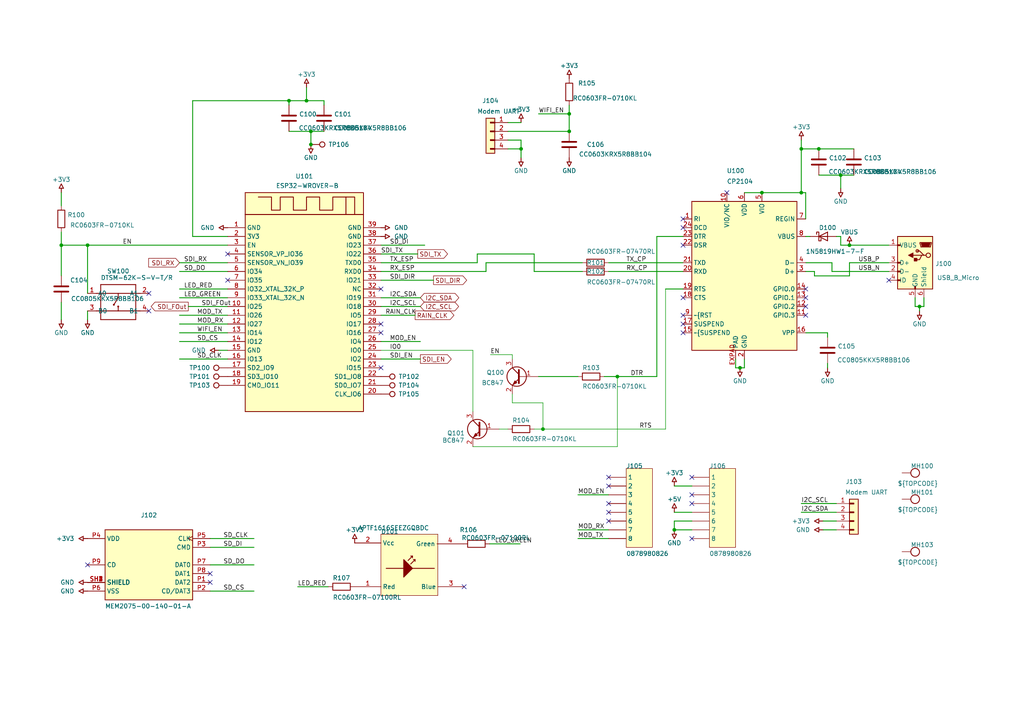
<source format=kicad_sch>
(kicad_sch (version 20211123) (generator eeschema)

  (uuid cdab9592-9fc5-4cb1-a573-b6e4c01917d9)

  (paper "A4")

  (lib_symbols
    (symbol "main_board-altium-import:+3V3" (power) (in_bom yes) (on_board yes)
      (property "Reference" "#PWR" (id 0) (at 0 0 0)
        (effects (font (size 1.27 1.27)))
      )
      (property "Value" "+3V3" (id 1) (at 0 3.81 0)
        (effects (font (size 1.27 1.27)))
      )
      (property "Footprint" "" (id 2) (at 0 0 0)
        (effects (font (size 1.27 1.27)) hide)
      )
      (property "Datasheet" "" (id 3) (at 0 0 0)
        (effects (font (size 1.27 1.27)) hide)
      )
      (property "ki_keywords" "power-flag" (id 4) (at 0 0 0)
        (effects (font (size 1.27 1.27)) hide)
      )
      (property "ki_description" "Power symbol creates a global label with name '+3V3'" (id 5) (at 0 0 0)
        (effects (font (size 1.27 1.27)) hide)
      )
      (symbol "+3V3_0_0"
        (polyline
          (pts
            (xy 0 0)
            (xy 0 -1.27)
          )
          (stroke (width 0.254) (type default) (color 0 0 0 0))
          (fill (type none))
        )
        (polyline
          (pts
            (xy -0.635 -1.27)
            (xy 0.635 -1.27)
            (xy 0 -2.54)
            (xy -0.635 -1.27)
          )
          (stroke (width 0.254) (type default) (color 0 0 0 0))
          (fill (type none))
        )
        (pin power_in line (at 0 0 0) (length 0) hide
          (name "+3V3" (effects (font (size 1.27 1.27))))
          (number "" (effects (font (size 1.27 1.27))))
        )
      )
    )
    (symbol "main_board-altium-import:+5V" (power) (in_bom yes) (on_board yes)
      (property "Reference" "#PWR" (id 0) (at 0 0 0)
        (effects (font (size 1.27 1.27)))
      )
      (property "Value" "+5V" (id 1) (at 0 3.81 0)
        (effects (font (size 1.27 1.27)))
      )
      (property "Footprint" "" (id 2) (at 0 0 0)
        (effects (font (size 1.27 1.27)) hide)
      )
      (property "Datasheet" "" (id 3) (at 0 0 0)
        (effects (font (size 1.27 1.27)) hide)
      )
      (property "ki_keywords" "power-flag" (id 4) (at 0 0 0)
        (effects (font (size 1.27 1.27)) hide)
      )
      (property "ki_description" "Power symbol creates a global label with name '+5V'" (id 5) (at 0 0 0)
        (effects (font (size 1.27 1.27)) hide)
      )
      (symbol "+5V_0_0"
        (polyline
          (pts
            (xy 0 0)
            (xy 0 -1.27)
          )
          (stroke (width 0.254) (type default) (color 0 0 0 0))
          (fill (type none))
        )
        (polyline
          (pts
            (xy -0.635 -1.27)
            (xy 0.635 -1.27)
            (xy 0 -2.54)
            (xy -0.635 -1.27)
          )
          (stroke (width 0.254) (type default) (color 0 0 0 0))
          (fill (type none))
        )
        (pin power_in line (at 0 0 0) (length 0) hide
          (name "+5V" (effects (font (size 1.27 1.27))))
          (number "" (effects (font (size 1.27 1.27))))
        )
      )
    )
    (symbol "main_board-altium-import:0_1N5819" (in_bom yes) (on_board yes)
      (property "Reference" "" (id 0) (at 0 0 0)
        (effects (font (size 1.27 1.27)))
      )
      (property "Value" "0_1N5819" (id 1) (at 0 0 0)
        (effects (font (size 1.27 1.27)))
      )
      (property "Footprint" "" (id 2) (at 0 0 0)
        (effects (font (size 1.27 1.27)) hide)
      )
      (property "Datasheet" "" (id 3) (at 0 0 0)
        (effects (font (size 1.27 1.27)) hide)
      )
      (property "ki_fp_filters" "SODFL3700X115N" (id 4) (at 0 0 0)
        (effects (font (size 1.27 1.27)) hide)
      )
      (symbol "0_1N5819_1_0"
        (polyline
          (pts
            (xy 1.27 0)
            (xy -1.27 0)
          )
          (stroke (width 0.254) (type default) (color 0 0 0 0))
          (fill (type none))
        )
        (polyline
          (pts
            (xy 1.27 1.27)
            (xy 1.27 -1.27)
            (xy -1.27 0)
            (xy 1.27 1.27)
          )
          (stroke (width 0.254) (type default) (color 0 0 0 0))
          (fill (type none))
        )
        (polyline
          (pts
            (xy -1.905 0.635)
            (xy -1.905 1.27)
            (xy -1.27 1.27)
            (xy -1.27 -1.27)
            (xy -0.635 -1.27)
            (xy -0.635 -0.635)
          )
          (stroke (width 0.254) (type default) (color 0 0 0 0))
          (fill (type none))
        )
        (pin passive line (at 3.81 0 180) (length 2.54)
          (name "A" (effects (font (size 0 0))))
          (number "A" (effects (font (size 0 0))))
        )
        (pin passive line (at -3.81 0 0) (length 2.54)
          (name "K" (effects (font (size 0 0))))
          (number "K" (effects (font (size 0 0))))
        )
      )
    )
    (symbol "main_board-altium-import:0_C" (in_bom yes) (on_board yes)
      (property "Reference" "" (id 0) (at 0 0 0)
        (effects (font (size 1.27 1.27)))
      )
      (property "Value" "0_C" (id 1) (at 0 0 0)
        (effects (font (size 1.27 1.27)))
      )
      (property "Footprint" "" (id 2) (at 0 0 0)
        (effects (font (size 1.27 1.27)) hide)
      )
      (property "Datasheet" "" (id 3) (at 0 0 0)
        (effects (font (size 1.27 1.27)) hide)
      )
      (property "ki_fp_filters" "CAPC1608X80N" (id 4) (at 0 0 0)
        (effects (font (size 1.27 1.27)) hide)
      )
      (symbol "0_C_1_0"
        (polyline
          (pts
            (xy -2.032 -0.762)
            (xy 2.032 -0.762)
          )
          (stroke (width 0.508) (type default) (color 0 0 0 0))
          (fill (type none))
        )
        (polyline
          (pts
            (xy -2.032 0.762)
            (xy 2.032 0.762)
          )
          (stroke (width 0.508) (type default) (color 0 0 0 0))
          (fill (type none))
        )
        (pin passive line (at 0 3.81 270) (length 2.794)
          (name "1" (effects (font (size 0 0))))
          (number "1" (effects (font (size 0 0))))
        )
        (pin passive line (at 0 -3.81 90) (length 2.794)
          (name "2" (effects (font (size 0 0))))
          (number "2" (effects (font (size 0 0))))
        )
      )
    )
    (symbol "main_board-altium-import:0_Conn_01x04" (in_bom yes) (on_board yes)
      (property "Reference" "" (id 0) (at 0 0 0)
        (effects (font (size 1.27 1.27)))
      )
      (property "Value" "0_Conn_01x04" (id 1) (at 0 0 0)
        (effects (font (size 1.27 1.27)))
      )
      (property "Footprint" "" (id 2) (at 0 0 0)
        (effects (font (size 1.27 1.27)) hide)
      )
      (property "Datasheet" "" (id 3) (at 0 0 0)
        (effects (font (size 1.27 1.27)) hide)
      )
      (property "ki_fp_filters" "CON_NPTC041KFXC-RC_SM" (id 4) (at 0 0 0)
        (effects (font (size 1.27 1.27)) hide)
      )
      (symbol "0_Conn_01x04_1_0"
        (rectangle (start 0 -4.953) (end -1.27 -5.207)
          (stroke (width 0.254) (type default) (color 0 0 0 0))
          (fill (type none))
        )
        (rectangle (start 0 -2.413) (end -1.27 -2.667)
          (stroke (width 0.254) (type default) (color 0 0 0 0))
          (fill (type none))
        )
        (rectangle (start 0 0.127) (end -1.27 -0.127)
          (stroke (width 0.254) (type default) (color 0 0 0 0))
          (fill (type none))
        )
        (rectangle (start 0 2.667) (end -1.27 2.413)
          (stroke (width 0.254) (type default) (color 0 0 0 0))
          (fill (type none))
        )
        (rectangle (start 1.27 3.81) (end -1.27 -6.35)
          (stroke (width 0.254) (type default) (color 0 0 0 0))
          (fill (type background))
        )
        (pin passive line (at -5.08 2.54 0) (length 3.81)
          (name "Pin_1" (effects (font (size 0 0))))
          (number "1" (effects (font (size 1.27 1.27))))
        )
        (pin passive line (at -5.08 0 0) (length 3.81)
          (name "Pin_2" (effects (font (size 0 0))))
          (number "2" (effects (font (size 1.27 1.27))))
        )
        (pin passive line (at -5.08 -2.54 0) (length 3.81)
          (name "Pin_3" (effects (font (size 0 0))))
          (number "3" (effects (font (size 1.27 1.27))))
        )
        (pin passive line (at -5.08 -5.08 0) (length 3.81)
          (name "Pin_4" (effects (font (size 0 0))))
          (number "4" (effects (font (size 1.27 1.27))))
        )
      )
    )
    (symbol "main_board-altium-import:0_ESP32-WROVER" (in_bom yes) (on_board yes)
      (property "Reference" "" (id 0) (at 0 0 0)
        (effects (font (size 1.27 1.27)))
      )
      (property "Value" "0_ESP32-WROVER" (id 1) (at 0 0 0)
        (effects (font (size 1.27 1.27)))
      )
      (property "Footprint" "" (id 2) (at 0 0 0)
        (effects (font (size 1.27 1.27)) hide)
      )
      (property "Datasheet" "" (id 3) (at 0 0 0)
        (effects (font (size 1.27 1.27)) hide)
      )
      (property "ki_fp_filters" "IC_ESP32-WROVER" (id 4) (at 0 0 0)
        (effects (font (size 1.27 1.27)) hide)
      )
      (symbol "0_ESP32-WROVER_1_0"
        (polyline
          (pts
            (xy 11.43 27.94)
            (xy 13.97 27.94)
            (xy 13.97 22.86)
          )
          (stroke (width 0.254) (type default) (color 0 0 0 0))
          (fill (type none))
        )
        (polyline
          (pts
            (xy -13.97 27.94)
            (xy -10.16 27.94)
            (xy -10.16 24.13)
            (xy -7.62 24.13)
            (xy -7.62 27.94)
            (xy -3.81 27.94)
            (xy -3.81 24.13)
            (xy 0 24.13)
            (xy 0 27.94)
            (xy 3.81 27.94)
            (xy 3.81 24.13)
            (xy 7.62 24.13)
            (xy 7.62 27.94)
            (xy 11.43 27.94)
            (xy 11.43 22.86)
          )
          (stroke (width 0.254) (type default) (color 0 0 0 0))
          (fill (type none))
        )
        (rectangle (start 16.51 22.86) (end -17.78 -34.29)
          (stroke (width 0.254) (type default) (color 0 0 0 0))
          (fill (type background))
        )
        (rectangle (start 16.51 29.21) (end -17.78 22.86)
          (stroke (width 0.254) (type default) (color 0 0 0 0))
          (fill (type background))
        )
        (pin passive line (at -22.86 19.05 0) (length 5.08)
          (name "GND" (effects (font (size 1.27 1.27))))
          (number "1" (effects (font (size 1.27 1.27))))
        )
        (pin passive line (at -22.86 -3.81 0) (length 5.08)
          (name "IO25" (effects (font (size 1.27 1.27))))
          (number "10" (effects (font (size 1.27 1.27))))
        )
        (pin passive line (at -22.86 -6.35 0) (length 5.08)
          (name "IO26" (effects (font (size 1.27 1.27))))
          (number "11" (effects (font (size 1.27 1.27))))
        )
        (pin passive line (at -22.86 -8.89 0) (length 5.08)
          (name "IO27" (effects (font (size 1.27 1.27))))
          (number "12" (effects (font (size 1.27 1.27))))
        )
        (pin passive line (at -22.86 -11.43 0) (length 5.08)
          (name "IO14" (effects (font (size 1.27 1.27))))
          (number "13" (effects (font (size 1.27 1.27))))
        )
        (pin passive line (at -22.86 -13.97 0) (length 5.08)
          (name "IO12" (effects (font (size 1.27 1.27))))
          (number "14" (effects (font (size 1.27 1.27))))
        )
        (pin passive line (at -22.86 -16.51 0) (length 5.08)
          (name "GND" (effects (font (size 1.27 1.27))))
          (number "15" (effects (font (size 1.27 1.27))))
        )
        (pin passive line (at -22.86 -19.05 0) (length 5.08)
          (name "IO13" (effects (font (size 1.27 1.27))))
          (number "16" (effects (font (size 1.27 1.27))))
        )
        (pin passive line (at -22.86 -21.59 0) (length 5.08)
          (name "SD2_IO9" (effects (font (size 1.27 1.27))))
          (number "17" (effects (font (size 1.27 1.27))))
        )
        (pin passive line (at -22.86 -24.13 0) (length 5.08)
          (name "SD3_IO10" (effects (font (size 1.27 1.27))))
          (number "18" (effects (font (size 1.27 1.27))))
        )
        (pin passive line (at -22.86 -26.67 0) (length 5.08)
          (name "CMD_IO11" (effects (font (size 1.27 1.27))))
          (number "19" (effects (font (size 1.27 1.27))))
        )
        (pin passive line (at -22.86 16.51 0) (length 5.08)
          (name "3V3" (effects (font (size 1.27 1.27))))
          (number "2" (effects (font (size 1.27 1.27))))
        )
        (pin passive line (at 21.59 -29.21 180) (length 5.08)
          (name "CLK_IO6" (effects (font (size 1.27 1.27))))
          (number "20" (effects (font (size 1.27 1.27))))
        )
        (pin passive line (at 21.59 -26.67 180) (length 5.08)
          (name "SD0_IO7" (effects (font (size 1.27 1.27))))
          (number "21" (effects (font (size 1.27 1.27))))
        )
        (pin passive line (at 21.59 -24.13 180) (length 5.08)
          (name "SD1_IO8" (effects (font (size 1.27 1.27))))
          (number "22" (effects (font (size 1.27 1.27))))
        )
        (pin passive line (at 21.59 -21.59 180) (length 5.08)
          (name "IO15" (effects (font (size 1.27 1.27))))
          (number "23" (effects (font (size 1.27 1.27))))
        )
        (pin passive line (at 21.59 -19.05 180) (length 5.08)
          (name "IO2" (effects (font (size 1.27 1.27))))
          (number "24" (effects (font (size 1.27 1.27))))
        )
        (pin passive line (at 21.59 -16.51 180) (length 5.08)
          (name "IO0" (effects (font (size 1.27 1.27))))
          (number "25" (effects (font (size 1.27 1.27))))
        )
        (pin passive line (at 21.59 -13.97 180) (length 5.08)
          (name "IO4" (effects (font (size 1.27 1.27))))
          (number "26" (effects (font (size 1.27 1.27))))
        )
        (pin passive line (at 21.59 -11.43 180) (length 5.08)
          (name "IO16" (effects (font (size 1.27 1.27))))
          (number "27" (effects (font (size 1.27 1.27))))
        )
        (pin passive line (at 21.59 -8.89 180) (length 5.08)
          (name "IO17" (effects (font (size 1.27 1.27))))
          (number "28" (effects (font (size 1.27 1.27))))
        )
        (pin passive line (at 21.59 -6.35 180) (length 5.08)
          (name "IO5" (effects (font (size 1.27 1.27))))
          (number "29" (effects (font (size 1.27 1.27))))
        )
        (pin passive line (at -22.86 13.97 0) (length 5.08)
          (name "EN" (effects (font (size 1.27 1.27))))
          (number "3" (effects (font (size 1.27 1.27))))
        )
        (pin passive line (at 21.59 -3.81 180) (length 5.08)
          (name "IO18" (effects (font (size 1.27 1.27))))
          (number "30" (effects (font (size 1.27 1.27))))
        )
        (pin passive line (at 21.59 -1.27 180) (length 5.08)
          (name "IO19" (effects (font (size 1.27 1.27))))
          (number "31" (effects (font (size 1.27 1.27))))
        )
        (pin passive line (at 21.59 1.27 180) (length 5.08)
          (name "NC" (effects (font (size 1.27 1.27))))
          (number "32" (effects (font (size 1.27 1.27))))
        )
        (pin passive line (at 21.59 3.81 180) (length 5.08)
          (name "IO21" (effects (font (size 1.27 1.27))))
          (number "33" (effects (font (size 1.27 1.27))))
        )
        (pin passive line (at 21.59 6.35 180) (length 5.08)
          (name "RXD0" (effects (font (size 1.27 1.27))))
          (number "34" (effects (font (size 1.27 1.27))))
        )
        (pin passive line (at 21.59 8.89 180) (length 5.08)
          (name "TXD0" (effects (font (size 1.27 1.27))))
          (number "35" (effects (font (size 1.27 1.27))))
        )
        (pin passive line (at 21.59 11.43 180) (length 5.08)
          (name "IO22" (effects (font (size 1.27 1.27))))
          (number "36" (effects (font (size 1.27 1.27))))
        )
        (pin passive line (at 21.59 13.97 180) (length 5.08)
          (name "IO23" (effects (font (size 1.27 1.27))))
          (number "37" (effects (font (size 1.27 1.27))))
        )
        (pin passive line (at 21.59 16.51 180) (length 5.08)
          (name "GND" (effects (font (size 1.27 1.27))))
          (number "38" (effects (font (size 1.27 1.27))))
        )
        (pin passive line (at 21.59 19.05 180) (length 5.08)
          (name "GND" (effects (font (size 1.27 1.27))))
          (number "39" (effects (font (size 1.27 1.27))))
        )
        (pin passive line (at -22.86 11.43 0) (length 5.08)
          (name "SENSOR_VP_IO36" (effects (font (size 1.27 1.27))))
          (number "4" (effects (font (size 1.27 1.27))))
        )
        (pin passive line (at -22.86 8.89 0) (length 5.08)
          (name "SENSOR_VN_IO39" (effects (font (size 1.27 1.27))))
          (number "5" (effects (font (size 1.27 1.27))))
        )
        (pin passive line (at -22.86 6.35 0) (length 5.08)
          (name "IO34" (effects (font (size 1.27 1.27))))
          (number "6" (effects (font (size 1.27 1.27))))
        )
        (pin passive line (at -22.86 3.81 0) (length 5.08)
          (name "IO35" (effects (font (size 1.27 1.27))))
          (number "7" (effects (font (size 1.27 1.27))))
        )
        (pin passive line (at -22.86 1.27 0) (length 5.08)
          (name "IO32_XTAL_32K_P" (effects (font (size 1.27 1.27))))
          (number "8" (effects (font (size 1.27 1.27))))
        )
        (pin passive line (at -22.86 -1.27 0) (length 5.08)
          (name "IO33_XTAL_32K_N" (effects (font (size 1.27 1.27))))
          (number "9" (effects (font (size 1.27 1.27))))
        )
      )
    )
    (symbol "main_board-altium-import:0_HOLE_NPTH" (in_bom yes) (on_board yes)
      (property "Reference" "" (id 0) (at 0 0 0)
        (effects (font (size 1.27 1.27)))
      )
      (property "Value" "0_HOLE_NPTH" (id 1) (at 0 0 0)
        (effects (font (size 1.27 1.27)))
      )
      (property "Footprint" "" (id 2) (at 0 0 0)
        (effects (font (size 1.27 1.27)) hide)
      )
      (property "Datasheet" "" (id 3) (at 0 0 0)
        (effects (font (size 1.27 1.27)) hide)
      )
      (property "ki_description" "HOLE NON PLATED" (id 4) (at 0 0 0)
        (effects (font (size 1.27 1.27)) hide)
      )
      (property "ki_fp_filters" "HOLN_M3" (id 5) (at 0 0 0)
        (effects (font (size 1.27 1.27)) hide)
      )
      (symbol "0_HOLE_NPTH_1_0"
        (circle (center 3.81 0) (radius 1.27)
          (stroke (width 0.254) (type default) (color 0 0 0 0))
          (fill (type none))
        )
        (pin passive line (at 0 0 0) (length 2.54)
          (name "1" (effects (font (size 0 0))))
          (number "1" (effects (font (size 0 0))))
        )
      )
    )
    (symbol "main_board-altium-import:0_Header 8H" (in_bom yes) (on_board yes)
      (property "Reference" "" (id 0) (at 0 0 0)
        (effects (font (size 1.27 1.27)))
      )
      (property "Value" "0_Header 8H" (id 1) (at 0 0 0)
        (effects (font (size 1.27 1.27)))
      )
      (property "Footprint" "" (id 2) (at 0 0 0)
        (effects (font (size 1.27 1.27)) hide)
      )
      (property "Datasheet" "" (id 3) (at 0 0 0)
        (effects (font (size 1.27 1.27)) hide)
      )
      (property "ki_description" "Header, 8-Pin, Right Angle" (id 4) (at 0 0 0)
        (effects (font (size 1.27 1.27)) hide)
      )
      (property "ki_fp_filters" "CON_0878980826_SM" (id 5) (at 0 0 0)
        (effects (font (size 1.27 1.27)) hide)
      )
      (symbol "0_Header 8H_1_0"
        (rectangle (start 7.62 0) (end 0 -22.86)
          (stroke (width 0) (type default) (color 0 0 0 0))
          (fill (type background))
        )
        (pin passive line (at -5.08 -2.54 0) (length 5.08)
          (name "1" (effects (font (size 1.27 1.27))))
          (number "1" (effects (font (size 0 0))))
        )
        (pin passive line (at -5.08 -5.08 0) (length 5.08)
          (name "2" (effects (font (size 1.27 1.27))))
          (number "2" (effects (font (size 0 0))))
        )
        (pin passive line (at -5.08 -7.62 0) (length 5.08)
          (name "3" (effects (font (size 1.27 1.27))))
          (number "3" (effects (font (size 0 0))))
        )
        (pin passive line (at -5.08 -10.16 0) (length 5.08)
          (name "4" (effects (font (size 1.27 1.27))))
          (number "4" (effects (font (size 0 0))))
        )
        (pin passive line (at -5.08 -12.7 0) (length 5.08)
          (name "5" (effects (font (size 1.27 1.27))))
          (number "5" (effects (font (size 0 0))))
        )
        (pin passive line (at -5.08 -15.24 0) (length 5.08)
          (name "6" (effects (font (size 1.27 1.27))))
          (number "6" (effects (font (size 0 0))))
        )
        (pin passive line (at -5.08 -17.78 0) (length 5.08)
          (name "7" (effects (font (size 1.27 1.27))))
          (number "7" (effects (font (size 0 0))))
        )
        (pin passive line (at -5.08 -20.32 0) (length 5.08)
          (name "8" (effects (font (size 1.27 1.27))))
          (number "8" (effects (font (size 0 0))))
        )
      )
    )
    (symbol "main_board-altium-import:0_LED_APTF1616SEEZGQBDC_SM" (in_bom yes) (on_board yes)
      (property "Reference" "" (id 0) (at 0 0 0)
        (effects (font (size 1.27 1.27)))
      )
      (property "Value" "0_LED_APTF1616SEEZGQBDC_SM" (id 1) (at 0 0 0)
        (effects (font (size 1.27 1.27)))
      )
      (property "Footprint" "" (id 2) (at 0 0 0)
        (effects (font (size 1.27 1.27)) hide)
      )
      (property "Datasheet" "" (id 3) (at 0 0 0)
        (effects (font (size 1.27 1.27)) hide)
      )
      (property "ki_description" "LED RGB WP154A4SEJ3VBDZGC/CA TH" (id 4) (at 0 0 0)
        (effects (font (size 1.27 1.27)) hide)
      )
      (property "ki_fp_filters" "LED_APTF1616SEEZGQBDC_SM" (id 5) (at 0 0 0)
        (effects (font (size 1.27 1.27)) hide)
      )
      (symbol "0_LED_APTF1616SEEZGQBDC_SM_1_0"
        (polyline
          (pts
            (xy 7.874 -7.62)
            (xy 9.144 -6.35)
          )
          (stroke (width 0.254) (type default) (color 0 0 0 0))
          (fill (type none))
        )
        (polyline
          (pts
            (xy 8.636 -8.636)
            (xy 9.906 -7.366)
          )
          (stroke (width 0.254) (type default) (color 0 0 0 0))
          (fill (type none))
        )
        (polyline
          (pts
            (xy 9.144 -6.35)
            (xy 8.636 -6.35)
          )
          (stroke (width 0.254) (type default) (color 0 0 0 0))
          (fill (type none))
        )
        (polyline
          (pts
            (xy 9.144 -6.35)
            (xy 9.144 -6.858)
          )
          (stroke (width 0.254) (type default) (color 0 0 0 0))
          (fill (type none))
        )
        (polyline
          (pts
            (xy 9.906 -7.366)
            (xy 9.398 -7.366)
          )
          (stroke (width 0.254) (type default) (color 0 0 0 0))
          (fill (type none))
        )
        (polyline
          (pts
            (xy 9.906 -7.366)
            (xy 9.906 -7.874)
          )
          (stroke (width 0.254) (type default) (color 0 0 0 0))
          (fill (type none))
        )
        (polyline
          (pts
            (xy 6.604 -9.906)
            (xy 1.524 -9.906)
            (xy 6.604 -9.906)
          )
          (stroke (width 0.254) (type default) (color 0 0 0 0))
          (fill (type outline))
        )
        (polyline
          (pts
            (xy 9.144 -9.906)
            (xy 15.494 -9.906)
            (xy 9.144 -9.906)
          )
          (stroke (width 0.254) (type default) (color 0 0 0 0))
          (fill (type outline))
        )
        (polyline
          (pts
            (xy 9.144 -9.906)
            (xy 6.604 -7.366)
            (xy 6.604 -12.446)
            (xy 9.144 -9.906)
          )
          (stroke (width 0.254) (type default) (color 0 0 0 0))
          (fill (type outline))
        )
        (rectangle (start 16.51 0) (end 0 -17.78)
          (stroke (width 0) (type default) (color 0 0 0 0))
          (fill (type background))
        )
        (pin passive line (at -7.62 -15.24 0) (length 7.62)
          (name "Red" (effects (font (size 1.27 1.27))))
          (number "1" (effects (font (size 1.27 1.27))))
        )
        (pin passive line (at -7.62 -2.54 0) (length 7.62)
          (name "Vcc" (effects (font (size 1.27 1.27))))
          (number "2" (effects (font (size 1.27 1.27))))
        )
        (pin passive line (at 24.13 -15.24 180) (length 7.62)
          (name "Blue" (effects (font (size 1.27 1.27))))
          (number "3" (effects (font (size 1.27 1.27))))
        )
        (pin passive line (at 23.876 -2.794 180) (length 7.62)
          (name "Green" (effects (font (size 1.27 1.27))))
          (number "4" (effects (font (size 1.27 1.27))))
        )
      )
    )
    (symbol "main_board-altium-import:0_R" (in_bom yes) (on_board yes)
      (property "Reference" "" (id 0) (at 0 0 0)
        (effects (font (size 1.27 1.27)))
      )
      (property "Value" "0_R" (id 1) (at 0 0 0)
        (effects (font (size 1.27 1.27)))
      )
      (property "Footprint" "" (id 2) (at 0 0 0)
        (effects (font (size 1.27 1.27)) hide)
      )
      (property "Datasheet" "" (id 3) (at 0 0 0)
        (effects (font (size 1.27 1.27)) hide)
      )
      (property "ki_fp_filters" "RESC1608X50N" (id 4) (at 0 0 0)
        (effects (font (size 1.27 1.27)) hide)
      )
      (symbol "0_R_1_0"
        (rectangle (start 1.016 2.54) (end -1.016 -2.54)
          (stroke (width 0.254) (type default) (color 0 0 0 0))
          (fill (type none))
        )
        (pin passive line (at 0 3.81 270) (length 1.27)
          (name "1" (effects (font (size 0 0))))
          (number "1" (effects (font (size 0 0))))
        )
        (pin passive line (at 0 -3.81 90) (length 1.27)
          (name "2" (effects (font (size 0 0))))
          (number "2" (effects (font (size 0 0))))
        )
      )
    )
    (symbol "main_board-altium-import:0_SMD-BUTTON-TOP-DHT-4235A_4P-4.2X3.2MM_" (in_bom yes) (on_board yes)
      (property "Reference" "" (id 0) (at 0 0 0)
        (effects (font (size 1.27 1.27)))
      )
      (property "Value" "0_SMD-BUTTON-TOP-DHT-4235A_4P-4.2X3.2MM_" (id 1) (at 0 0 0)
        (effects (font (size 1.27 1.27)))
      )
      (property "Footprint" "" (id 2) (at 0 0 0)
        (effects (font (size 1.27 1.27)) hide)
      )
      (property "Datasheet" "" (id 3) (at 0 0 0)
        (effects (font (size 1.27 1.27)) hide)
      )
      (property "ki_fp_filters" "SW_B3S-1000P_SM" (id 4) (at 0 0 0)
        (effects (font (size 1.27 1.27)) hide)
      )
      (symbol "0_SMD-BUTTON-TOP-DHT-4235A_4P-4.2X3.2MM__1_0"
        (circle (center -1.27 -0.762) (radius 0.1524)
          (stroke (width 0.254) (type default) (color 0 0 0 0))
          (fill (type none))
        )
        (circle (center 0 -1.27) (radius 0.1524)
          (stroke (width 0.254) (type default) (color 0 0 0 0))
          (fill (type none))
        )
        (polyline
          (pts
            (xy -6.35 -2.54)
            (xy -5.08 -2.54)
          )
          (stroke (width 0.254) (type default) (color 0 0 0 0))
          (fill (type none))
        )
        (polyline
          (pts
            (xy -6.35 2.54)
            (xy -5.08 2.54)
          )
          (stroke (width 0.254) (type default) (color 0 0 0 0))
          (fill (type none))
        )
        (polyline
          (pts
            (xy -5.08 -5.08)
            (xy -5.08 -2.54)
          )
          (stroke (width 0.254) (type default) (color 0 0 0 0))
          (fill (type none))
        )
        (polyline
          (pts
            (xy -5.08 -2.54)
            (xy -5.08 2.54)
          )
          (stroke (width 0.254) (type default) (color 0 0 0 0))
          (fill (type none))
        )
        (polyline
          (pts
            (xy -5.08 2.54)
            (xy -5.08 5.08)
          )
          (stroke (width 0.254) (type default) (color 0 0 0 0))
          (fill (type none))
        )
        (polyline
          (pts
            (xy -5.08 2.54)
            (xy 0 2.54)
          )
          (stroke (width 0.254) (type default) (color 0 0 0 0))
          (fill (type none))
        )
        (polyline
          (pts
            (xy -5.08 5.08)
            (xy 5.08 5.08)
          )
          (stroke (width 0.254) (type default) (color 0 0 0 0))
          (fill (type none))
        )
        (polyline
          (pts
            (xy 0 -2.54)
            (xy -5.08 -2.54)
          )
          (stroke (width 0.254) (type default) (color 0 0 0 0))
          (fill (type none))
        )
        (polyline
          (pts
            (xy 0 -2.54)
            (xy 5.08 -2.54)
          )
          (stroke (width 0.254) (type default) (color 0 0 0 0))
          (fill (type none))
        )
        (polyline
          (pts
            (xy 0 -1.27)
            (xy 0 -2.54)
          )
          (stroke (width 0.254) (type default) (color 0 0 0 0))
          (fill (type none))
        )
        (polyline
          (pts
            (xy 0 1.27)
            (xy -1.27 -0.762)
          )
          (stroke (width 0.254) (type default) (color 0 0 0 0))
          (fill (type none))
        )
        (polyline
          (pts
            (xy 0 2.54)
            (xy 0 1.27)
          )
          (stroke (width 0.254) (type default) (color 0 0 0 0))
          (fill (type none))
        )
        (polyline
          (pts
            (xy 0 2.54)
            (xy 5.08 2.54)
          )
          (stroke (width 0.254) (type default) (color 0 0 0 0))
          (fill (type none))
        )
        (polyline
          (pts
            (xy 5.08 -5.08)
            (xy -5.08 -5.08)
          )
          (stroke (width 0.254) (type default) (color 0 0 0 0))
          (fill (type none))
        )
        (polyline
          (pts
            (xy 5.08 -2.54)
            (xy 5.08 -5.08)
          )
          (stroke (width 0.254) (type default) (color 0 0 0 0))
          (fill (type none))
        )
        (polyline
          (pts
            (xy 5.08 2.54)
            (xy 5.08 -2.54)
          )
          (stroke (width 0.254) (type default) (color 0 0 0 0))
          (fill (type none))
        )
        (polyline
          (pts
            (xy 5.08 5.08)
            (xy 5.08 2.54)
          )
          (stroke (width 0.254) (type default) (color 0 0 0 0))
          (fill (type none))
        )
        (polyline
          (pts
            (xy 6.35 -2.54)
            (xy 5.08 -2.54)
          )
          (stroke (width 0.254) (type default) (color 0 0 0 0))
          (fill (type none))
        )
        (polyline
          (pts
            (xy 6.35 2.54)
            (xy 5.08 2.54)
          )
          (stroke (width 0.254) (type default) (color 0 0 0 0))
          (fill (type none))
        )
        (pin passive line (at -8.89 2.54 0) (length 2.54)
          (name "A0" (effects (font (size 1.27 1.27))))
          (number "1" (effects (font (size 1.27 1.27))))
        )
        (pin passive line (at 8.89 2.54 180) (length 2.54)
          (name "A1" (effects (font (size 1.27 1.27))))
          (number "2" (effects (font (size 1.27 1.27))))
        )
        (pin passive line (at -8.89 -2.54 0) (length 2.54)
          (name "B0" (effects (font (size 1.27 1.27))))
          (number "3" (effects (font (size 1.27 1.27))))
        )
        (pin passive line (at 8.89 -2.54 180) (length 2.54)
          (name "B1" (effects (font (size 1.27 1.27))))
          (number "4" (effects (font (size 1.27 1.27))))
        )
      )
    )
    (symbol "main_board-altium-import:0_mirrored_BC847" (in_bom yes) (on_board yes)
      (property "Reference" "" (id 0) (at 0 0 0)
        (effects (font (size 1.27 1.27)))
      )
      (property "Value" "0_mirrored_BC847" (id 1) (at 0 0 0)
        (effects (font (size 1.27 1.27)))
      )
      (property "Footprint" "" (id 2) (at 0 0 0)
        (effects (font (size 1.27 1.27)) hide)
      )
      (property "Datasheet" "" (id 3) (at 0 0 0)
        (effects (font (size 1.27 1.27)) hide)
      )
      (property "ki_fp_filters" "SOT95P240X130_123-3N" (id 4) (at 0 0 0)
        (effects (font (size 1.27 1.27)) hide)
      )
      (symbol "0_mirrored_BC847_1_0"
        (circle (center -1.27 0) (radius 2.8194)
          (stroke (width 0.254) (type default) (color 0 0 0 0))
          (fill (type none))
        )
        (polyline
          (pts
            (xy -0.635 0.635)
            (xy -2.54 2.54)
          )
          (stroke (width 0.254) (type default) (color 0 0 0 0))
          (fill (type none))
        )
        (polyline
          (pts
            (xy -0.635 -0.635)
            (xy -2.54 -2.54)
            (xy -2.54 -2.54)
          )
          (stroke (width 0.254) (type default) (color 0 0 0 0))
          (fill (type none))
        )
        (polyline
          (pts
            (xy -0.635 1.905)
            (xy -0.635 -1.905)
            (xy -0.635 -1.905)
          )
          (stroke (width 0.508) (type default) (color 0 0 0 0))
          (fill (type none))
        )
        (polyline
          (pts
            (xy -1.27 -1.778)
            (xy -1.778 -1.27)
            (xy -2.286 -2.286)
            (xy -1.27 -1.778)
            (xy -1.27 -1.778)
            (xy -1.27 -1.778)
          )
          (stroke (width 0.254) (type default) (color 0 0 0 0))
          (fill (type outline))
        )
        (pin passive line (at 5.08 0 180) (length 5.715)
          (name "B" (effects (font (size 0 0))))
          (number "1" (effects (font (size 1.27 1.27))))
        )
        (pin passive line (at -2.54 -5.08 90) (length 2.54)
          (name "E" (effects (font (size 0 0))))
          (number "2" (effects (font (size 1.27 1.27))))
        )
        (pin passive line (at -2.54 5.08 270) (length 2.54)
          (name "C" (effects (font (size 0 0))))
          (number "3" (effects (font (size 1.27 1.27))))
        )
      )
    )
    (symbol "main_board-altium-import:0_mirrored_CP2104" (in_bom yes) (on_board yes)
      (property "Reference" "" (id 0) (at 0 0 0)
        (effects (font (size 1.27 1.27)))
      )
      (property "Value" "0_mirrored_CP2104" (id 1) (at 0 0 0)
        (effects (font (size 1.27 1.27)))
      )
      (property "Footprint" "" (id 2) (at 0 0 0)
        (effects (font (size 1.27 1.27)) hide)
      )
      (property "Datasheet" "" (id 3) (at 0 0 0)
        (effects (font (size 1.27 1.27)) hide)
      )
      (property "ki_fp_filters" "QFN50P400X400X90-25N" (id 4) (at 0 0 0)
        (effects (font (size 1.27 1.27)) hide)
      )
      (symbol "0_mirrored_CP2104_1_0"
        (rectangle (start 15.24 20.32) (end -15.24 -22.86)
          (stroke (width 0.254) (type default) (color 0 0 0 0))
          (fill (type background))
        )
        (pin passive line (at -17.78 15.24 0) (length 2.54)
          (name "RI" (effects (font (size 1.27 1.27))))
          (number "1" (effects (font (size 1.27 1.27))))
        )
        (pin passive line (at -5.08 22.86 270) (length 2.54)
          (name "VIO/NC" (effects (font (size 1.27 1.27))))
          (number "10" (effects (font (size 1.27 1.27))))
        )
        (pin passive line (at 17.78 -12.7 180) (length 2.54)
          (name "GPIO.3" (effects (font (size 1.27 1.27))))
          (number "11" (effects (font (size 1.27 1.27))))
        )
        (pin passive line (at 17.78 -10.16 180) (length 2.54)
          (name "GPIO.2" (effects (font (size 1.27 1.27))))
          (number "12" (effects (font (size 1.27 1.27))))
        )
        (pin passive line (at 17.78 -7.62 180) (length 2.54)
          (name "GPIO.1" (effects (font (size 1.27 1.27))))
          (number "13" (effects (font (size 1.27 1.27))))
        )
        (pin passive line (at 17.78 -5.08 180) (length 2.54)
          (name "GPIO.0" (effects (font (size 1.27 1.27))))
          (number "14" (effects (font (size 1.27 1.27))))
        )
        (pin passive line (at -17.78 -17.78 0) (length 2.54)
          (name "~{SUSPEND" (effects (font (size 1.27 1.27))))
          (number "15" (effects (font (size 1.27 1.27))))
        )
        (pin passive line (at 17.78 -17.78 180) (length 2.54)
          (name "VPP" (effects (font (size 1.27 1.27))))
          (number "16" (effects (font (size 1.27 1.27))))
        )
        (pin passive line (at -17.78 -15.24 0) (length 2.54)
          (name "SUSPEND" (effects (font (size 1.27 1.27))))
          (number "17" (effects (font (size 1.27 1.27))))
        )
        (pin passive line (at -17.78 -7.62 0) (length 2.54)
          (name "CTS" (effects (font (size 1.27 1.27))))
          (number "18" (effects (font (size 1.27 1.27))))
        )
        (pin passive line (at -17.78 -5.08 0) (length 2.54)
          (name "RTS" (effects (font (size 1.27 1.27))))
          (number "19" (effects (font (size 1.27 1.27))))
        )
        (pin passive line (at 0 -25.4 90) (length 2.54)
          (name "GND" (effects (font (size 1.27 1.27))))
          (number "2" (effects (font (size 1.27 1.27))))
        )
        (pin passive line (at -17.78 0 0) (length 2.54)
          (name "RXD" (effects (font (size 1.27 1.27))))
          (number "20" (effects (font (size 1.27 1.27))))
        )
        (pin passive line (at -17.78 2.54 0) (length 2.54)
          (name "TXD" (effects (font (size 1.27 1.27))))
          (number "21" (effects (font (size 1.27 1.27))))
        )
        (pin passive line (at -17.78 7.62 0) (length 2.54)
          (name "DSR" (effects (font (size 1.27 1.27))))
          (number "22" (effects (font (size 1.27 1.27))))
        )
        (pin passive line (at -17.78 10.16 0) (length 2.54)
          (name "DTR" (effects (font (size 1.27 1.27))))
          (number "23" (effects (font (size 1.27 1.27))))
        )
        (pin passive line (at -17.78 12.7 0) (length 2.54)
          (name "DCD" (effects (font (size 1.27 1.27))))
          (number "24" (effects (font (size 1.27 1.27))))
        )
        (pin passive line (at 17.78 0 180) (length 2.54)
          (name "D+" (effects (font (size 1.27 1.27))))
          (number "3" (effects (font (size 1.27 1.27))))
        )
        (pin passive line (at 17.78 2.54 180) (length 2.54)
          (name "D-" (effects (font (size 1.27 1.27))))
          (number "4" (effects (font (size 1.27 1.27))))
        )
        (pin passive line (at 5.08 22.86 270) (length 2.54)
          (name "VIO" (effects (font (size 1.27 1.27))))
          (number "5" (effects (font (size 1.27 1.27))))
        )
        (pin passive line (at 0 22.86 270) (length 2.54)
          (name "VDD" (effects (font (size 1.27 1.27))))
          (number "6" (effects (font (size 1.27 1.27))))
        )
        (pin passive line (at 17.78 15.24 180) (length 2.54)
          (name "REGIN" (effects (font (size 1.27 1.27))))
          (number "7" (effects (font (size 1.27 1.27))))
        )
        (pin passive line (at 17.78 10.16 180) (length 2.54)
          (name "VBUS" (effects (font (size 1.27 1.27))))
          (number "8" (effects (font (size 1.27 1.27))))
        )
        (pin passive line (at -17.78 -12.7 0) (length 2.54)
          (name "~{RST" (effects (font (size 1.27 1.27))))
          (number "9" (effects (font (size 1.27 1.27))))
        )
        (pin passive line (at -2.54 -25.4 90) (length 2.54)
          (name "PAD" (effects (font (size 1.27 1.27))))
          (number "EXPAD" (effects (font (size 1.27 1.27))))
        )
      )
    )
    (symbol "main_board-altium-import:0_mirrored_Conn_01x04" (in_bom yes) (on_board yes)
      (property "Reference" "" (id 0) (at 0 0 0)
        (effects (font (size 1.27 1.27)))
      )
      (property "Value" "0_mirrored_Conn_01x04" (id 1) (at 0 0 0)
        (effects (font (size 1.27 1.27)))
      )
      (property "Footprint" "" (id 2) (at 0 0 0)
        (effects (font (size 1.27 1.27)) hide)
      )
      (property "Datasheet" "" (id 3) (at 0 0 0)
        (effects (font (size 1.27 1.27)) hide)
      )
      (property "ki_fp_filters" "CON_NPTC041KFXC-RC_SM" (id 4) (at 0 0 0)
        (effects (font (size 1.27 1.27)) hide)
      )
      (symbol "0_mirrored_Conn_01x04_1_0"
        (rectangle (start 1.27 -4.953) (end 0 -5.207)
          (stroke (width 0.254) (type default) (color 0 0 0 0))
          (fill (type none))
        )
        (rectangle (start 1.27 -2.413) (end 0 -2.667)
          (stroke (width 0.254) (type default) (color 0 0 0 0))
          (fill (type none))
        )
        (rectangle (start 1.27 0.127) (end 0 -0.127)
          (stroke (width 0.254) (type default) (color 0 0 0 0))
          (fill (type none))
        )
        (rectangle (start 1.27 2.667) (end 0 2.413)
          (stroke (width 0.254) (type default) (color 0 0 0 0))
          (fill (type none))
        )
        (rectangle (start 1.27 3.81) (end -1.27 -6.35)
          (stroke (width 0.254) (type default) (color 0 0 0 0))
          (fill (type background))
        )
        (pin passive line (at 5.08 2.54 180) (length 3.81)
          (name "Pin_1" (effects (font (size 0 0))))
          (number "1" (effects (font (size 1.27 1.27))))
        )
        (pin passive line (at 5.08 0 180) (length 3.81)
          (name "Pin_2" (effects (font (size 0 0))))
          (number "2" (effects (font (size 1.27 1.27))))
        )
        (pin passive line (at 5.08 -2.54 180) (length 3.81)
          (name "Pin_3" (effects (font (size 0 0))))
          (number "3" (effects (font (size 1.27 1.27))))
        )
        (pin passive line (at 5.08 -5.08 180) (length 3.81)
          (name "Pin_4" (effects (font (size 0 0))))
          (number "4" (effects (font (size 1.27 1.27))))
        )
      )
    )
    (symbol "main_board-altium-import:0_mirrored_MEM2075-00-140-01-A" (in_bom yes) (on_board yes)
      (property "Reference" "" (id 0) (at 0 0 0)
        (effects (font (size 1.27 1.27)))
      )
      (property "Value" "0_mirrored_MEM2075-00-140-01-A" (id 1) (at 0 0 0)
        (effects (font (size 1.27 1.27)))
      )
      (property "Footprint" "" (id 2) (at 0 0 0)
        (effects (font (size 1.27 1.27)) hide)
      )
      (property "Datasheet" "" (id 3) (at 0 0 0)
        (effects (font (size 1.27 1.27)) hide)
      )
      (property "ki_fp_filters" "CON_MEM2075-00-140-01-A" (id 4) (at 0 0 0)
        (effects (font (size 1.27 1.27)) hide)
      )
      (symbol "0_mirrored_MEM2075-00-140-01-A_1_0"
        (rectangle (start 12.7 10.16) (end -12.7 -10.16)
          (stroke (width 0.254) (type default) (color 0 0 0 0))
          (fill (type background))
        )
        (pin passive line (at 17.78 -5.08 180) (length 5.08)
          (name "DAT2" (effects (font (size 1.27 1.27))))
          (number "P1" (effects (font (size 1.27 1.27))))
        )
        (pin passive line (at 17.78 -7.62 180) (length 5.08)
          (name "CD/DAT3" (effects (font (size 1.27 1.27))))
          (number "P2" (effects (font (size 1.27 1.27))))
        )
        (pin passive line (at 17.78 5.08 180) (length 5.08)
          (name "CMD" (effects (font (size 1.27 1.27))))
          (number "P3" (effects (font (size 1.27 1.27))))
        )
        (pin passive line (at -17.78 7.62 0) (length 5.08)
          (name "VDD" (effects (font (size 1.27 1.27))))
          (number "P4" (effects (font (size 1.27 1.27))))
        )
        (pin passive clock (at 17.78 7.62 180) (length 5.08)
          (name "CLK" (effects (font (size 1.27 1.27))))
          (number "P5" (effects (font (size 1.27 1.27))))
        )
        (pin passive line (at -17.78 -7.62 0) (length 5.08)
          (name "VSS" (effects (font (size 1.27 1.27))))
          (number "P6" (effects (font (size 1.27 1.27))))
        )
        (pin passive line (at 17.78 0 180) (length 5.08)
          (name "DAT0" (effects (font (size 1.27 1.27))))
          (number "P7" (effects (font (size 1.27 1.27))))
        )
        (pin passive line (at 17.78 -2.54 180) (length 5.08)
          (name "DAT1" (effects (font (size 1.27 1.27))))
          (number "P8" (effects (font (size 1.27 1.27))))
        )
        (pin passive line (at -17.78 0 0) (length 5.08)
          (name "CD" (effects (font (size 1.27 1.27))))
          (number "P9" (effects (font (size 1.27 1.27))))
        )
        (pin passive line (at -17.78 -5.08 0) (length 5.08)
          (name "SHIELD" (effects (font (size 1.27 1.27))))
          (number "SH1" (effects (font (size 1.27 1.27))))
        )
        (pin passive line (at -17.78 -5.08 0) (length 5.08)
          (name "SHIELD" (effects (font (size 1.27 1.27))))
          (number "SH2" (effects (font (size 1.27 1.27))))
        )
        (pin passive line (at -17.78 -5.08 0) (length 5.08)
          (name "SHIELD" (effects (font (size 1.27 1.27))))
          (number "SH3" (effects (font (size 1.27 1.27))))
        )
        (pin passive line (at -17.78 -5.08 0) (length 5.08)
          (name "SHIELD" (effects (font (size 1.27 1.27))))
          (number "SH4" (effects (font (size 1.27 1.27))))
        )
      )
    )
    (symbol "main_board-altium-import:0_mirrored_USB_B_Micro" (in_bom yes) (on_board yes)
      (property "Reference" "" (id 0) (at 0 0 0)
        (effects (font (size 1.27 1.27)))
      )
      (property "Value" "0_mirrored_USB_B_Micro" (id 1) (at 0 0 0)
        (effects (font (size 1.27 1.27)))
      )
      (property "Footprint" "" (id 2) (at 0 0 0)
        (effects (font (size 1.27 1.27)) hide)
      )
      (property "Datasheet" "" (id 3) (at 0 0 0)
        (effects (font (size 1.27 1.27)) hide)
      )
      (property "ki_fp_filters" "CON_1050170001" (id 4) (at 0 0 0)
        (effects (font (size 1.27 1.27)) hide)
      )
      (symbol "0_mirrored_USB_B_Micro_1_0"
        (rectangle (start -4.318 -4.953) (end -5.08 -5.207)
          (stroke (width 0.254) (type default) (color 0 0 0 0))
          (fill (type none))
        )
        (rectangle (start -4.318 -2.413) (end -5.08 -2.667)
          (stroke (width 0.254) (type default) (color 0 0 0 0))
          (fill (type none))
        )
        (rectangle (start -4.318 0.127) (end -5.08 -0.127)
          (stroke (width 0.254) (type default) (color 0 0 0 0))
          (fill (type none))
        )
        (rectangle (start -4.318 5.207) (end -5.08 4.953)
          (stroke (width 0.254) (type default) (color 0 0 0 0))
          (fill (type none))
        )
        (polyline
          (pts
            (xy 1.905 2.159)
            (xy -0.635 2.159)
          )
          (stroke (width 0.254) (type default) (color 0 0 0 0))
          (fill (type none))
        )
        (polyline
          (pts
            (xy 2.54 2.159)
            (xy 1.905 2.159)
            (xy 1.27 0.889)
            (xy 0 0.889)
          )
          (stroke (width 0.254) (type default) (color 0 0 0 0))
          (fill (type none))
        )
        (polyline
          (pts
            (xy 3.175 2.159)
            (xy 2.54 2.159)
            (xy 1.27 3.429)
            (xy 0.635 3.429)
          )
          (stroke (width 0.254) (type default) (color 0 0 0 0))
          (fill (type none))
        )
        (polyline
          (pts
            (xy -0.635 2.794)
            (xy -0.635 1.524)
            (xy -1.905 2.159)
            (xy -0.635 2.794)
            (xy -0.635 2.794)
          )
          (stroke (width 0.254) (type default) (color 0 0 0 0))
          (fill (type outline))
        )
        (polyline
          (pts
            (xy 4.318 5.588)
            (xy 1.778 5.588)
            (xy 2.032 4.826)
            (xy 4.064 4.826)
            (xy 4.318 5.588)
            (xy 4.318 5.588)
          )
          (stroke (width 0.254) (type default) (color 0 0 0 0))
          (fill (type outline))
        )
        (polyline
          (pts
            (xy 4.699 5.842)
            (xy 4.699 5.588)
            (xy 4.445 4.826)
            (xy 4.445 4.572)
            (xy 1.651 4.572)
            (xy 1.651 4.826)
            (xy 1.397 5.588)
            (xy 1.397 5.842)
            (xy 4.699 5.842)
          )
          (stroke (width 0.254) (type default) (color 0 0 0 0))
          (fill (type none))
        )
        (rectangle (start 0.127 -6.858) (end -0.127 -7.62)
          (stroke (width 0.254) (type default) (color 0 0 0 0))
          (fill (type none))
        )
        (rectangle (start 0.508 1.27) (end -0.254 0.508)
          (stroke (width 0.254) (type default) (color 0 0 0 0))
          (fill (type outline))
        )
        (circle (center 0.635 3.429) (radius 0.381)
          (stroke (width 0.254) (type default) (color 0 0 0 0))
          (fill (type none))
        )
        (circle (center 3.81 2.159) (radius 0.635)
          (stroke (width 0.254) (type default) (color 0 0 0 0))
          (fill (type none))
        )
        (rectangle (start 5.08 7.62) (end -5.08 -7.62)
          (stroke (width 0.254) (type default) (color 0 0 0 0))
          (fill (type background))
        )
        (pin passive line (at -7.62 5.08 0) (length 2.54)
          (name "VBUS" (effects (font (size 1.27 1.27))))
          (number "1" (effects (font (size 1.27 1.27))))
        )
        (pin passive line (at -7.62 -2.54 0) (length 2.54)
          (name "D-" (effects (font (size 1.27 1.27))))
          (number "2" (effects (font (size 1.27 1.27))))
        )
        (pin passive line (at -7.62 0 0) (length 2.54)
          (name "D+" (effects (font (size 1.27 1.27))))
          (number "3" (effects (font (size 1.27 1.27))))
        )
        (pin passive line (at -7.62 -5.08 0) (length 2.54)
          (name "ID" (effects (font (size 1.27 1.27))))
          (number "4" (effects (font (size 1.27 1.27))))
        )
        (pin passive line (at 0 -10.16 90) (length 2.54)
          (name "GND" (effects (font (size 1.27 1.27))))
          (number "5" (effects (font (size 1.27 1.27))))
        )
        (pin passive line (at 2.54 -10.16 90) (length 2.54)
          (name "Shield" (effects (font (size 1.27 1.27))))
          (number "6" (effects (font (size 1.27 1.27))))
        )
      )
    )
    (symbol "main_board-altium-import:2_BC847" (in_bom yes) (on_board yes)
      (property "Reference" "" (id 0) (at 0 0 0)
        (effects (font (size 1.27 1.27)))
      )
      (property "Value" "2_BC847" (id 1) (at 0 0 0)
        (effects (font (size 1.27 1.27)))
      )
      (property "Footprint" "" (id 2) (at 0 0 0)
        (effects (font (size 1.27 1.27)) hide)
      )
      (property "Datasheet" "" (id 3) (at 0 0 0)
        (effects (font (size 1.27 1.27)) hide)
      )
      (property "ki_fp_filters" "SOT95P240X130_123-3N" (id 4) (at 0 0 0)
        (effects (font (size 1.27 1.27)) hide)
      )
      (symbol "2_BC847_1_0"
        (circle (center -1.27 0) (radius 2.8194)
          (stroke (width 0.254) (type default) (color 0 0 0 0))
          (fill (type none))
        )
        (polyline
          (pts
            (xy -0.635 -0.635)
            (xy -2.54 -2.54)
          )
          (stroke (width 0.254) (type default) (color 0 0 0 0))
          (fill (type none))
        )
        (polyline
          (pts
            (xy -0.635 -1.905)
            (xy -0.635 1.905)
            (xy -0.635 1.905)
          )
          (stroke (width 0.508) (type default) (color 0 0 0 0))
          (fill (type none))
        )
        (polyline
          (pts
            (xy -0.635 0.635)
            (xy -2.54 2.54)
            (xy -2.54 2.54)
          )
          (stroke (width 0.254) (type default) (color 0 0 0 0))
          (fill (type none))
        )
        (polyline
          (pts
            (xy -1.27 1.778)
            (xy -1.778 1.27)
            (xy -2.286 2.286)
            (xy -1.27 1.778)
            (xy -1.27 1.778)
            (xy -1.27 1.778)
          )
          (stroke (width 0.254) (type default) (color 0 0 0 0))
          (fill (type outline))
        )
        (pin passive line (at 5.08 0 180) (length 5.715)
          (name "B" (effects (font (size 0 0))))
          (number "1" (effects (font (size 1.27 1.27))))
        )
        (pin passive line (at -2.54 5.08 270) (length 2.54)
          (name "E" (effects (font (size 0 0))))
          (number "2" (effects (font (size 1.27 1.27))))
        )
        (pin passive line (at -2.54 -5.08 90) (length 2.54)
          (name "C" (effects (font (size 0 0))))
          (number "3" (effects (font (size 1.27 1.27))))
        )
      )
    )
    (symbol "main_board-altium-import:2_R" (in_bom yes) (on_board yes)
      (property "Reference" "" (id 0) (at 0 0 0)
        (effects (font (size 1.27 1.27)))
      )
      (property "Value" "2_R" (id 1) (at 0 0 0)
        (effects (font (size 1.27 1.27)))
      )
      (property "Footprint" "" (id 2) (at 0 0 0)
        (effects (font (size 1.27 1.27)) hide)
      )
      (property "Datasheet" "" (id 3) (at 0 0 0)
        (effects (font (size 1.27 1.27)) hide)
      )
      (property "ki_fp_filters" "RESC1608X50N" (id 4) (at 0 0 0)
        (effects (font (size 1.27 1.27)) hide)
      )
      (symbol "2_R_1_0"
        (rectangle (start 1.016 2.54) (end -1.016 -2.54)
          (stroke (width 0.254) (type default) (color 0 0 0 0))
          (fill (type none))
        )
        (pin passive line (at 0 -3.81 90) (length 1.27)
          (name "1" (effects (font (size 0 0))))
          (number "1" (effects (font (size 0 0))))
        )
        (pin passive line (at 0 3.81 270) (length 1.27)
          (name "2" (effects (font (size 0 0))))
          (number "2" (effects (font (size 0 0))))
        )
      )
    )
    (symbol "main_board-altium-import:3_R" (in_bom yes) (on_board yes)
      (property "Reference" "" (id 0) (at 0 0 0)
        (effects (font (size 1.27 1.27)))
      )
      (property "Value" "3_R" (id 1) (at 0 0 0)
        (effects (font (size 1.27 1.27)))
      )
      (property "Footprint" "" (id 2) (at 0 0 0)
        (effects (font (size 1.27 1.27)) hide)
      )
      (property "Datasheet" "" (id 3) (at 0 0 0)
        (effects (font (size 1.27 1.27)) hide)
      )
      (property "ki_fp_filters" "RESC1608X50N" (id 4) (at 0 0 0)
        (effects (font (size 1.27 1.27)) hide)
      )
      (symbol "3_R_1_0"
        (rectangle (start 2.54 1.016) (end -2.54 -1.016)
          (stroke (width 0.254) (type default) (color 0 0 0 0))
          (fill (type none))
        )
        (pin passive line (at 3.81 0 180) (length 1.27)
          (name "1" (effects (font (size 0 0))))
          (number "1" (effects (font (size 0 0))))
        )
        (pin passive line (at -3.81 0 0) (length 1.27)
          (name "2" (effects (font (size 0 0))))
          (number "2" (effects (font (size 0 0))))
        )
      )
    )
    (symbol "main_board-altium-import:3_TestPoint" (in_bom yes) (on_board yes)
      (property "Reference" "" (id 0) (at 0 0 0)
        (effects (font (size 1.27 1.27)))
      )
      (property "Value" "3_TestPoint" (id 1) (at 0 0 0)
        (effects (font (size 1.27 1.27)))
      )
      (property "Footprint" "" (id 2) (at 0 0 0)
        (effects (font (size 1.27 1.27)) hide)
      )
      (property "Datasheet" "" (id 3) (at 0 0 0)
        (effects (font (size 1.27 1.27)) hide)
      )
      (property "ki_fp_filters" "TP150" (id 4) (at 0 0 0)
        (effects (font (size 1.27 1.27)) hide)
      )
      (symbol "3_TestPoint_1_0"
        (circle (center 3.302 0) (radius 0.762)
          (stroke (width 0.254) (type default) (color 0 0 0 0))
          (fill (type none))
        )
        (pin passive line (at 0 0 0) (length 2.54)
          (name "1" (effects (font (size 0 0))))
          (number "1" (effects (font (size 0 0))))
        )
      )
    )
    (symbol "main_board-altium-import:3_mirrored_TestPoint" (in_bom yes) (on_board yes)
      (property "Reference" "" (id 0) (at 0 0 0)
        (effects (font (size 1.27 1.27)))
      )
      (property "Value" "3_mirrored_TestPoint" (id 1) (at 0 0 0)
        (effects (font (size 1.27 1.27)))
      )
      (property "Footprint" "" (id 2) (at 0 0 0)
        (effects (font (size 1.27 1.27)) hide)
      )
      (property "Datasheet" "" (id 3) (at 0 0 0)
        (effects (font (size 1.27 1.27)) hide)
      )
      (property "ki_fp_filters" "TP150" (id 4) (at 0 0 0)
        (effects (font (size 1.27 1.27)) hide)
      )
      (symbol "3_mirrored_TestPoint_1_0"
        (circle (center -3.302 0) (radius 0.762)
          (stroke (width 0.254) (type default) (color 0 0 0 0))
          (fill (type none))
        )
        (pin passive line (at 0 0 180) (length 2.54)
          (name "1" (effects (font (size 0 0))))
          (number "1" (effects (font (size 0 0))))
        )
      )
    )
    (symbol "main_board-altium-import:GND" (power) (in_bom yes) (on_board yes)
      (property "Reference" "#PWR" (id 0) (at 0 0 0)
        (effects (font (size 1.27 1.27)))
      )
      (property "Value" "GND" (id 1) (at 0 3.81 0)
        (effects (font (size 1.27 1.27)))
      )
      (property "Footprint" "" (id 2) (at 0 0 0)
        (effects (font (size 1.27 1.27)) hide)
      )
      (property "Datasheet" "" (id 3) (at 0 0 0)
        (effects (font (size 1.27 1.27)) hide)
      )
      (property "ki_keywords" "power-flag" (id 4) (at 0 0 0)
        (effects (font (size 1.27 1.27)) hide)
      )
      (property "ki_description" "Power symbol creates a global label with name 'GND'" (id 5) (at 0 0 0)
        (effects (font (size 1.27 1.27)) hide)
      )
      (symbol "GND_0_0"
        (polyline
          (pts
            (xy 0 0)
            (xy 0 -1.27)
          )
          (stroke (width 0.254) (type default) (color 0 0 0 0))
          (fill (type none))
        )
        (polyline
          (pts
            (xy -0.635 -1.27)
            (xy 0.635 -1.27)
            (xy 0 -2.54)
            (xy -0.635 -1.27)
          )
          (stroke (width 0.254) (type default) (color 0 0 0 0))
          (fill (type none))
        )
        (pin power_in line (at 0 0 0) (length 0) hide
          (name "GND" (effects (font (size 1.27 1.27))))
          (number "" (effects (font (size 1.27 1.27))))
        )
      )
    )
    (symbol "main_board-altium-import:VBUS" (power) (in_bom yes) (on_board yes)
      (property "Reference" "#PWR" (id 0) (at 0 0 0)
        (effects (font (size 1.27 1.27)))
      )
      (property "Value" "VBUS" (id 1) (at 0 3.81 0)
        (effects (font (size 1.27 1.27)))
      )
      (property "Footprint" "" (id 2) (at 0 0 0)
        (effects (font (size 1.27 1.27)) hide)
      )
      (property "Datasheet" "" (id 3) (at 0 0 0)
        (effects (font (size 1.27 1.27)) hide)
      )
      (property "ki_keywords" "power-flag" (id 4) (at 0 0 0)
        (effects (font (size 1.27 1.27)) hide)
      )
      (property "ki_description" "Power symbol creates a global label with name 'VBUS'" (id 5) (at 0 0 0)
        (effects (font (size 1.27 1.27)) hide)
      )
      (symbol "VBUS_0_0"
        (polyline
          (pts
            (xy 0 0)
            (xy 0 -1.27)
          )
          (stroke (width 0.254) (type default) (color 0 0 0 0))
          (fill (type none))
        )
        (polyline
          (pts
            (xy -0.635 -1.27)
            (xy 0.635 -1.27)
            (xy 0 -2.54)
            (xy -0.635 -1.27)
          )
          (stroke (width 0.254) (type default) (color 0 0 0 0))
          (fill (type none))
        )
        (pin power_in line (at 0 0 0) (length 0) hide
          (name "VBUS" (effects (font (size 1.27 1.27))))
          (number "" (effects (font (size 1.27 1.27))))
        )
      )
    )
  )

  (junction (at 17.78 71.12) (diameter 0) (color 0 0 0 0)
    (uuid 03cc8415-eebf-4a5c-ab19-44f88336b0b6)
  )
  (junction (at 151.13 43.18) (diameter 0) (color 0 0 0 0)
    (uuid 0797c66f-ceb9-4e97-aebd-deb488997a28)
  )
  (junction (at 83.82 29.21) (diameter 0) (color 0 0 0 0)
    (uuid 2c4112c8-10d4-476b-88b9-bdf3ce23c8fe)
  )
  (junction (at 214.63 106.68) (diameter 0) (color 0 0 0 0)
    (uuid 43cc368e-4915-491d-a959-587ee1a58f20)
  )
  (junction (at 25.4 71.12) (diameter 0) (color 0 0 0 0)
    (uuid 4d5b9e80-6f31-4685-9cf8-a5b9368c8ed0)
  )
  (junction (at 220.98 55.88) (diameter 0) (color 0 0 0 0)
    (uuid 531073ef-6d5c-421e-b8f5-49e402c33432)
  )
  (junction (at 246.38 71.12) (diameter 0) (color 0 0 0 0)
    (uuid 554214d2-daab-4520-80ec-601b7eccd28f)
  )
  (junction (at 232.41 43.18) (diameter 0) (color 0 0 0 0)
    (uuid 61c2b459-e28e-4686-b9d2-432b81df13d1)
  )
  (junction (at 165.1 33.02) (diameter 0) (color 0 0 0 0)
    (uuid 86de4ddf-d43a-4f36-b0f3-5a169286f341)
  )
  (junction (at 157.48 124.46) (diameter 0) (color 0 0 0 0)
    (uuid 8fabe4c0-ca71-4527-8f87-324a597e7a20)
  )
  (junction (at 195.58 153.67) (diameter 0) (color 0 0 0 0)
    (uuid 9bee20ca-f928-4382-a0a3-ea84cc6f7ab5)
  )
  (junction (at 232.41 55.88) (diameter 0) (color 0 0 0 0)
    (uuid a18d6495-cf46-44b6-991e-be83e928a500)
  )
  (junction (at 243.84 50.8) (diameter 0) (color 0 0 0 0)
    (uuid a620e621-1b7e-4b19-8287-961a171e5b5f)
  )
  (junction (at 237.49 43.18) (diameter 0) (color 0 0 0 0)
    (uuid c3bdb2a5-2c7e-47d4-86b1-9d26bdc9aeb6)
  )
  (junction (at 90.17 41.91) (diameter 0) (color 0 0 0 0)
    (uuid ce513be5-314f-4c8a-b67c-995b4d660942)
  )
  (junction (at 165.1 38.1) (diameter 0) (color 0 0 0 0)
    (uuid de84fde4-fca5-453f-a4ea-201cfbeb9b6e)
  )
  (junction (at 179.07 109.22) (diameter 0) (color 0 0 0 0)
    (uuid e0ba60d4-47c7-40fe-96ae-2e2bd3f7d2a0)
  )
  (junction (at 266.7 88.9) (diameter 0) (color 0 0 0 0)
    (uuid ebc4415c-8d4a-421a-8be3-ffc1aa524126)
  )
  (junction (at 90.17 38.1) (diameter 0) (color 0 0 0 0)
    (uuid f471511e-31e1-4009-8eea-755c17ca702b)
  )
  (junction (at 88.9 29.21) (diameter 0) (color 0 0 0 0)
    (uuid ffc0cc9b-8b8a-480f-8610-e64deac9ad98)
  )

  (no_connect (at 198.12 93.98) (uuid 0c41276f-7137-4e99-8728-5268c5b6f56b))
  (no_connect (at 60.96 166.37) (uuid 114364c7-1f8b-4235-8067-60478051261a))
  (no_connect (at 110.49 93.98) (uuid 1e655699-05b4-4cd0-9aad-da2bdc56f348))
  (no_connect (at 210.82 55.88) (uuid 2cf5c5cf-2fd1-4013-a95f-98a8f601560d))
  (no_connect (at 60.96 168.91) (uuid 2f579084-179d-43a4-88b5-9243e1fb8a76))
  (no_connect (at 200.66 156.21) (uuid 2fdd0155-aa4a-445c-a81e-55a7d6115848))
  (no_connect (at 43.18 85.09) (uuid 4600b549-e24e-4889-b3b7-e9ef9d4c6984))
  (no_connect (at 110.49 83.82) (uuid 47b07f0a-8fd0-430f-a507-f3e6a09cb004))
  (no_connect (at 134.62 170.18) (uuid 569d9c28-24cb-4f61-939d-4d953f0ea8c0))
  (no_connect (at 233.68 91.44) (uuid 575bb6cd-262c-4b83-a5e2-f6e46a426eee))
  (no_connect (at 176.53 146.05) (uuid 5b15f03e-73df-440c-a6ff-1acb5500f047))
  (no_connect (at 43.18 90.17) (uuid 5c74aafb-1a1d-42fd-8951-32eaa4bc449f))
  (no_connect (at 198.12 96.52) (uuid 64af8af0-70c4-4d3f-baf4-cc6407210ae5))
  (no_connect (at 110.49 106.68) (uuid 663bf4d0-d6a3-4d64-b545-4ed7dcbaf405))
  (no_connect (at 25.4 163.83) (uuid 6ba09acc-98f1-48e4-bbc2-2b3e8d01ace7))
  (no_connect (at 66.04 81.28) (uuid 6c843bf6-f38e-4194-9a8e-7f72e1165388))
  (no_connect (at 198.12 91.44) (uuid 6c8ff1e8-ea85-42ce-a076-682529c8b193))
  (no_connect (at 200.66 143.51) (uuid 870fb605-9fcd-48c1-ae9c-67ff711a2f9f))
  (no_connect (at 233.68 86.36) (uuid 97226c85-e3e2-4894-9089-1db62ca23c2d))
  (no_connect (at 233.68 83.82) (uuid aa5081cc-2afd-4741-b13b-b00043a7c75e))
  (no_connect (at 176.53 151.13) (uuid aa55bf39-14de-4fef-83f5-89558c78bbbe))
  (no_connect (at 66.04 73.66) (uuid b1d75004-c17b-479e-bc25-e66a388f9e06))
  (no_connect (at 176.53 148.59) (uuid b3875ce7-9b02-4372-805c-4ee8d43b1097))
  (no_connect (at 198.12 71.12) (uuid b3afd6b2-53a8-4a05-a5f4-29af7e4ceb21))
  (no_connect (at 198.12 86.36) (uuid c8777a65-b71a-41ac-96a2-aafd8b1dd0c4))
  (no_connect (at 233.68 88.9) (uuid cf5ce238-bd8f-49da-85c0-ea4970cf033d))
  (no_connect (at 198.12 66.04) (uuid cf6d8427-f674-4301-9cc8-4afd6efb333c))
  (no_connect (at 257.81 81.28) (uuid dea17859-4b35-4115-a09c-975f56c2272b))
  (no_connect (at 200.66 146.05) (uuid ef976f13-811f-4718-86ce-6e64d45a2a35))
  (no_connect (at 176.53 138.43) (uuid efb88c16-4dc3-4a75-a901-6474a0438565))
  (no_connect (at 176.53 140.97) (uuid f8009b5e-2814-48af-8478-16f2aae29be6))
  (no_connect (at 200.66 138.43) (uuid f888d71b-37ae-40d1-b9f5-0cb7096abe99))
  (no_connect (at 198.12 63.5) (uuid fe8509f7-76fd-449c-b387-9e6c92428ede))
  (no_connect (at 110.49 96.52) (uuid ff14d0d7-f586-47b8-af56-707d6fdbcef9))

  (wire (pts (xy 52.07 99.06) (xy 66.04 99.06))
    (stroke (width 0.254) (type default) (color 0 0 0 0))
    (uuid 01d02d44-e617-4355-9df5-011b6684844b)
  )
  (wire (pts (xy 176.53 153.67) (xy 167.64 153.67))
    (stroke (width 0.254) (type default) (color 0 0 0 0))
    (uuid 02c6f949-f3c3-4e34-8bc1-8aa811f53123)
  )
  (wire (pts (xy 66.04 91.44) (xy 52.07 91.44))
    (stroke (width 0.254) (type default) (color 0 0 0 0))
    (uuid 0409d5bd-6b96-47d6-bb8d-c9ff70be817d)
  )
  (wire (pts (xy 234.95 68.58) (xy 233.68 68.58))
    (stroke (width 0.254) (type default) (color 0 0 0 0))
    (uuid 047327b2-82e1-40fe-998b-4d304bb25c38)
  )
  (wire (pts (xy 151.13 43.18) (xy 151.13 45.72))
    (stroke (width 0.254) (type default) (color 0 0 0 0))
    (uuid 05fd22cb-dff4-4a8c-8f01-3428b502748b)
  )
  (wire (pts (xy 110.49 76.2) (xy 138.43 76.2))
    (stroke (width 0.254) (type default) (color 0 0 0 0))
    (uuid 07ac831c-fcc7-4f73-a1e7-c50f81a964a0)
  )
  (wire (pts (xy 241.3 76.2) (xy 241.3 78.74))
    (stroke (width 0.254) (type default) (color 0 0 0 0))
    (uuid 08eed42f-b0b5-4dbc-8033-da3ce74644a6)
  )
  (wire (pts (xy 151.13 40.64) (xy 147.32 40.64))
    (stroke (width 0.254) (type default) (color 0 0 0 0))
    (uuid 09e04927-dfea-4dda-908e-bd0fc3f3fc1f)
  )
  (wire (pts (xy 168.91 76.2) (xy 140.97 76.2))
    (stroke (width 0.254) (type default) (color 0 0 0 0))
    (uuid 0d9a5925-3677-4baf-8c3e-88d6199b0d1b)
  )
  (wire (pts (xy 110.49 101.6) (xy 137.16 101.6))
    (stroke (width 0) (type default) (color 0 0 0 0))
    (uuid 0eb19f7b-67fc-425a-a9cb-a907b68d2b33)
  )
  (wire (pts (xy 232.41 146.05) (xy 242.57 146.05))
    (stroke (width 0.254) (type default) (color 0 0 0 0))
    (uuid 0f4e4efe-dbfd-4d8e-846f-b5579e1bec3c)
  )
  (wire (pts (xy 179.07 109.22) (xy 190.5 109.22))
    (stroke (width 0.254) (type default) (color 0 0 0 0))
    (uuid 12d16f2e-d401-459a-96df-58d8fff6a88b)
  )
  (wire (pts (xy 93.98 29.21) (xy 93.98 30.48))
    (stroke (width 0.254) (type default) (color 0 0 0 0))
    (uuid 13671488-0cb9-4f6b-86f5-8833a4c93942)
  )
  (wire (pts (xy 83.82 38.1) (xy 90.17 38.1))
    (stroke (width 0.254) (type default) (color 0 0 0 0))
    (uuid 1775dfeb-f12d-4fbf-bc30-325244073ad9)
  )
  (wire (pts (xy 25.4 71.12) (xy 66.04 71.12))
    (stroke (width 0.254) (type default) (color 0 0 0 0))
    (uuid 1a1055f1-ea24-44dd-af71-c6fd3b00671f)
  )
  (wire (pts (xy 176.53 156.21) (xy 167.64 156.21))
    (stroke (width 0.254) (type default) (color 0 0 0 0))
    (uuid 1b63caaa-e76e-48aa-b5d5-8c0240fe2072)
  )
  (wire (pts (xy 17.78 71.12) (xy 17.78 67.31))
    (stroke (width 0.254) (type default) (color 0 0 0 0))
    (uuid 22ef120b-7d29-4557-88e0-3f20e90904cc)
  )
  (wire (pts (xy 63.5 101.6) (xy 66.04 101.6))
    (stroke (width 0.254) (type default) (color 0 0 0 0))
    (uuid 24eff49c-bd8f-4b46-ac8e-1e6a98d4d952)
  )
  (wire (pts (xy 232.41 43.18) (xy 237.49 43.18))
    (stroke (width 0.254) (type default) (color 0 0 0 0))
    (uuid 29931f0a-b7aa-4d73-a2c2-d75d63c18b79)
  )
  (wire (pts (xy 137.16 101.6) (xy 137.16 119.38))
    (stroke (width 0) (type default) (color 0 0 0 0))
    (uuid 2b3a0043-84f0-4f54-9288-dcf85d17542f)
  )
  (wire (pts (xy 176.53 78.74) (xy 198.12 78.74))
    (stroke (width 0.254) (type default) (color 0 0 0 0))
    (uuid 2c717313-0b37-481e-88c0-c2bd1005d3a3)
  )
  (wire (pts (xy 83.82 29.21) (xy 55.88 29.21))
    (stroke (width 0.254) (type default) (color 0 0 0 0))
    (uuid 2d5f70d7-69b2-4905-9bb4-9e48714ab5d1)
  )
  (wire (pts (xy 66.04 86.36) (xy 52.07 86.36))
    (stroke (width 0.254) (type default) (color 0 0 0 0))
    (uuid 2e3a20d3-1ad7-4a50-986d-ad937c1980c1)
  )
  (wire (pts (xy 266.7 88.9) (xy 267.97 88.9))
    (stroke (width 0.254) (type default) (color 0 0 0 0))
    (uuid 2e5fbd59-f8ae-420c-b89e-8c299bbfff35)
  )
  (wire (pts (xy 83.82 30.48) (xy 83.82 29.21))
    (stroke (width 0.254) (type default) (color 0 0 0 0))
    (uuid 3106b59c-fb61-4c51-93a8-cbf05e262ac5)
  )
  (wire (pts (xy 17.78 80.01) (xy 17.78 71.12))
    (stroke (width 0.254) (type default) (color 0 0 0 0))
    (uuid 315ed40d-2ed2-43d4-ab56-86ff969d4795)
  )
  (wire (pts (xy 175.26 109.22) (xy 179.07 109.22))
    (stroke (width 0.254) (type default) (color 0 0 0 0))
    (uuid 3204d897-eb37-43b1-9986-8727e4837938)
  )
  (wire (pts (xy 137.16 129.54) (xy 179.07 129.54))
    (stroke (width 0) (type default) (color 0 0 0 0))
    (uuid 33249d8a-429f-4292-a5e7-e3047d5f7750)
  )
  (wire (pts (xy 240.03 105.41) (xy 240.03 106.68))
    (stroke (width 0.254) (type default) (color 0 0 0 0))
    (uuid 35766383-03d6-4f8b-9c16-d16020f426e2)
  )
  (wire (pts (xy 236.22 80.01) (xy 236.22 78.74))
    (stroke (width 0.254) (type default) (color 0 0 0 0))
    (uuid 38ca63f7-9e89-479b-92e4-69f642c0bbff)
  )
  (wire (pts (xy 165.1 33.02) (xy 165.1 30.48))
    (stroke (width 0.254) (type default) (color 0 0 0 0))
    (uuid 3b3f3fca-2138-4431-a2c0-99b7edf94769)
  )
  (wire (pts (xy 60.96 163.83) (xy 73.66 163.83))
    (stroke (width 0.254) (type default) (color 0 0 0 0))
    (uuid 3ba6d5cf-4b1d-4ed7-ac3d-737a53e61328)
  )
  (wire (pts (xy 232.41 55.88) (xy 233.68 55.88))
    (stroke (width 0.254) (type default) (color 0 0 0 0))
    (uuid 3bb32800-0789-4851-bbe9-2310d9db13a8)
  )
  (wire (pts (xy 66.04 83.82) (xy 52.07 83.82))
    (stroke (width 0.254) (type default) (color 0 0 0 0))
    (uuid 3e191d7e-e900-4f02-8795-d23bc33d50f8)
  )
  (wire (pts (xy 246.38 71.12) (xy 243.84 71.12))
    (stroke (width 0.254) (type default) (color 0 0 0 0))
    (uuid 3e1ef0a3-447d-45fd-b694-212639e9d367)
  )
  (wire (pts (xy 193.04 124.46) (xy 193.04 83.82))
    (stroke (width 0) (type default) (color 0 0 0 0))
    (uuid 3eb7348b-0bd1-415b-8cb5-112b1857b2bb)
  )
  (wire (pts (xy 147.32 38.1) (xy 165.1 38.1))
    (stroke (width 0.254) (type default) (color 0 0 0 0))
    (uuid 43990297-22a0-4f30-9cdc-2e77b673b5a9)
  )
  (wire (pts (xy 233.68 55.88) (xy 233.68 63.5))
    (stroke (width 0.254) (type default) (color 0 0 0 0))
    (uuid 45144977-764a-422c-9c40-bbfc27fb2a22)
  )
  (wire (pts (xy 215.9 104.14) (xy 215.9 106.68))
    (stroke (width 0.254) (type default) (color 0 0 0 0))
    (uuid 46634196-2c70-4f35-b871-e4f4df0ea48a)
  )
  (wire (pts (xy 60.96 158.75) (xy 73.66 158.75))
    (stroke (width 0.254) (type default) (color 0 0 0 0))
    (uuid 46a4ea48-c711-4ba8-bcde-157460e3d207)
  )
  (wire (pts (xy 150.876 157.734) (xy 141.986 157.734))
    (stroke (width 0.254) (type default) (color 0 0 0 0))
    (uuid 47d45996-5914-498d-9155-02c861625a77)
  )
  (wire (pts (xy 55.88 68.58) (xy 66.04 68.58))
    (stroke (width 0.254) (type default) (color 0 0 0 0))
    (uuid 4f4df253-634f-42c8-aaa5-1ea87996b9c7)
  )
  (wire (pts (xy 238.76 153.67) (xy 242.57 153.67))
    (stroke (width 0.254) (type default) (color 0 0 0 0))
    (uuid 4fd42951-5201-4f4f-ba4a-0a34ccbab4bb)
  )
  (wire (pts (xy 179.07 129.54) (xy 179.07 109.22))
    (stroke (width 0) (type default) (color 0 0 0 0))
    (uuid 522b6c10-4419-4669-b01d-9345331eb3bf)
  )
  (wire (pts (xy 17.78 55.88) (xy 17.78 59.69))
    (stroke (width 0.254) (type default) (color 0 0 0 0))
    (uuid 52aa4775-b499-4300-a415-65cd614bc4ca)
  )
  (wire (pts (xy 267.97 88.9) (xy 267.97 86.36))
    (stroke (width 0.254) (type default) (color 0 0 0 0))
    (uuid 52bf8c9f-a7b7-4b89-8df7-108d979d1b8c)
  )
  (wire (pts (xy 66.04 76.2) (xy 52.07 76.2))
    (stroke (width 0.254) (type default) (color 0 0 0 0))
    (uuid 54dc5a27-69ab-4c71-9379-d9b7428afbc7)
  )
  (wire (pts (xy 237.49 43.18) (xy 247.65 43.18))
    (stroke (width 0.254) (type default) (color 0 0 0 0))
    (uuid 5521e7cc-abaf-4215-9357-e1d0e534cd15)
  )
  (wire (pts (xy 54.61 88.9) (xy 66.04 88.9))
    (stroke (width 0.254) (type default) (color 0 0 0 0))
    (uuid 55acbe99-c906-4a3c-a508-a08335067413)
  )
  (wire (pts (xy 232.41 55.88) (xy 220.98 55.88))
    (stroke (width 0.254) (type default) (color 0 0 0 0))
    (uuid 55f62029-af66-4168-97aa-c791fab7ce0f)
  )
  (wire (pts (xy 200.66 151.13) (xy 195.58 151.13))
    (stroke (width 0.254) (type default) (color 0 0 0 0))
    (uuid 5615ff77-3dce-4275-869b-627ce27663bc)
  )
  (wire (pts (xy 154.94 78.74) (xy 168.91 78.74))
    (stroke (width 0.254) (type default) (color 0 0 0 0))
    (uuid 56835a6b-d255-4c83-9acc-b8d3949119e6)
  )
  (wire (pts (xy 66.04 96.52) (xy 52.07 96.52))
    (stroke (width 0.254) (type default) (color 0 0 0 0))
    (uuid 590b274a-c1c3-4a51-a54b-4d295f6b762d)
  )
  (wire (pts (xy 110.49 91.44) (xy 120.396 91.44))
    (stroke (width 0.254) (type default) (color 0 0 0 0))
    (uuid 59811369-676b-43e7-b8c3-81d491e17681)
  )
  (wire (pts (xy 237.49 50.8) (xy 243.84 50.8))
    (stroke (width 0.254) (type default) (color 0 0 0 0))
    (uuid 5a842bd1-1095-4f3b-97a3-0a536f38bd93)
  )
  (wire (pts (xy 243.84 71.12) (xy 243.84 68.58))
    (stroke (width 0.254) (type default) (color 0 0 0 0))
    (uuid 5b40dd14-548e-441a-8e60-aabed75d2537)
  )
  (wire (pts (xy 233.68 76.2) (xy 241.3 76.2))
    (stroke (width 0.254) (type default) (color 0 0 0 0))
    (uuid 5f42d5b8-70dd-4bfa-956a-5525dea60e39)
  )
  (wire (pts (xy 157.48 116.84) (xy 157.48 124.46))
    (stroke (width 0) (type default) (color 0 0 0 0))
    (uuid 62488973-4ad6-4e20-b6a8-734835a108dc)
  )
  (wire (pts (xy 140.97 76.2) (xy 140.97 78.74))
    (stroke (width 0.254) (type default) (color 0 0 0 0))
    (uuid 64165021-903e-4c98-8b4e-c2affe1d5d80)
  )
  (wire (pts (xy 123.19 71.12) (xy 110.49 71.12))
    (stroke (width 0.254) (type default) (color 0 0 0 0))
    (uuid 644d5ac8-9c43-456e-ab0c-b053f9bc520a)
  )
  (wire (pts (xy 195.58 148.59) (xy 200.66 148.59))
    (stroke (width 0.254) (type default) (color 0 0 0 0))
    (uuid 6bced446-6fa1-4a44-9b3f-54cd3597a1e2)
  )
  (wire (pts (xy 240.03 96.52) (xy 240.03 97.79))
    (stroke (width 0.254) (type default) (color 0 0 0 0))
    (uuid 6d1860a3-107e-4663-8919-17e3714526b4)
  )
  (wire (pts (xy 265.43 86.36) (xy 265.43 88.9))
    (stroke (width 0.254) (type default) (color 0 0 0 0))
    (uuid 6ef55297-f259-4bec-96f2-100cf5bb0b4d)
  )
  (wire (pts (xy 95.25 170.18) (xy 86.36 170.18))
    (stroke (width 0.254) (type default) (color 0 0 0 0))
    (uuid 6fb4bc4d-95d1-4777-8dcd-c64486ab8513)
  )
  (wire (pts (xy 195.58 151.13) (xy 195.58 153.67))
    (stroke (width 0.254) (type default) (color 0 0 0 0))
    (uuid 70240b84-210b-475c-af2e-726312429f46)
  )
  (wire (pts (xy 266.7 88.9) (xy 266.7 90.17))
    (stroke (width 0.254) (type default) (color 0 0 0 0))
    (uuid 70d65ff4-afad-4ea7-8548-e2d8889f8505)
  )
  (wire (pts (xy 213.36 106.68) (xy 214.63 106.68))
    (stroke (width 0.254) (type default) (color 0 0 0 0))
    (uuid 76ce120a-34c6-4d15-953e-c7bd07fff34c)
  )
  (wire (pts (xy 88.9 29.21) (xy 88.9 25.4))
    (stroke (width 0.254) (type default) (color 0 0 0 0))
    (uuid 80425a2d-fa15-49dc-9961-181ebace8d4b)
  )
  (wire (pts (xy 66.04 78.74) (xy 52.07 78.74))
    (stroke (width 0.254) (type default) (color 0 0 0 0))
    (uuid 80e43d42-e22c-4ccc-bcf4-b2a49d6ebc7e)
  )
  (wire (pts (xy 148.59 116.84) (xy 148.59 114.3))
    (stroke (width 0) (type default) (color 0 0 0 0))
    (uuid 8106fd66-bc80-4d2a-b2be-2261fed169ab)
  )
  (wire (pts (xy 190.5 109.22) (xy 190.5 68.58))
    (stroke (width 0.254) (type default) (color 0 0 0 0))
    (uuid 8182fba2-d22e-49bb-8581-cb8bff7574c0)
  )
  (wire (pts (xy 195.58 140.97) (xy 200.66 140.97))
    (stroke (width 0.254) (type default) (color 0 0 0 0))
    (uuid 861998fc-4dee-48f6-95a3-eb29158ee06f)
  )
  (wire (pts (xy 60.96 156.21) (xy 73.66 156.21))
    (stroke (width 0.254) (type default) (color 0 0 0 0))
    (uuid 8a188f49-4c5c-4f81-a06e-7d5bf5b3768d)
  )
  (wire (pts (xy 66.04 104.14) (xy 52.07 104.14))
    (stroke (width 0.254) (type default) (color 0 0 0 0))
    (uuid 8f1980cf-17d4-499a-9160-7b3fb6f5be43)
  )
  (wire (pts (xy 233.68 96.52) (xy 240.03 96.52))
    (stroke (width 0.254) (type default) (color 0 0 0 0))
    (uuid 9016872b-f4eb-46f2-af63-dddde3fdf79b)
  )
  (wire (pts (xy 157.48 124.46) (xy 154.94 124.46))
    (stroke (width 0) (type default) (color 0 0 0 0))
    (uuid 95338ae0-600e-4885-bf8e-ff11cdfa8f0d)
  )
  (wire (pts (xy 83.82 29.21) (xy 88.9 29.21))
    (stroke (width 0.254) (type default) (color 0 0 0 0))
    (uuid 964742c0-ee94-4927-91df-9434b273df16)
  )
  (wire (pts (xy 193.04 83.82) (xy 198.12 83.82))
    (stroke (width 0.254) (type default) (color 0 0 0 0))
    (uuid 97aedeae-8c43-48df-bb4a-83746ecf0a47)
  )
  (wire (pts (xy 151.13 35.56) (xy 147.32 35.56))
    (stroke (width 0.254) (type default) (color 0 0 0 0))
    (uuid 99be5d76-300e-4f20-a443-cae8947edfd5)
  )
  (wire (pts (xy 140.97 78.74) (xy 110.49 78.74))
    (stroke (width 0.254) (type default) (color 0 0 0 0))
    (uuid 9ce4b7f0-c207-4d42-bf5a-92740e8ee18b)
  )
  (wire (pts (xy 90.17 38.1) (xy 93.98 38.1))
    (stroke (width 0.254) (type default) (color 0 0 0 0))
    (uuid 9d523c28-c698-4f1a-8526-c7c1680a0aae)
  )
  (wire (pts (xy 17.78 87.63) (xy 17.78 92.71))
    (stroke (width 0.254) (type default) (color 0 0 0 0))
    (uuid 9dc173d9-2295-4e5d-9cce-c16607ef685f)
  )
  (wire (pts (xy 17.78 71.12) (xy 25.4 71.12))
    (stroke (width 0.254) (type default) (color 0 0 0 0))
    (uuid 9dee1416-5d24-4079-8f3b-80db1b19ce66)
  )
  (wire (pts (xy 138.43 73.66) (xy 154.94 73.66))
    (stroke (width 0.254) (type default) (color 0 0 0 0))
    (uuid 9efa549b-079b-4747-bbda-5d5b1defcab0)
  )
  (wire (pts (xy 165.1 38.1) (xy 165.1 33.02))
    (stroke (width 0.254) (type default) (color 0 0 0 0))
    (uuid a0139dbf-800f-4b31-affb-7aba7e231628)
  )
  (wire (pts (xy 147.32 43.18) (xy 151.13 43.18))
    (stroke (width 0.254) (type default) (color 0 0 0 0))
    (uuid a1c9bc98-3d1a-4cf6-9b8d-ab2ca2f32910)
  )
  (wire (pts (xy 257.81 71.12) (xy 246.38 71.12))
    (stroke (width 0.254) (type default) (color 0 0 0 0))
    (uuid a32010b5-ad76-441e-91c4-e41e9f21be41)
  )
  (wire (pts (xy 232.41 40.64) (xy 232.41 43.18))
    (stroke (width 0.254) (type default) (color 0 0 0 0))
    (uuid a6522efe-efaa-4294-8978-e8c504504a39)
  )
  (wire (pts (xy 241.3 78.74) (xy 257.81 78.74))
    (stroke (width 0.254) (type default) (color 0 0 0 0))
    (uuid aa876ceb-6942-440f-b8b1-e714f33be91a)
  )
  (wire (pts (xy 121.92 104.14) (xy 110.49 104.14))
    (stroke (width 0.254) (type default) (color 0 0 0 0))
    (uuid aa9b2cea-b8fe-44be-befd-4138a19b60f8)
  )
  (wire (pts (xy 66.04 93.98) (xy 52.07 93.98))
    (stroke (width 0.254) (type default) (color 0 0 0 0))
    (uuid abe514bc-8004-41a1-b6db-5571155df230)
  )
  (wire (pts (xy 154.94 73.66) (xy 154.94 78.74))
    (stroke (width 0.254) (type default) (color 0 0 0 0))
    (uuid add90365-59e6-451f-89f8-8665d94a32ba)
  )
  (wire (pts (xy 151.13 43.18) (xy 151.13 40.64))
    (stroke (width 0.254) (type default) (color 0 0 0 0))
    (uuid b0299914-5178-40c4-9716-29d440fcbc3d)
  )
  (wire (pts (xy 176.53 143.51) (xy 167.64 143.51))
    (stroke (width 0.254) (type default) (color 0 0 0 0))
    (uuid b29f51b7-69d4-4d97-a81d-c57880f223e3)
  )
  (wire (pts (xy 110.49 88.9) (xy 121.92 88.9))
    (stroke (width 0.254) (type default) (color 0 0 0 0))
    (uuid b31233f9-2da6-4a1a-a3d8-a08f13d9a8b2)
  )
  (wire (pts (xy 243.84 68.58) (xy 242.57 68.58))
    (stroke (width 0.254) (type default) (color 0 0 0 0))
    (uuid b3956231-dfd8-4fed-845c-2e002f76a53d)
  )
  (wire (pts (xy 25.4 85.09) (xy 25.4 71.12))
    (stroke (width 0.254) (type default) (color 0 0 0 0))
    (uuid b44dfd56-9f75-4375-bfb1-0c583048d194)
  )
  (wire (pts (xy 121.158 73.66) (xy 110.49 73.66))
    (stroke (width 0.254) (type default) (color 0 0 0 0))
    (uuid b4f3deb9-ff7a-4ab8-aa63-bde787a78d58)
  )
  (wire (pts (xy 265.43 88.9) (xy 266.7 88.9))
    (stroke (width 0.254) (type default) (color 0 0 0 0))
    (uuid b594cf00-c46f-44a2-bd88-8d9301ac717c)
  )
  (wire (pts (xy 110.49 99.06) (xy 121.92 99.06))
    (stroke (width 0.254) (type default) (color 0 0 0 0))
    (uuid b722165f-6032-4da5-a108-e8e66a953064)
  )
  (wire (pts (xy 238.76 151.13) (xy 242.57 151.13))
    (stroke (width 0.254) (type default) (color 0 0 0 0))
    (uuid b9b15629-ffab-4853-9407-4fe9382fb370)
  )
  (wire (pts (xy 246.38 80.01) (xy 236.22 80.01))
    (stroke (width 0.254) (type default) (color 0 0 0 0))
    (uuid ba75fa67-d482-4fa0-bc97-ea94568324e4)
  )
  (wire (pts (xy 142.24 102.87) (xy 148.59 102.87))
    (stroke (width 0) (type default) (color 0 0 0 0))
    (uuid bc7ea9f1-8750-4535-a59d-3b2f5df2bc22)
  )
  (wire (pts (xy 90.17 38.1) (xy 90.17 41.91))
    (stroke (width 0.254) (type default) (color 0 0 0 0))
    (uuid bcb96e75-d5fc-4b1f-b953-f4f9adcffd66)
  )
  (wire (pts (xy 144.78 124.46) (xy 147.32 124.46))
    (stroke (width 0) (type default) (color 0 0 0 0))
    (uuid bed37866-c554-4c3c-9450-b3d557b7fbe7)
  )
  (wire (pts (xy 246.38 76.2) (xy 246.38 80.01))
    (stroke (width 0.254) (type default) (color 0 0 0 0))
    (uuid c0698711-7639-4ecc-9f00-9384a0a9eac0)
  )
  (wire (pts (xy 55.88 29.21) (xy 55.88 68.58))
    (stroke (width 0.254) (type default) (color 0 0 0 0))
    (uuid c9d53f80-06bb-493c-9aa4-5b1b4d518923)
  )
  (wire (pts (xy 220.98 55.88) (xy 215.9 55.88))
    (stroke (width 0.254) (type default) (color 0 0 0 0))
    (uuid ca5218cb-dd0d-46db-a2b9-396537593985)
  )
  (wire (pts (xy 110.49 81.28) (xy 125.73 81.28))
    (stroke (width 0.254) (type default) (color 0 0 0 0))
    (uuid cb35c4bf-2cc6-4f62-88e1-b2a4f9b396ce)
  )
  (wire (pts (xy 148.59 116.84) (xy 157.48 116.84))
    (stroke (width 0) (type default) (color 0 0 0 0))
    (uuid cb7c321b-7f68-4ece-8124-825988cc771b)
  )
  (wire (pts (xy 190.5 68.58) (xy 198.12 68.58))
    (stroke (width 0.254) (type default) (color 0 0 0 0))
    (uuid d169cf48-9f6d-465e-a5b6-60a89aa51c3a)
  )
  (wire (pts (xy 195.58 153.67) (xy 200.66 153.67))
    (stroke (width 0.254) (type default) (color 0 0 0 0))
    (uuid d2506162-850f-42a6-a1bc-6d348881d664)
  )
  (wire (pts (xy 165.1 33.02) (xy 156.21 33.02))
    (stroke (width 0.254) (type default) (color 0 0 0 0))
    (uuid d32575d0-9ea4-47af-9110-76bd238916d6)
  )
  (wire (pts (xy 25.4 92.71) (xy 25.4 90.17))
    (stroke (width 0.254) (type default) (color 0 0 0 0))
    (uuid d4045c67-d300-4772-8433-39c154ed762a)
  )
  (wire (pts (xy 213.36 104.14) (xy 213.36 106.68))
    (stroke (width 0.254) (type default) (color 0 0 0 0))
    (uuid da009e15-84e6-4d2d-82c9-90fd55d22bc7)
  )
  (wire (pts (xy 157.48 124.46) (xy 193.04 124.46))
    (stroke (width 0) (type default) (color 0 0 0 0))
    (uuid dc419cf3-ff99-4d7f-8321-3891c81b8844)
  )
  (wire (pts (xy 215.9 106.68) (xy 214.63 106.68))
    (stroke (width 0.254) (type default) (color 0 0 0 0))
    (uuid deee5d66-03d0-49d4-8b0a-7e83ff3bfec6)
  )
  (wire (pts (xy 138.43 76.2) (xy 138.43 73.66))
    (stroke (width 0.254) (type default) (color 0 0 0 0))
    (uuid e246b4c6-330f-4c5e-b9dd-b100eb27bc9f)
  )
  (wire (pts (xy 257.81 76.2) (xy 246.38 76.2))
    (stroke (width 0.254) (type default) (color 0 0 0 0))
    (uuid e4cfcdc3-a72b-4bc9-9839-3b7ced13c35a)
  )
  (wire (pts (xy 110.49 86.36) (xy 121.92 86.36))
    (stroke (width 0.254) (type default) (color 0 0 0 0))
    (uuid e7e10faf-54ab-46bd-a086-b88bca32ddb0)
  )
  (wire (pts (xy 156.21 109.22) (xy 167.64 109.22))
    (stroke (width 0.254) (type default) (color 0 0 0 0))
    (uuid eb31c53c-9f60-4217-aa46-79aa78f31786)
  )
  (wire (pts (xy 60.96 171.45) (xy 73.66 171.45))
    (stroke (width 0.254) (type default) (color 0 0 0 0))
    (uuid f15774e0-050c-4269-822a-19c35f37516d)
  )
  (wire (pts (xy 243.84 50.8) (xy 247.65 50.8))
    (stroke (width 0.254) (type default) (color 0 0 0 0))
    (uuid f4a68905-ff4a-4e39-af6f-f66697925411)
  )
  (wire (pts (xy 176.53 76.2) (xy 198.12 76.2))
    (stroke (width 0.254) (type default) (color 0 0 0 0))
    (uuid f5edecff-c7e4-4ade-b33f-898c336b9ff1)
  )
  (wire (pts (xy 232.41 43.18) (xy 232.41 55.88))
    (stroke (width 0.254) (type default) (color 0 0 0 0))
    (uuid f8753b4e-bdc5-4280-8b64-c12425c6d0cf)
  )
  (wire (pts (xy 232.41 148.59) (xy 242.57 148.59))
    (stroke (width 0.254) (type default) (color 0 0 0 0))
    (uuid f9ccdf98-0678-4d6c-9291-23d2bce68e2f)
  )
  (wire (pts (xy 236.22 78.74) (xy 233.68 78.74))
    (stroke (width 0.254) (type default) (color 0 0 0 0))
    (uuid faf896ff-a31a-44d8-9988-76831a9d862a)
  )
  (wire (pts (xy 243.84 50.8) (xy 243.84 54.61))
    (stroke (width 0.254) (type default) (color 0 0 0 0))
    (uuid fccf2c44-52fa-4770-b86c-c998258c418e)
  )
  (wire (pts (xy 88.9 29.21) (xy 93.98 29.21))
    (stroke (width 0.254) (type default) (color 0 0 0 0))
    (uuid fdbc71b1-4096-4d2c-99bc-b62ad2c2fdeb)
  )
  (wire (pts (xy 148.59 102.87) (xy 148.59 104.14))
    (stroke (width 0) (type default) (color 0 0 0 0))
    (uuid fe241bd4-d3ed-4360-8f67-e6d08fca370f)
  )

  (label "TX_ESP" (at 113.03 76.2 0)
    (effects (font (size 1.27 1.27)) (justify left bottom))
    (uuid 062c3e62-6132-4418-9102-8ea620d8c673)
  )
  (label "RTS" (at 185.42 124.46 0)
    (effects (font (size 1.27 1.27)) (justify left bottom))
    (uuid 06ea578f-4ffe-4133-9157-a8de2c2cff9b)
  )
  (label "RX_ESP" (at 113.03 78.74 0)
    (effects (font (size 1.27 1.27)) (justify left bottom))
    (uuid 0cf5128c-e217-48c5-8f79-0662f10a805a)
  )
  (label "SD_CLK" (at 64.77 156.21 0)
    (effects (font (size 1.27 1.27)) (justify left bottom))
    (uuid 1433699e-6408-48ff-8e3a-786ab98bf4a0)
  )
  (label "LED_GREEN" (at 53.34 86.36 0)
    (effects (font (size 1.27 1.27)) (justify left bottom))
    (uuid 26e4a474-8a0f-44e4-a083-5156b33d5329)
  )
  (label "EN" (at 35.56 71.12 0)
    (effects (font (size 1.27 1.27)) (justify left bottom))
    (uuid 323274f2-2105-4d6c-846b-729d72181070)
  )
  (label "I2C_SDA" (at 232.41 148.59 0)
    (effects (font (size 1.27 1.27)) (justify left bottom))
    (uuid 374c7829-2dbc-45c7-a580-4e320844da2e)
  )
  (label "MOD_RX" (at 57.15 93.98 0)
    (effects (font (size 1.27 1.27)) (justify left bottom))
    (uuid 39211402-b9fe-4fbe-b865-b92525ce6e3f)
  )
  (label "I2C_SDA" (at 113.03 86.36 0)
    (effects (font (size 1.27 1.27)) (justify left bottom))
    (uuid 3dde0f44-0665-4453-b19d-e21159b30787)
  )
  (label "MOD_EN" (at 167.64 143.51 0)
    (effects (font (size 1.27 1.27)) (justify left bottom))
    (uuid 3f731978-3766-4ada-a37b-2df47224368b)
  )
  (label "SD_CS" (at 64.77 171.45 0)
    (effects (font (size 1.27 1.27)) (justify left bottom))
    (uuid 40bd0573-3c41-4804-a39b-2ef5d2f9e69e)
  )
  (label "SDI_RX" (at 53.34 76.2 0)
    (effects (font (size 1.27 1.27)) (justify left bottom))
    (uuid 4cceec49-7c2d-4a4e-98f2-aba77bccf634)
  )
  (label "RAIN_CLK" (at 111.76 91.44 0)
    (effects (font (size 1.27 1.27)) (justify left bottom))
    (uuid 4f4a7542-c5d6-4593-90d8-3a346eae1e46)
  )
  (label "LED_RED" (at 53.34 83.82 0)
    (effects (font (size 1.27 1.27)) (justify left bottom))
    (uuid 4f5716ce-ffc6-49a0-972d-b38678e33ea2)
  )
  (label "MOD_TX" (at 57.15 91.44 0)
    (effects (font (size 1.27 1.27)) (justify left bottom))
    (uuid 5888d949-d3d9-46a9-a990-f5214907a7ee)
  )
  (label "USB_N" (at 248.92 78.74 0)
    (effects (font (size 1.27 1.27)) (justify left bottom))
    (uuid 5d6d8d55-7d6d-4b4e-8983-82b07f83ff22)
  )
  (label "SDI_DIR" (at 113.03 81.28 0)
    (effects (font (size 1.27 1.27)) (justify left bottom))
    (uuid 60250710-b6ec-448a-9a76-47c76eda6bc6)
  )
  (label "SD_DI" (at 64.77 158.75 0)
    (effects (font (size 1.27 1.27)) (justify left bottom))
    (uuid 63398651-4f6e-4e62-9035-ee4c0ea976b7)
  )
  (label "MOD_TX" (at 167.64 156.21 0)
    (effects (font (size 1.27 1.27)) (justify left bottom))
    (uuid 6b636d0a-0dff-42e7-bbe9-686722679f54)
  )
  (label "WIFI_EN" (at 156.21 33.02 0)
    (effects (font (size 1.27 1.27)) (justify left bottom))
    (uuid 765f4fd0-f068-4d04-a953-8890777f159f)
  )
  (label "LED_RED" (at 86.36 170.18 0)
    (effects (font (size 1.27 1.27)) (justify left bottom))
    (uuid 788cb877-debb-45c7-980b-0cec9662bcb8)
  )
  (label "WIFI_EN" (at 57.15 96.52 0)
    (effects (font (size 1.27 1.27)) (justify left bottom))
    (uuid 7a42afd2-be33-4d2a-932e-fdd9c31f30af)
  )
  (label "USB_P" (at 248.92 76.2 0)
    (effects (font (size 1.27 1.27)) (justify left bottom))
    (uuid 7b52a0f9-1b31-4394-b486-aab406b9436d)
  )
  (label "TX_CP" (at 181.61 76.2 0)
    (effects (font (size 1.27 1.27)) (justify left bottom))
    (uuid 80249f38-3d6f-4942-bb6e-3ecff896cc8d)
  )
  (label "SD_CS" (at 57.15 99.06 0)
    (effects (font (size 1.27 1.27)) (justify left bottom))
    (uuid 99b7ee30-d4cc-4090-b732-a28e629306b9)
  )
  (label "SDI_EN" (at 113.03 104.14 0)
    (effects (font (size 1.27 1.27)) (justify left bottom))
    (uuid a01eb089-caf7-4be5-8795-4e02a73c1c22)
  )
  (label "SD_DO" (at 64.77 163.83 0)
    (effects (font (size 1.27 1.27)) (justify left bottom))
    (uuid aed29b76-2f22-4444-939b-86d2222e841c)
  )
  (label "SDI_FOut" (at 58.42 88.9 0)
    (effects (font (size 1.27 1.27)) (justify left bottom))
    (uuid bcc82edf-d3ff-47ec-b91e-82b6e866fdd7)
  )
  (label "MOD_EN" (at 113.03 99.06 0)
    (effects (font (size 1.27 1.27)) (justify left bottom))
    (uuid be02c95d-2968-40ec-875d-106e3ff13333)
  )
  (label "RX_CP" (at 181.61 78.74 0)
    (effects (font (size 1.27 1.27)) (justify left bottom))
    (uuid bf43ec24-28e7-4ce4-b4b9-2393c8a8a5e1)
  )
  (label "DTR" (at 182.88 109.22 0)
    (effects (font (size 1.27 1.27)) (justify left bottom))
    (uuid c1dac7c7-720b-45c0-ab6b-95c45671d5bf)
  )
  (label "SD_DO" (at 53.34 78.74 0)
    (effects (font (size 1.27 1.27)) (justify left bottom))
    (uuid e43e5894-ce0d-49fa-9364-b277a96db1ea)
  )
  (label "LED_GREEN" (at 143.51 157.734 0)
    (effects (font (size 1.27 1.27)) (justify left bottom))
    (uuid e4471cac-1f08-4eb3-856b-eb1fe77f6adc)
  )
  (label "SD_CLK" (at 57.15 104.14 0)
    (effects (font (size 1.27 1.27)) (justify left bottom))
    (uuid e544cd72-919a-4803-aa73-b6113158fc3c)
  )
  (label "I2C_SCL" (at 113.03 88.9 0)
    (effects (font (size 1.27 1.27)) (justify left bottom))
    (uuid e77f1d56-c211-430d-accf-66e21b6abde1)
  )
  (label "MOD_RX" (at 167.64 153.67 0)
    (effects (font (size 1.27 1.27)) (justify left bottom))
    (uuid e9d0477e-d73d-4e76-9e22-f805c7ec5a75)
  )
  (label "IO0" (at 113.03 101.6 0)
    (effects (font (size 1.27 1.27)) (justify left bottom))
    (uuid eaa29450-aab1-4ea3-a04e-df1bb6f4d81b)
  )
  (label "EN" (at 142.24 102.87 0)
    (effects (font (size 1.27 1.27)) (justify left bottom))
    (uuid f2ba1a27-e532-4fae-ab61-113a78a8283e)
  )
  (label "SD_DI" (at 113.03 71.12 0)
    (effects (font (size 1.27 1.27)) (justify left bottom))
    (uuid fb4efd18-28c9-499c-9f48-5d7447461da3)
  )
  (label "SDI_TX" (at 110.49 73.66 0)
    (effects (font (size 1.27 1.27)) (justify left bottom))
    (uuid fc27eabb-efe6-4ad4-b173-fcc0d9c3ff74)
  )
  (label "I2C_SCL" (at 232.41 146.05 0)
    (effects (font (size 1.27 1.27)) (justify left bottom))
    (uuid fe8cbf07-3009-44a6-9e53-be7de4bcb490)
  )

  (global_label "SDI_DIR" (shape output) (at 125.73 81.28 0) (fields_autoplaced)
    (effects (font (size 1.27 1.27)) (justify left))
    (uuid 506bec6e-ae81-4e13-83fd-6e6a20e8dd7f)
    (property "Intersheet References" "${INTERSHEET_REFS}" (id 0) (at -8.89 0.8128 0)
      (effects (font (size 1.27 1.27)) hide)
    )
  )
  (global_label "SDI_EN" (shape output) (at 121.92 104.14 0) (fields_autoplaced)
    (effects (font (size 1.27 1.27)) (justify left))
    (uuid 55c0bea1-3517-4222-b109-4abebf6fdcd1)
    (property "Intersheet References" "${INTERSHEET_REFS}" (id 0) (at -8.89 0.8128 0)
      (effects (font (size 1.27 1.27)) hide)
    )
  )
  (global_label "I2C_SCL" (shape bidirectional) (at 121.92 88.9 0) (fields_autoplaced)
    (effects (font (size 1.27 1.27)) (justify left))
    (uuid 5e31b75c-7539-48bc-9313-3ce6611e0cb9)
    (property "Intersheet References" "${INTERSHEET_REFS}" (id 0) (at -8.89 0.8128 0)
      (effects (font (size 1.27 1.27)) hide)
    )
  )
  (global_label "SDI_TX" (shape output) (at 121.158 73.66 0) (fields_autoplaced)
    (effects (font (size 1.27 1.27)) (justify left))
    (uuid a2c3fba0-71ad-480c-83c8-acc9360a30c9)
    (property "Intersheet References" "${INTERSHEET_REFS}" (id 0) (at -8.89 0.8128 0)
      (effects (font (size 1.27 1.27)) hide)
    )
  )
  (global_label "I2C_SDA" (shape bidirectional) (at 121.92 86.36 0) (fields_autoplaced)
    (effects (font (size 1.27 1.27)) (justify left))
    (uuid b6412e58-f619-4808-aaaf-e60ca9120817)
    (property "Intersheet References" "${INTERSHEET_REFS}" (id 0) (at -8.89 0.8128 0)
      (effects (font (size 1.27 1.27)) hide)
    )
  )
  (global_label "SDI_FOut" (shape output) (at 54.61 88.9 180) (fields_autoplaced)
    (effects (font (size 1.27 1.27)) (justify right))
    (uuid bae757e5-4a6a-4b35-b534-086d45a773a3)
    (property "Intersheet References" "${INTERSHEET_REFS}" (id 0) (at -8.89 0.8128 0)
      (effects (font (size 1.27 1.27)) hide)
    )
  )
  (global_label "RAIN_CLK" (shape output) (at 120.396 91.44 0) (fields_autoplaced)
    (effects (font (size 1.27 1.27)) (justify left))
    (uuid dbe0aecf-fb75-4ebb-8f80-a37550321ee5)
    (property "Intersheet References" "${INTERSHEET_REFS}" (id 0) (at -8.89 0.8128 0)
      (effects (font (size 1.27 1.27)) hide)
    )
  )
  (global_label "SDI_RX" (shape input) (at 52.07 76.2 180) (fields_autoplaced)
    (effects (font (size 1.27 1.27)) (justify right))
    (uuid f76cbd05-f8aa-4ca3-8670-7899c22d78d9)
    (property "Intersheet References" "${INTERSHEET_REFS}" (id 0) (at -8.89 0.8128 0)
      (effects (font (size 1.27 1.27)) hide)
    )
  )

  (symbol (lib_id "main_board-altium-import:0_Conn_01x04") (at 247.65 148.59 0) (unit 1)
    (in_bom yes) (on_board yes)
    (uuid 004c30d9-3726-4058-8db0-bb836a778fc7)
    (property "Reference" "J103" (id 0) (at 247.65 139.7 0))
    (property "Value" "I2C" (id 1) (at 245.11 143.51 0)
      (effects (font (size 1.27 1.27)) (justify left bottom))
    )
    (property "Footprint" "CON_NPTC041KFXC-RC_SM" (id 2) (at 247.65 148.59 0)
      (effects (font (size 1.27 1.27)) hide)
    )
    (property "Datasheet" "" (id 3) (at 247.65 148.59 0)
      (effects (font (size 1.27 1.27)) hide)
    )
    (property "ALTIUM_VALUE" "NPTC041KFXC-RC" (id 4) (at 248.92 142.24 0)
      (effects (font (size 1.27 1.27)) hide)
    )
    (property "FOOTPRINT" "" (id 5) (at 247.65 148.59 0)
      (effects (font (size 1.27 1.27)) hide)
    )
    (pin "1" (uuid bc6f3434-00eb-4b71-b498-f1d4fb98b27c))
    (pin "2" (uuid b8f4d08e-5e15-4341-90ef-d3eba7ace275))
    (pin "3" (uuid bc855ec1-78de-4230-883c-05cffff3c6c7))
    (pin "4" (uuid 1f77e19d-e9a2-47dc-9090-a7adfe4813b9))
  )

  (symbol (lib_id "main_board-altium-import:GND") (at 243.84 54.61 0) (unit 1)
    (in_bom yes) (on_board yes)
    (uuid 046caca7-6452-48ac-8484-8bb8ae5c5195)
    (property "Reference" "#PWR0123" (id 0) (at 243.84 54.61 0)
      (effects (font (size 1.27 1.27)) hide)
    )
    (property "Value" "GND" (id 1) (at 243.84 58.42 0))
    (property "Footprint" "" (id 2) (at 243.84 54.61 0)
      (effects (font (size 1.27 1.27)) hide)
    )
    (property "Datasheet" "" (id 3) (at 243.84 54.61 0)
      (effects (font (size 1.27 1.27)) hide)
    )
    (pin "" (uuid bc3d4f5b-663c-4281-9d35-34f106289c36))
  )

  (symbol (lib_id "main_board-altium-import:GND") (at 240.03 106.68 0) (unit 1)
    (in_bom yes) (on_board yes)
    (uuid 0b1ccb02-cb5d-443c-8926-aa166e5cdf03)
    (property "Reference" "#PWR0126" (id 0) (at 240.03 106.68 0)
      (effects (font (size 1.27 1.27)) hide)
    )
    (property "Value" "GND" (id 1) (at 240.03 110.49 0))
    (property "Footprint" "" (id 2) (at 240.03 106.68 0)
      (effects (font (size 1.27 1.27)) hide)
    )
    (property "Datasheet" "" (id 3) (at 240.03 106.68 0)
      (effects (font (size 1.27 1.27)) hide)
    )
    (pin "" (uuid 88b16220-4c4f-42e7-aeb8-2abb4c1d64b0))
  )

  (symbol (lib_id "main_board-altium-import:+3V3") (at 238.76 151.13 270) (unit 1)
    (in_bom yes) (on_board yes)
    (uuid 1253f61d-1c5e-4364-ab6b-bc8de9865944)
    (property "Reference" "#PWR0124" (id 0) (at 238.76 151.13 0)
      (effects (font (size 1.27 1.27)) hide)
    )
    (property "Value" "+3V3" (id 1) (at 234.95 151.13 90)
      (effects (font (size 1.27 1.27)) (justify right))
    )
    (property "Footprint" "" (id 2) (at 238.76 151.13 0)
      (effects (font (size 1.27 1.27)) hide)
    )
    (property "Datasheet" "" (id 3) (at 238.76 151.13 0)
      (effects (font (size 1.27 1.27)) hide)
    )
    (pin "" (uuid 05d6ccc2-421b-4e9d-91cd-1ea66144224c))
  )

  (symbol (lib_id "main_board-altium-import:+3V3") (at 165.1 22.86 180) (unit 1)
    (in_bom yes) (on_board yes)
    (uuid 12851b0c-4591-4c5c-a45d-d83274cb360a)
    (property "Reference" "#PWR0112" (id 0) (at 165.1 22.86 0)
      (effects (font (size 1.27 1.27)) hide)
    )
    (property "Value" "+3V3" (id 1) (at 165.1 19.05 0))
    (property "Footprint" "" (id 2) (at 165.1 22.86 0)
      (effects (font (size 1.27 1.27)) hide)
    )
    (property "Datasheet" "" (id 3) (at 165.1 22.86 0)
      (effects (font (size 1.27 1.27)) hide)
    )
    (pin "" (uuid aa13fc65-f545-4672-9a25-25b0be4e162e))
  )

  (symbol (lib_id "main_board-altium-import:3_mirrored_TestPoint") (at 66.04 109.22 0) (unit 1)
    (in_bom yes) (on_board yes)
    (uuid 180c5448-3d3e-49f1-b655-4a64a70b336b)
    (property "Reference" "TP101" (id 0) (at 60.96 109.22 0)
      (effects (font (size 1.27 1.27)) (justify right))
    )
    (property "Value" "RevPol" (id 1) (at 61.976 108.458 0)
      (effects (font (size 1.27 1.27)) (justify left bottom) hide)
    )
    (property "Footprint" "TP150" (id 2) (at 66.04 109.22 0)
      (effects (font (size 1.27 1.27)) hide)
    )
    (property "Datasheet" "" (id 3) (at 66.04 109.22 0)
      (effects (font (size 1.27 1.27)) hide)
    )
    (property "ALTIUM_VALUE" "RevPol" (id 4) (at 61.2648 110.363 0)
      (effects (font (size 1.27 1.27)) (justify right) hide)
    )
    (property "FOOTPRINT" "Connector_Pin:Pin_D1.0mm_L10.0mm" (id 5) (at 66.04 114.3 90)
      (effects (font (size 1.27 1.27)) hide)
    )
    (pin "1" (uuid b2659e03-fc58-4ec6-bb50-904450704b6f))
  )

  (symbol (lib_id "main_board-altium-import:+3V3") (at 88.9 25.4 180) (unit 1)
    (in_bom yes) (on_board yes)
    (uuid 1992d216-1490-4c97-aa95-5bfb9ccd240a)
    (property "Reference" "#PWR0106" (id 0) (at 88.9 25.4 0)
      (effects (font (size 1.27 1.27)) hide)
    )
    (property "Value" "+3V3" (id 1) (at 88.9 21.59 0))
    (property "Footprint" "" (id 2) (at 88.9 25.4 0)
      (effects (font (size 1.27 1.27)) hide)
    )
    (property "Datasheet" "" (id 3) (at 88.9 25.4 0)
      (effects (font (size 1.27 1.27)) hide)
    )
    (pin "" (uuid ff59047d-9aad-4a3c-9067-1daab615996e))
  )

  (symbol (lib_id "main_board-altium-import:GND") (at 25.4 171.45 270) (unit 1)
    (in_bom yes) (on_board yes)
    (uuid 203f4ce3-c884-42de-9cdb-aced29342910)
    (property "Reference" "#PWR0102" (id 0) (at 25.4 171.45 0)
      (effects (font (size 1.27 1.27)) hide)
    )
    (property "Value" "GND" (id 1) (at 21.59 171.45 90)
      (effects (font (size 1.27 1.27)) (justify right))
    )
    (property "Footprint" "" (id 2) (at 25.4 171.45 0)
      (effects (font (size 1.27 1.27)) hide)
    )
    (property "Datasheet" "" (id 3) (at 25.4 171.45 0)
      (effects (font (size 1.27 1.27)) hide)
    )
    (pin "" (uuid 360e8a35-d319-4688-98f9-3f60cc165def))
  )

  (symbol (lib_id "main_board-altium-import:GND") (at 17.78 92.71 0) (unit 1)
    (in_bom yes) (on_board yes)
    (uuid 223873b7-2004-483f-af65-94e569d61fe2)
    (property "Reference" "#PWR0109" (id 0) (at 17.78 92.71 0)
      (effects (font (size 1.27 1.27)) hide)
    )
    (property "Value" "GND" (id 1) (at 17.78 96.52 0))
    (property "Footprint" "" (id 2) (at 17.78 92.71 0)
      (effects (font (size 1.27 1.27)) hide)
    )
    (property "Datasheet" "" (id 3) (at 17.78 92.71 0)
      (effects (font (size 1.27 1.27)) hide)
    )
    (pin "" (uuid 4944e3b2-9e46-4c16-825a-60bb3167f857))
  )

  (symbol (lib_id "main_board-altium-import:GND") (at 195.58 153.67 0) (unit 1)
    (in_bom yes) (on_board yes)
    (uuid 2cef1244-ff69-49b2-9f29-bb30a4e78f9b)
    (property "Reference" "#PWR0119" (id 0) (at 195.58 153.67 0)
      (effects (font (size 1.27 1.27)) hide)
    )
    (property "Value" "GND" (id 1) (at 195.58 157.48 0))
    (property "Footprint" "" (id 2) (at 195.58 153.67 0)
      (effects (font (size 1.27 1.27)) hide)
    )
    (property "Datasheet" "" (id 3) (at 195.58 153.67 0)
      (effects (font (size 1.27 1.27)) hide)
    )
    (pin "" (uuid 486ae507-96f4-496a-94ff-81dad4472f27))
  )

  (symbol (lib_id "main_board-altium-import:0_Header 8H") (at 205.74 135.89 0) (unit 1)
    (in_bom yes) (on_board yes)
    (uuid 3325dcee-e044-4ae9-a82c-6bcc1829217a)
    (property "Reference" "J106" (id 0) (at 205.74 135.89 0)
      (effects (font (size 1.27 1.27)) (justify left bottom))
    )
    (property "Value" "MODEM_B" (id 1) (at 205.74 161.29 0)
      (effects (font (size 1.27 1.27)) (justify left bottom))
    )
    (property "Footprint" "CON_0878980826_SM" (id 2) (at 205.74 135.89 0)
      (effects (font (size 1.27 1.27)) hide)
    )
    (property "Datasheet" "" (id 3) (at 205.74 135.89 0)
      (effects (font (size 1.27 1.27)) hide)
    )
    (property "LATESTREVISIONDATE" "" (id 4) (at 205.74 135.89 0)
      (effects (font (size 1.27 1.27)) (justify left bottom) hide)
    )
    (property "LATESTREVISIONNOTE" "" (id 5) (at 205.74 135.89 0)
      (effects (font (size 1.27 1.27)) (justify left bottom) hide)
    )
    (property "PUBLISHER" "" (id 6) (at 205.74 135.89 0)
      (effects (font (size 1.27 1.27)) (justify left bottom) hide)
    )
    (pin "1" (uuid 0ca5cf60-7746-4e16-ab08-11cf02f2a5e6))
    (pin "2" (uuid abb0070a-8655-41c3-9695-6e3402c68208))
    (pin "3" (uuid a07d71ae-0734-4baa-b37f-d89e86890e35))
    (pin "4" (uuid 067fcbdc-a037-45c7-a11e-fa748d280ce6))
    (pin "5" (uuid 886df3e6-421d-4890-863e-2722cf5a1571))
    (pin "6" (uuid 587d4e34-31b7-4fbc-8984-31e3a8724818))
    (pin "7" (uuid 2028ce53-67dc-48ce-adce-c332fdb36d75))
    (pin "8" (uuid bbf4e6eb-a71b-4f11-8567-3dcd30e29c2b))
  )

  (symbol (lib_id "main_board-altium-import:0_mirrored_MEM2075-00-140-01-A") (at 43.18 163.83 0) (unit 1)
    (in_bom yes) (on_board yes)
    (uuid 3c87c8e9-ddf9-4c5e-aafb-cc1d2f78abf4)
    (property "Reference" "J102" (id 0) (at 43.18 149.4282 0))
    (property "Value" "SDCARD" (id 1) (at 30.48 176.53 0)
      (effects (font (size 1.27 1.27)) (justify left bottom))
    )
    (property "Footprint" "CON_MEM2075-00-140-01-A" (id 2) (at 43.18 163.83 0)
      (effects (font (size 1.27 1.27)) hide)
    )
    (property "Datasheet" "https://gitlab.ecs.vuw.ac.nz/QuiltyGroup/Research/ENGR489/Environmental-Monitoring-2020/engr489-project/-/blob/master/docs/datasheets/mem2075-sd-card-slot.pdf" (id 3) (at 43.18 163.83 0)
      (effects (font (size 1.27 1.27)) hide)
    )
    (property "PARTREV" "A" (id 4) (at 43.18 163.83 0)
      (effects (font (size 1.27 1.27)) (justify right bottom) hide)
    )
    (property "MANUFACTURER" "GCT" (id 5) (at 43.18 163.83 0)
      (effects (font (size 1.27 1.27)) (justify right bottom) hide)
    )
    (property "STANDARD" "Manufacturer recommendations" (id 6) (at 43.18 163.83 0)
      (effects (font (size 1.27 1.27)) (justify right bottom) hide)
    )
    (property "ALTIUM_VALUE" "MEM2075-00-140-01-A" (id 7) (at 43.18 151.7396 0)
      (effects (font (size 1.27 1.27)) hide)
    )
    (property "FOOTPRINT" "" (id 8) (at 43.18 163.83 0)
      (effects (font (size 1.27 1.27)) (justify right bottom) hide)
    )
    (pin "P1" (uuid 093e9e63-fe1e-4feb-bbbe-9d5002218a03))
    (pin "P2" (uuid a6cf71dc-c7e4-40ab-83eb-49ea01eef86d))
    (pin "P3" (uuid 93d3b745-2356-49e1-8638-bdda7117a797))
    (pin "P4" (uuid 40d6e624-bf54-49eb-9aa2-bbc747013036))
    (pin "P5" (uuid 6178f510-4299-4af5-9cf4-5da2f76b462b))
    (pin "P6" (uuid ca1af6e0-b911-4719-a936-e41d586110b5))
    (pin "P7" (uuid ea55eceb-d87d-40c7-bc6a-d89a536ccedc))
    (pin "P8" (uuid c563890b-e6db-4f82-a201-e3086b67b284))
    (pin "P9" (uuid dd937b20-e452-4904-9f06-88dd90424feb))
    (pin "SH1" (uuid 10692a86-88cb-4f0b-922d-2b307367527d))
    (pin "SH2" (uuid 76e95515-ec02-475e-aae9-d14666efcdd3))
    (pin "SH3" (uuid 6e79c319-6479-4032-b19e-29e4ce34a245))
    (pin "SH4" (uuid 87167cdd-cfab-4814-a3b0-d049553a15cb))
  )

  (symbol (lib_id "main_board-altium-import:+3V3") (at 232.41 40.64 180) (unit 1)
    (in_bom yes) (on_board yes)
    (uuid 3f65c4bd-282c-46b6-be29-3255d65994f3)
    (property "Reference" "#PWR0118" (id 0) (at 232.41 40.64 0)
      (effects (font (size 1.27 1.27)) hide)
    )
    (property "Value" "+3V3" (id 1) (at 232.41 36.83 0))
    (property "Footprint" "" (id 2) (at 232.41 40.64 0)
      (effects (font (size 1.27 1.27)) hide)
    )
    (property "Datasheet" "" (id 3) (at 232.41 40.64 0)
      (effects (font (size 1.27 1.27)) hide)
    )
    (pin "" (uuid c4a49376-0337-41b4-b572-6ebddf88df51))
  )

  (symbol (lib_id "main_board-altium-import:0_mirrored_CP2104") (at 215.9 78.74 0) (unit 1)
    (in_bom yes) (on_board yes)
    (uuid 42d37021-b389-4783-805d-b83ed1a0f3ee)
    (property "Reference" "U100" (id 0) (at 213.36 49.53 0))
    (property "Value" "CP2104" (id 1) (at 210.82 53.34 0)
      (effects (font (size 1.27 1.27)) (justify left bottom))
    )
    (property "Footprint" "QFN50P400X400X90-25N" (id 2) (at 215.9 78.74 0)
      (effects (font (size 1.27 1.27)) hide)
    )
    (property "Datasheet" "https://gitlab.ecs.vuw.ac.nz/QuiltyGroup/Research/ENGR489/Environmental-Monitoring-2020/engr489-project/-/blob/master/docs/datasheets/cp2104-usb-uart-bridge.pdf" (id 3) (at 215.9 78.74 0)
      (effects (font (size 1.27 1.27)) hide)
    )
    (property "ALTIUM_VALUE" "CP2104" (id 4) (at 214.63 52.07 0)
      (effects (font (size 1.27 1.27)) hide)
    )
    (property "FOOTPRINT" "Package_DFN_QFN:QFN-24-1EP_4x4mm_P0.5mm_EP2.6x2.6mm" (id 5) (at 212.09 102.87 0)
      (effects (font (size 1.27 1.27)) (justify right) hide)
    )
    (pin "1" (uuid dc2878cb-be21-461f-b890-2b441b974fd0))
    (pin "10" (uuid 5dd7f75c-8284-404c-8cb0-dc1e34bd844b))
    (pin "11" (uuid 3b7a6484-25ea-4de3-bd00-93cbcc108700))
    (pin "12" (uuid d76440e7-254a-414e-97a0-fa232eb45d78))
    (pin "13" (uuid f2c2003a-c581-4ec1-ab3c-804ed5cb4c4a))
    (pin "14" (uuid f26eef80-4bbc-4a89-9d33-7638d574c997))
    (pin "15" (uuid 0953a15f-41c5-4512-8441-c561acfc82be))
    (pin "16" (uuid d94772bc-24d5-4084-a116-79cfd5ce463b))
    (pin "17" (uuid 7ff34d67-9963-4a29-8a7c-048f5151ea76))
    (pin "18" (uuid ff014dc0-cda0-4de4-8041-dd33d31d79ef))
    (pin "19" (uuid 34fd4f0d-8a0e-4c87-9735-a2f8fb0669c5))
    (pin "2" (uuid d6efc302-0bf6-4400-b1bf-e882afa87eb2))
    (pin "20" (uuid db4f3c25-f8e7-4f26-99f8-988930ae814e))
    (pin "21" (uuid 038a3fe5-035a-4e1c-ba13-3474b63e4a27))
    (pin "22" (uuid f1ad2e2b-0a61-49d4-b91a-3860524e5701))
    (pin "23" (uuid bcac8344-6c3c-483a-bfc7-6efc2a7899bd))
    (pin "24" (uuid e92c22e6-7552-47c2-b1db-72a1cf20525c))
    (pin "3" (uuid 42a6714f-29f5-4288-bf3d-168f4914fc24))
    (pin "4" (uuid ce6d32c6-6d41-4605-b4f3-081551060a5b))
    (pin "5" (uuid 220052ba-37c7-49c1-b787-e1735b9d9ea5))
    (pin "6" (uuid 2f701125-c28c-48bc-8a14-7e160df65c4f))
    (pin "7" (uuid 28b09ee5-79ea-416c-b172-3b74e9af0025))
    (pin "8" (uuid 7bd282e3-2a70-4cac-baf3-c167ababd5e1))
    (pin "9" (uuid 86aa238d-5603-441f-91cf-2016857475e7))
    (pin "EXPAD" (uuid 6f7aefc6-165b-4f07-8770-d82065a6dbd9))
  )

  (symbol (lib_id "main_board-altium-import:3_R") (at 172.72 78.74 0) (unit 1)
    (in_bom yes) (on_board yes)
    (uuid 44fb6ff5-66a5-430f-a711-1c86b2b9bf27)
    (property "Reference" "R102" (id 0) (at 172.72 78.74 0))
    (property "Value" "470" (id 1) (at 170.18 82.55 0)
      (effects (font (size 1.27 1.27)) (justify left bottom))
    )
    (property "Footprint" "RESC1608X50N" (id 2) (at 172.72 78.74 0)
      (effects (font (size 1.27 1.27)) hide)
    )
    (property "Datasheet" "" (id 3) (at 172.72 78.74 0)
      (effects (font (size 1.27 1.27)) hide)
    )
    (property "ALTIUM_VALUE" "RC0603FR-07470RL" (id 4) (at 172.72 83.82 0)
      (effects (font (size 1.27 1.27)) hide)
    )
    (property "FOOTPRINT" "OPL_Resistor:R0603" (id 5) (at 172.72 76.962 0)
      (effects (font (size 1.27 1.27)) hide)
    )
    (pin "1" (uuid 24e4b0fd-9bbb-4147-a390-c76f91b7d13b))
    (pin "2" (uuid e7039928-5079-45ca-a48a-07e39e8123eb))
  )

  (symbol (lib_id "main_board-altium-import:3_TestPoint") (at 90.17 41.91 0) (unit 1)
    (in_bom yes) (on_board yes)
    (uuid 52d46255-2988-456e-9707-eea6d5e482c0)
    (property "Reference" "TP106" (id 0) (at 95.25 41.91 0)
      (effects (font (size 1.27 1.27)) (justify left))
    )
    (property "Value" "RevPol" (id 1) (at 89.662 41.148 0)
      (effects (font (size 1.27 1.27)) (justify left bottom) hide)
    )
    (property "Footprint" "TP150" (id 2) (at 90.17 41.91 0)
      (effects (font (size 1.27 1.27)) hide)
    )
    (property "Datasheet" "" (id 3) (at 90.17 41.91 0)
      (effects (font (size 1.27 1.27)) hide)
    )
    (property "ALTIUM_VALUE" "RevPol" (id 4) (at 94.9452 43.053 0)
      (effects (font (size 1.27 1.27)) (justify left) hide)
    )
    (property "FOOTPRINT" "Connector_Pin:Pin_D1.0mm_L10.0mm" (id 5) (at 90.17 46.99 90)
      (effects (font (size 1.27 1.27)) hide)
    )
    (pin "1" (uuid 23b01e04-7511-4c52-80ed-871675300ee9))
  )

  (symbol (lib_id "main_board-altium-import:+5V") (at 195.58 148.59 180) (unit 1)
    (in_bom yes) (on_board yes)
    (uuid 5c464d57-4d88-40fb-872d-85a1f36faa94)
    (property "Reference" "#PWR0120" (id 0) (at 195.58 148.59 0)
      (effects (font (size 1.27 1.27)) hide)
    )
    (property "Value" "+5V" (id 1) (at 195.58 144.78 0))
    (property "Footprint" "" (id 2) (at 195.58 148.59 0)
      (effects (font (size 1.27 1.27)) hide)
    )
    (property "Datasheet" "" (id 3) (at 195.58 148.59 0)
      (effects (font (size 1.27 1.27)) hide)
    )
    (pin "" (uuid ebd184bb-c19c-4c6e-a42e-85078de2656e))
  )

  (symbol (lib_id "main_board-altium-import:GND") (at 25.4 92.71 0) (unit 1)
    (in_bom yes) (on_board yes)
    (uuid 5e469914-4ac0-4213-b750-176640cfc2ad)
    (property "Reference" "#PWR0108" (id 0) (at 25.4 92.71 0)
      (effects (font (size 1.27 1.27)) hide)
    )
    (property "Value" "GND" (id 1) (at 25.4 96.52 0))
    (property "Footprint" "" (id 2) (at 25.4 92.71 0)
      (effects (font (size 1.27 1.27)) hide)
    )
    (property "Datasheet" "" (id 3) (at 25.4 92.71 0)
      (effects (font (size 1.27 1.27)) hide)
    )
    (pin "" (uuid 4f56872a-d64c-45f9-9389-413194bcf1a4))
  )

  (symbol (lib_id "main_board-altium-import:GND") (at 214.63 106.68 0) (unit 1)
    (in_bom yes) (on_board yes)
    (uuid 658ce690-6c9f-41d9-8898-795178553f10)
    (property "Reference" "#PWR0128" (id 0) (at 214.63 106.68 0)
      (effects (font (size 1.27 1.27)) hide)
    )
    (property "Value" "GND" (id 1) (at 214.63 110.49 0))
    (property "Footprint" "" (id 2) (at 214.63 106.68 0)
      (effects (font (size 1.27 1.27)) hide)
    )
    (property "Datasheet" "" (id 3) (at 214.63 106.68 0)
      (effects (font (size 1.27 1.27)) hide)
    )
    (pin "" (uuid 6995d692-6799-4a4b-8ee5-526e62999268))
  )

  (symbol (lib_id "main_board-altium-import:3_R") (at 138.176 157.734 0) (unit 1)
    (in_bom yes) (on_board yes)
    (uuid 66e429ab-5bfc-44d1-aa13-226f0a2b169d)
    (property "Reference" "R106" (id 0) (at 138.43 153.67 0)
      (effects (font (size 1.27 1.27)) (justify right))
    )
    (property "Value" "100" (id 1) (at 133.858 156.718 0)
      (effects (font (size 1.27 1.27)) (justify left bottom))
    )
    (property "Footprint" "RESC1608X50N" (id 2) (at 138.176 157.734 0)
      (effects (font (size 1.27 1.27)) hide)
    )
    (property "Datasheet" "" (id 3) (at 138.176 157.734 0)
      (effects (font (size 1.27 1.27)) hide)
    )
    (property "ALTIUM_VALUE" "RC0603FR-07100RL" (id 4) (at 148.336 160.274 0)
      (effects (font (size 1.27 1.27)) (justify right) hide)
    )
    (property "FOOTPRINT" "OPL_Resistor:R0603" (id 5) (at 138.176 155.956 0)
      (effects (font (size 1.27 1.27)) hide)
    )
    (pin "1" (uuid aaab055d-e2c8-47ec-bf52-ba6cbf89c068))
    (pin "2" (uuid 38395bfc-58fa-4d48-a8ef-b7c78e8545e9))
  )

  (symbol (lib_id "main_board-altium-import:2_BC847") (at 139.7 124.46 0) (mirror x) (unit 1)
    (in_bom yes) (on_board yes)
    (uuid 68922338-a848-4dd0-84b7-a8a63bd059bd)
    (property "Reference" "Q101" (id 0) (at 134.8486 125.6284 0)
      (effects (font (size 1.27 1.27)) (justify right))
    )
    (property "Value" "BC847" (id 1) (at 128.27 127 0)
      (effects (font (size 1.27 1.27)) (justify left bottom))
    )
    (property "Footprint" "SOT95P240X130_123-3N" (id 2) (at 139.7 124.46 0)
      (effects (font (size 1.27 1.27)) hide)
    )
    (property "Datasheet" "SOT95P240X130_123-3N" (id 3) (at 139.7 124.46 0)
      (effects (font (size 1.27 1.27)) hide)
    )
    (property "ALTIUM_VALUE" "BC847" (id 4) (at 134.8486 123.317 0)
      (effects (font (size 1.27 1.27)) (justify right) hide)
    )
    (property "FOOTPRINT" "Package_TO_SOT_SMD:SOT-23" (id 5) (at 134.62 126.365 0)
      (effects (font (size 1.27 1.27)) (justify right) hide)
    )
    (pin "1" (uuid 4107ae43-ef7b-4881-bf28-19412946e234))
    (pin "2" (uuid 8d04db28-587f-40ce-88ca-5f8fa78962a8))
    (pin "3" (uuid 37319c31-277d-4b56-af30-35197009e21c))
  )

  (symbol (lib_id "main_board-altium-import:GND") (at 110.49 66.04 90) (unit 1)
    (in_bom yes) (on_board yes)
    (uuid 709f660e-e6d0-4bd1-827f-32aca80578cf)
    (property "Reference" "#PWR0114" (id 0) (at 110.49 66.04 0)
      (effects (font (size 1.27 1.27)) hide)
    )
    (property "Value" "GND" (id 1) (at 114.3 66.04 90)
      (effects (font (size 1.27 1.27)) (justify right))
    )
    (property "Footprint" "" (id 2) (at 110.49 66.04 0)
      (effects (font (size 1.27 1.27)) hide)
    )
    (property "Datasheet" "" (id 3) (at 110.49 66.04 0)
      (effects (font (size 1.27 1.27)) hide)
    )
    (pin "" (uuid 956f2d50-2c8b-420d-a349-c8daef44b631))
  )

  (symbol (lib_id "main_board-altium-import:0_R") (at 165.1 26.67 0) (unit 1)
    (in_bom yes) (on_board yes)
    (uuid 70f43e74-9fe6-4ce3-8013-09cc1375891c)
    (property "Reference" "R105" (id 0) (at 167.64 24.13 0)
      (effects (font (size 1.27 1.27)) (justify left))
    )
    (property "Value" "10K" (id 1) (at 166.116 29.21 0)
      (effects (font (size 1.27 1.27)) (justify left bottom))
    )
    (property "Footprint" "RESC1608X50N" (id 2) (at 165.1 26.67 0)
      (effects (font (size 1.27 1.27)) hide)
    )
    (property "Datasheet" "" (id 3) (at 165.1 26.67 0)
      (effects (font (size 1.27 1.27)) hide)
    )
    (property "ALTIUM_VALUE" "RC0603FR-0710KL" (id 4) (at 167.64 25.4 0)
      (effects (font (size 1.27 1.27)) (justify left) hide)
    )
    (property "FOOTPRINT" "OPL_Resistor:R0603" (id 5) (at 163.322 26.67 90)
      (effects (font (size 1.27 1.27)) hide)
    )
    (pin "1" (uuid 109c6eb3-f539-4af6-b725-b5526e7d4f77))
    (pin "2" (uuid 800e4b03-3f41-427c-8741-99a61b567cb8))
  )

  (symbol (lib_id "main_board-altium-import:GND") (at 90.17 41.91 0) (unit 1)
    (in_bom yes) (on_board yes)
    (uuid 7349c1ab-64ef-42ce-90b2-1e8844d20382)
    (property "Reference" "#PWR0105" (id 0) (at 90.17 41.91 0)
      (effects (font (size 1.27 1.27)) hide)
    )
    (property "Value" "GND" (id 1) (at 90.17 45.72 0))
    (property "Footprint" "" (id 2) (at 90.17 41.91 0)
      (effects (font (size 1.27 1.27)) hide)
    )
    (property "Datasheet" "" (id 3) (at 90.17 41.91 0)
      (effects (font (size 1.27 1.27)) hide)
    )
    (pin "" (uuid c190d89e-9712-4d18-b416-ca3a4a623235))
  )

  (symbol (lib_id "main_board-altium-import:GND") (at 63.5 101.6 270) (unit 1)
    (in_bom yes) (on_board yes)
    (uuid 77ec979a-bbed-4878-a6e4-46946d314fef)
    (property "Reference" "#PWR0107" (id 0) (at 63.5 101.6 0)
      (effects (font (size 1.27 1.27)) hide)
    )
    (property "Value" "GND" (id 1) (at 59.69 101.6 90)
      (effects (font (size 1.27 1.27)) (justify right))
    )
    (property "Footprint" "" (id 2) (at 63.5 101.6 0)
      (effects (font (size 1.27 1.27)) hide)
    )
    (property "Datasheet" "" (id 3) (at 63.5 101.6 0)
      (effects (font (size 1.27 1.27)) hide)
    )
    (pin "" (uuid 91bb8b47-fc6f-4d4f-8ce3-2f186f15a2fe))
  )

  (symbol (lib_id "main_board-altium-import:VBUS") (at 246.38 71.12 180) (unit 1)
    (in_bom yes) (on_board yes)
    (uuid 7ca2c321-73d3-4aed-bc04-05762eab546f)
    (property "Reference" "#PWR0122" (id 0) (at 246.38 71.12 0)
      (effects (font (size 1.27 1.27)) hide)
    )
    (property "Value" "VBUS" (id 1) (at 246.38 67.31 0))
    (property "Footprint" "" (id 2) (at 246.38 71.12 0)
      (effects (font (size 1.27 1.27)) hide)
    )
    (property "Datasheet" "" (id 3) (at 246.38 71.12 0)
      (effects (font (size 1.27 1.27)) hide)
    )
    (pin "" (uuid 6e0a2141-20d2-4d75-ae1d-91919e8b58ee))
  )

  (symbol (lib_id "main_board-altium-import:0_HOLE_NPTH") (at 261.62 160.02 0) (unit 1)
    (in_bom yes) (on_board yes)
    (uuid 7cdf4dbf-2f70-4049-90fa-45b4b9d8d02b)
    (property "Reference" "MH103" (id 0) (at 264.16 158.75 0)
      (effects (font (size 1.27 1.27)) (justify left bottom))
    )
    (property "Value" "M3" (id 1) (at 260.35 163.83 0)
      (effects (font (size 1.27 1.27)) (justify left bottom))
    )
    (property "Footprint" "HOLN_M3" (id 2) (at 261.62 160.02 0)
      (effects (font (size 1.27 1.27)) hide)
    )
    (property "Datasheet" "" (id 3) (at 261.62 160.02 0)
      (effects (font (size 1.27 1.27)) hide)
    )
    (property "ALTIUM_VALUE" "M3" (id 4) (at 264.16 163.83 0)
      (effects (font (size 1.27 1.27)) (justify left bottom) hide)
    )
    (pin "1" (uuid a8cbc6b7-8f51-4071-b6f7-171eb2878c76))
  )

  (symbol (lib_id "main_board-altium-import:3_R") (at 99.06 170.18 0) (unit 1)
    (in_bom yes) (on_board yes)
    (uuid 8236a635-ccca-4db1-92ae-27ce5451df22)
    (property "Reference" "R107" (id 0) (at 101.6 167.64 0)
      (effects (font (size 1.27 1.27)) (justify right))
    )
    (property "Value" "100" (id 1) (at 96.52 173.99 0)
      (effects (font (size 1.27 1.27)) (justify left bottom))
    )
    (property "Footprint" "RESC1608X50N" (id 2) (at 99.06 170.18 0)
      (effects (font (size 1.27 1.27)) hide)
    )
    (property "Datasheet" "" (id 3) (at 99.06 170.18 0)
      (effects (font (size 1.27 1.27)) hide)
    )
    (property "ALTIUM_VALUE" "RC0603FR-07100RL" (id 4) (at 109.22 172.72 0)
      (effects (font (size 1.27 1.27)) (justify right) hide)
    )
    (property "FOOTPRINT" "OPL_Resistor:R0603" (id 5) (at 99.06 168.402 0)
      (effects (font (size 1.27 1.27)) hide)
    )
    (pin "1" (uuid 27055ad6-6684-4866-bba8-c00e3e482fe4))
    (pin "2" (uuid e9a4ad61-c16f-4a36-9385-12858092576f))
  )

  (symbol (lib_id "main_board-altium-import:3_TestPoint") (at 110.49 114.3 0) (unit 1)
    (in_bom yes) (on_board yes)
    (uuid 854aceaf-679d-4f8f-a909-6b77b5655a3d)
    (property "Reference" "TP105" (id 0) (at 115.57 114.3 0)
      (effects (font (size 1.27 1.27)) (justify left))
    )
    (property "Value" "RevPol" (id 1) (at 109.982 113.538 0)
      (effects (font (size 1.27 1.27)) (justify left bottom) hide)
    )
    (property "Footprint" "TP150" (id 2) (at 110.49 114.3 0)
      (effects (font (size 1.27 1.27)) hide)
    )
    (property "Datasheet" "" (id 3) (at 110.49 114.3 0)
      (effects (font (size 1.27 1.27)) hide)
    )
    (property "ALTIUM_VALUE" "RevPol" (id 4) (at 115.2652 115.443 0)
      (effects (font (size 1.27 1.27)) (justify left) hide)
    )
    (property "FOOTPRINT" "Connector_Pin:Pin_D1.0mm_L10.0mm" (id 5) (at 110.49 119.38 90)
      (effects (font (size 1.27 1.27)) hide)
    )
    (pin "1" (uuid 099343d8-d26e-413c-b90c-17f2ec456dc4))
  )

  (symbol (lib_id "main_board-altium-import:0_SMD-BUTTON-TOP-DHT-4235A_4P-4.2X3.2MM_") (at 34.29 87.63 0) (unit 1)
    (in_bom yes) (on_board yes)
    (uuid 855dd221-719d-4f13-a491-5af78b4e21ef)
    (property "Reference" "SW100" (id 0) (at 34.29 78.6384 0))
    (property "Value" "Push_Button" (id 1) (at 29.21 81.28 0)
      (effects (font (size 1.27 1.27)) (justify left bottom))
    )
    (property "Footprint" "SW_B3S-1000P_SM" (id 2) (at 34.29 87.63 0)
      (effects (font (size 1.27 1.27)) hide)
    )
    (property "Datasheet" "" (id 3) (at 34.29 87.63 0)
      (effects (font (size 1.27 1.27)) hide)
    )
    (property "MPN" "DTSM-62K-S-V-T/R(SN431)" (id 4) (at 35.052 83.82 0)
      (effects (font (size 1.27 1.27)) hide)
    )
    (property "SKU" "311020004" (id 5) (at 35.052 83.82 0)
      (effects (font (size 1.27 1.27)) hide)
    )
    (property "ALTIUM_VALUE" "DTSM-62K-S-V-T/R" (id 6) (at 34.29 80.772 0)
      (effects (font (size 1.27 1.27)) hide)
    )
    (property "FOOTPRINT" "OPL_Switch:SW4-SMD-6.0X6.0X5.0MM" (id 7) (at 34.29 87.63 0)
      (effects (font (size 1.27 1.27)) hide)
    )
    (pin "1" (uuid dd81417d-c494-45ad-9b1b-cbe25b267081))
    (pin "2" (uuid 2fe5e3ff-d493-4d18-b003-5cc9a0c9b828))
    (pin "3" (uuid 5e4caf29-9a12-4f75-a8fa-7da0ee273177))
    (pin "4" (uuid ed3a8e53-8903-4e5c-bb21-7b99b835b679))
  )

  (symbol (lib_id "main_board-altium-import:+3V3") (at 25.4 156.21 270) (unit 1)
    (in_bom yes) (on_board yes)
    (uuid 871784c6-10d1-4698-80e4-c571e86d0b8f)
    (property "Reference" "#PWR0101" (id 0) (at 25.4 156.21 0)
      (effects (font (size 1.27 1.27)) hide)
    )
    (property "Value" "+3V3" (id 1) (at 21.59 156.21 90)
      (effects (font (size 1.27 1.27)) (justify right))
    )
    (property "Footprint" "" (id 2) (at 25.4 156.21 0)
      (effects (font (size 1.27 1.27)) hide)
    )
    (property "Datasheet" "" (id 3) (at 25.4 156.21 0)
      (effects (font (size 1.27 1.27)) hide)
    )
    (pin "" (uuid ef83ac21-029e-4cb2-aaa1-0f7208b5ec6a))
  )

  (symbol (lib_id "main_board-altium-import:3_R") (at 171.45 109.22 0) (unit 1)
    (in_bom yes) (on_board yes)
    (uuid 8e54e158-76fc-4c8e-a3c6-1da9e699dd0f)
    (property "Reference" "R103" (id 0) (at 171.45 106.68 0))
    (property "Value" "10K" (id 1) (at 168.91 112.776 0)
      (effects (font (size 1.27 1.27)) (justify left bottom))
    )
    (property "Footprint" "RESC1608X50N" (id 2) (at 171.45 109.22 0)
      (effects (font (size 1.27 1.27)) hide)
    )
    (property "Datasheet" "" (id 3) (at 171.45 109.22 0)
      (effects (font (size 1.27 1.27)) hide)
    )
    (property "ALTIUM_VALUE" "RC0603FR-0710KL" (id 4) (at 171.45 106.2736 0)
      (effects (font (size 1.27 1.27)) hide)
    )
    (property "FOOTPRINT" "OPL_Resistor:R0603" (id 5) (at 171.45 107.442 0)
      (effects (font (size 1.27 1.27)) hide)
    )
    (pin "1" (uuid ec25b6d1-bc2f-4f4a-bf31-6a2de60886c7))
    (pin "2" (uuid 19ee241d-7a47-403f-a241-1274e6acc907))
  )

  (symbol (lib_id "main_board-altium-import:0_C") (at 247.65 46.99 0) (unit 1)
    (in_bom yes) (on_board yes)
    (uuid 90514dae-c258-49f0-8ea2-e8465b60870e)
    (property "Reference" "C103" (id 0) (at 250.571 45.8216 0)
      (effects (font (size 1.27 1.27)) (justify left))
    )
    (property "Value" "10uF" (id 1) (at 250.444 50.546 0)
      (effects (font (size 1.27 1.27)) (justify left bottom))
    )
    (property "Footprint" "CAPC2012X90N" (id 2) (at 247.65 46.99 0)
      (effects (font (size 1.27 1.27)) hide)
    )
    (property "Datasheet" "" (id 3) (at 247.65 46.99 0)
      (effects (font (size 1.27 1.27)) hide)
    )
    (property "ALTIUM_VALUE" "CC0805KKX5R8BB106" (id 4) (at 250.571 48.133 0)
      (effects (font (size 1.27 1.27)) (justify left) hide)
    )
    (property "FOOTPRINT" "OPL_Capacitor:C0805" (id 5) (at 248.6152 50.8 0)
      (effects (font (size 1.27 1.27)) hide)
    )
    (pin "1" (uuid 213d10bd-6da1-43cd-94f6-1926533eb049))
    (pin "2" (uuid 1f9cecfe-a46c-4bd3-8969-ab4588715251))
  )

  (symbol (lib_id "main_board-altium-import:0_LED_APTF1616SEEZGQBDC_SM") (at 110.49 154.94 0) (unit 1)
    (in_bom yes) (on_board yes)
    (uuid 91274633-6bf7-4cc5-ab5d-a7a0dd7245c8)
    (property "Reference" "D101" (id 0) (at 110.49 154.94 0)
      (effects (font (size 1.27 1.27)) (justify left bottom))
    )
    (property "Value" "RGBLED" (id 1) (at 124.46 152.4 0)
      (effects (font (size 1.27 1.27)) (justify right top))
    )
    (property "Footprint" "LED_APTF1616SEEZGQBDC_SM" (id 2) (at 110.49 154.94 0)
      (effects (font (size 1.27 1.27)) hide)
    )
    (property "Datasheet" "" (id 3) (at 110.49 154.94 0)
      (effects (font (size 1.27 1.27)) hide)
    )
    (property "PACKAGE" "SM" (id 4) (at 108.966 144.272 0)
      (effects (font (size 1.27 1.27)) (justify left bottom) hide)
    )
    (property "POWER" "" (id 5) (at 108.966 144.272 0)
      (effects (font (size 1.27 1.27)) (justify left bottom) hide)
    )
    (property "TOLERANCE" "" (id 6) (at 108.966 144.272 0)
      (effects (font (size 1.27 1.27)) (justify left bottom) hide)
    )
    (property "TOPCODE" "" (id 7) (at 108.966 144.272 0)
      (effects (font (size 1.27 1.27)) (justify left bottom) hide)
    )
    (property "ROHS" "Y" (id 8) (at 108.966 144.272 0)
      (effects (font (size 1.27 1.27)) (justify left bottom) hide)
    )
    (property "MANUFACTURER" "Kingbright" (id 9) (at 108.966 144.272 0)
      (effects (font (size 1.27 1.27)) (justify left bottom) hide)
    )
    (property "MANUFACTURER PART NO" "APTF1616SEEZGQBDC" (id 10) (at 108.966 144.272 0)
      (effects (font (size 1.27 1.27)) (justify left bottom) hide)
    )
    (property "COMPONENTLINK1DESCRIPTION" "DataSheet" (id 11) (at 108.966 144.272 0)
      (effects (font (size 1.27 1.27)) (justify left bottom) hide)
    )
    (property "COMPONENTLINK1URL" "" (id 12) (at 108.966 144.272 0)
      (effects (font (size 1.27 1.27)) (justify left bottom) hide)
    )
    (property "PACKAGING" "" (id 13) (at 108.966 144.272 0)
      (effects (font (size 1.27 1.27)) (justify left bottom) hide)
    )
    (property "COMPONENTLINK2DESCRIPTION" "Packaging" (id 14) (at 108.966 144.272 0)
      (effects (font (size 1.27 1.27)) (justify left bottom) hide)
    )
    (property "COMPONENTLINK2URL" "" (id 15) (at 108.966 144.272 0)
      (effects (font (size 1.27 1.27)) (justify left bottom) hide)
    )
    (property "ALTIUM_VALUE" "APTF1616SEEZGQBDC" (id 16) (at 110.49 175.26 0)
      (effects (font (size 1.27 1.27)) (justify left bottom) hide)
    )
    (pin "1" (uuid 20afe9c7-7e63-485a-bab2-9fad3cd73f01))
    (pin "2" (uuid 5ab39f29-a99d-4137-813c-0240aaa35e79))
    (pin "3" (uuid e843b2f9-63bf-4162-9acd-99c55f41dac5))
    (pin "4" (uuid e8d10dd9-8704-49a4-a13d-a15e386d14a6))
  )

  (symbol (lib_id "main_board-altium-import:0_1N5819") (at 238.76 68.58 0) (unit 1)
    (in_bom yes) (on_board yes)
    (uuid 92d50662-a39e-4fa1-bb6f-cc8b44dd326d)
    (property "Reference" "D100" (id 0) (at 237.49 66.04 0)
      (effects (font (size 1.27 1.27)) (justify left))
    )
    (property "Value" "1N5819HW1-7-F" (id 1) (at 233.68 73.66 0)
      (effects (font (size 1.27 1.27)) (justify left bottom))
    )
    (property "Footprint" "SODFL3700X115N" (id 2) (at 238.76 68.58 0)
      (effects (font (size 1.27 1.27)) hide)
    )
    (property "Datasheet" "" (id 3) (at 238.76 68.58 0)
      (effects (font (size 1.27 1.27)) hide)
    )
    (property "ALTIUM_VALUE" "1N5819HW1-7-F" (id 4) (at 232.41 71.12 0)
      (effects (font (size 1.27 1.27)) (justify left) hide)
    )
    (property "FOOTPRINT" "Diode_SMD:D_SMA" (id 5) (at 238.76 73.025 0)
      (effects (font (size 1.27 1.27)) hide)
    )
    (pin "A" (uuid 57b15af2-ab7c-4bfa-914a-19bfe5e15fd1))
    (pin "K" (uuid afaba1e2-ef7a-42f2-9580-4c73c4f4bbcc))
  )

  (symbol (lib_id "main_board-altium-import:0_C") (at 165.1 41.91 0) (unit 1)
    (in_bom yes) (on_board yes)
    (uuid 94f0775f-2871-46c7-bf3e-05b77cbf69f0)
    (property "Reference" "C106" (id 0) (at 170.18 41.91 0)
      (effects (font (size 1.27 1.27)) (justify left))
    )
    (property "Value" "100nF" (id 1) (at 167.894 45.466 0)
      (effects (font (size 1.27 1.27)) (justify left bottom))
    )
    (property "Footprint" "CAPC1608X80N" (id 2) (at 165.1 41.91 0)
      (effects (font (size 1.27 1.27)) hide)
    )
    (property "Datasheet" "" (id 3) (at 165.1 41.91 0)
      (effects (font (size 1.27 1.27)) hide)
    )
    (property "ALTIUM_VALUE" "CC0603KRX5R8BB104" (id 4) (at 170.18 44.45 0)
      (effects (font (size 1.27 1.27)) (justify left) hide)
    )
    (property "FOOTPRINT" "OPL_Capacitor:C0603" (id 5) (at 166.0652 45.72 0)
      (effects (font (size 1.27 1.27)) hide)
    )
    (pin "1" (uuid 0a89e4ab-f990-4287-96d0-85310b2aa55a))
    (pin "2" (uuid 7bd5faee-e4b9-458a-949c-5399f7441628))
  )

  (symbol (lib_id "main_board-altium-import:0_C") (at 93.98 34.29 0) (unit 1)
    (in_bom yes) (on_board yes)
    (uuid 964ee9a7-a460-44e1-89e3-ed5e7adf38f1)
    (property "Reference" "C101" (id 0) (at 96.901 33.1216 0)
      (effects (font (size 1.27 1.27)) (justify left))
    )
    (property "Value" "10uF" (id 1) (at 96.774 37.846 0)
      (effects (font (size 1.27 1.27)) (justify left bottom))
    )
    (property "Footprint" "CAPC2012X90N" (id 2) (at 93.98 34.29 0)
      (effects (font (size 1.27 1.27)) hide)
    )
    (property "Datasheet" "" (id 3) (at 93.98 34.29 0)
      (effects (font (size 1.27 1.27)) hide)
    )
    (property "ALTIUM_VALUE" "CC0805KKX5R8BB106" (id 4) (at 96.901 35.433 0)
      (effects (font (size 1.27 1.27)) (justify left) hide)
    )
    (property "FOOTPRINT" "OPL_Capacitor:C0805" (id 5) (at 94.9452 38.1 0)
      (effects (font (size 1.27 1.27)) hide)
    )
    (pin "1" (uuid 7d0aa032-9b1f-469d-85cd-a28c4fe41bd4))
    (pin "2" (uuid 07bd7b4f-7b3b-45d2-9ddd-a93347273d96))
  )

  (symbol (lib_id "main_board-altium-import:GND") (at 266.7 90.17 0) (unit 1)
    (in_bom yes) (on_board yes)
    (uuid 98d9e41e-e58a-4a5d-93bd-e0f3498c6e85)
    (property "Reference" "#PWR0127" (id 0) (at 266.7 90.17 0)
      (effects (font (size 1.27 1.27)) hide)
    )
    (property "Value" "GND" (id 1) (at 266.7 93.98 0))
    (property "Footprint" "" (id 2) (at 266.7 90.17 0)
      (effects (font (size 1.27 1.27)) hide)
    )
    (property "Datasheet" "" (id 3) (at 266.7 90.17 0)
      (effects (font (size 1.27 1.27)) hide)
    )
    (pin "" (uuid b4169a8e-18b5-44ca-805a-3c8b3f7f3c21))
  )

  (symbol (lib_id "main_board-altium-import:+3V3") (at 102.87 157.48 180) (unit 1)
    (in_bom yes) (on_board yes)
    (uuid a0c2ed19-a636-40a2-8970-6e4539968ab6)
    (property "Reference" "#PWR0104" (id 0) (at 102.87 157.48 0)
      (effects (font (size 1.27 1.27)) hide)
    )
    (property "Value" "+3V3" (id 1) (at 102.87 153.67 0))
    (property "Footprint" "" (id 2) (at 102.87 157.48 0)
      (effects (font (size 1.27 1.27)) hide)
    )
    (property "Datasheet" "" (id 3) (at 102.87 157.48 0)
      (effects (font (size 1.27 1.27)) hide)
    )
    (pin "" (uuid fdfc3f0a-437f-4206-b6a3-f5ef59d15f6b))
  )

  (symbol (lib_id "main_board-altium-import:+3V3") (at 195.58 140.97 180) (unit 1)
    (in_bom yes) (on_board yes)
    (uuid a547f32b-da49-47ea-b9ae-0902c7d12faa)
    (property "Reference" "#PWR0121" (id 0) (at 195.58 140.97 0)
      (effects (font (size 1.27 1.27)) hide)
    )
    (property "Value" "+3V3" (id 1) (at 195.58 137.16 0))
    (property "Footprint" "" (id 2) (at 195.58 140.97 0)
      (effects (font (size 1.27 1.27)) hide)
    )
    (property "Datasheet" "" (id 3) (at 195.58 140.97 0)
      (effects (font (size 1.27 1.27)) hide)
    )
    (pin "" (uuid 3f15e562-4f32-44ce-815c-9c786ca24011))
  )

  (symbol (lib_id "main_board-altium-import:GND") (at 238.76 153.67 270) (unit 1)
    (in_bom yes) (on_board yes)
    (uuid a6b2d2ea-5f44-4953-80c6-29c6290485aa)
    (property "Reference" "#PWR0125" (id 0) (at 238.76 153.67 0)
      (effects (font (size 1.27 1.27)) hide)
    )
    (property "Value" "GND" (id 1) (at 234.95 153.67 90)
      (effects (font (size 1.27 1.27)) (justify right))
    )
    (property "Footprint" "" (id 2) (at 238.76 153.67 0)
      (effects (font (size 1.27 1.27)) hide)
    )
    (property "Datasheet" "" (id 3) (at 238.76 153.67 0)
      (effects (font (size 1.27 1.27)) hide)
    )
    (pin "" (uuid 78fa10c3-f2e6-4394-a742-2192f3e37de9))
  )

  (symbol (lib_id "main_board-altium-import:0_HOLE_NPTH") (at 261.62 144.78 0) (unit 1)
    (in_bom yes) (on_board yes)
    (uuid b9a9d7d2-4f0b-4e9a-bedb-ef3db267ac8e)
    (property "Reference" "MH101" (id 0) (at 264.16 143.51 0)
      (effects (font (size 1.27 1.27)) (justify left bottom))
    )
    (property "Value" "M2" (id 1) (at 260.35 148.59 0)
      (effects (font (size 1.27 1.27)) (justify left bottom))
    )
    (property "Footprint" "HOLN_M3" (id 2) (at 261.62 144.78 0)
      (effects (font (size 1.27 1.27)) hide)
    )
    (property "Datasheet" "" (id 3) (at 261.62 144.78 0)
      (effects (font (size 1.27 1.27)) hide)
    )
    (property "ALTIUM_VALUE" "M2" (id 4) (at 264.16 148.59 0)
      (effects (font (size 1.27 1.27)) (justify left bottom) hide)
    )
    (pin "1" (uuid 2d53adfe-0908-4806-be0d-b2a8f118289f))
  )

  (symbol (lib_id "main_board-altium-import:3_TestPoint") (at 110.49 111.76 0) (unit 1)
    (in_bom yes) (on_board yes)
    (uuid bb8accc2-7fc6-4ae1-8ce2-396db33598fe)
    (property "Reference" "TP104" (id 0) (at 115.57 111.76 0)
      (effects (font (size 1.27 1.27)) (justify left))
    )
    (property "Value" "RevPol" (id 1) (at 109.982 110.998 0)
      (effects (font (size 1.27 1.27)) (justify left bottom) hide)
    )
    (property "Footprint" "TP150" (id 2) (at 110.49 111.76 0)
      (effects (font (size 1.27 1.27)) hide)
    )
    (property "Datasheet" "" (id 3) (at 110.49 111.76 0)
      (effects (font (size 1.27 1.27)) hide)
    )
    (property "ALTIUM_VALUE" "RevPol" (id 4) (at 115.2652 112.903 0)
      (effects (font (size 1.27 1.27)) (justify left) hide)
    )
    (property "FOOTPRINT" "Connector_Pin:Pin_D1.0mm_L10.0mm" (id 5) (at 110.49 116.84 90)
      (effects (font (size 1.27 1.27)) hide)
    )
    (pin "1" (uuid 57976132-cdd3-4187-8fe7-5ed48bfa0c27))
  )

  (symbol (lib_id "main_board-altium-import:+3V3") (at 17.78 55.88 180) (unit 1)
    (in_bom yes) (on_board yes)
    (uuid bbd1c20a-f2a3-4e77-8533-55f3b9a5efa3)
    (property "Reference" "#PWR0111" (id 0) (at 17.78 55.88 0)
      (effects (font (size 1.27 1.27)) hide)
    )
    (property "Value" "+3V3" (id 1) (at 17.78 52.07 0))
    (property "Footprint" "" (id 2) (at 17.78 55.88 0)
      (effects (font (size 1.27 1.27)) hide)
    )
    (property "Datasheet" "" (id 3) (at 17.78 55.88 0)
      (effects (font (size 1.27 1.27)) hide)
    )
    (pin "" (uuid 5def8283-c203-4bb0-85f6-6f3f50628384))
  )

  (symbol (lib_id "main_board-altium-import:0_C") (at 237.49 46.99 0) (unit 1)
    (in_bom yes) (on_board yes)
    (uuid c417a097-3716-42e2-a277-85bd091132c6)
    (property "Reference" "C102" (id 0) (at 240.411 45.8216 0)
      (effects (font (size 1.27 1.27)) (justify left))
    )
    (property "Value" "100nF" (id 1) (at 240.284 50.546 0)
      (effects (font (size 1.27 1.27)) (justify left bottom))
    )
    (property "Footprint" "CAPC1608X80N" (id 2) (at 237.49 46.99 0)
      (effects (font (size 1.27 1.27)) hide)
    )
    (property "Datasheet" "" (id 3) (at 237.49 46.99 0)
      (effects (font (size 1.27 1.27)) hide)
    )
    (property "ALTIUM_VALUE" "CC0603KRX5R8BB104" (id 4) (at 234.95 52.07 0)
      (effects (font (size 1.27 1.27)) (justify left) hide)
    )
    (property "FOOTPRINT" "OPL_Capacitor:C0603" (id 5) (at 238.4552 50.8 0)
      (effects (font (size 1.27 1.27)) hide)
    )
    (pin "1" (uuid 18d3c765-8cf6-489c-8100-aec7b3b93ea4))
    (pin "2" (uuid 01686e47-a235-4821-830f-7420314a62c7))
  )

  (symbol (lib_id "main_board-altium-import:3_R") (at 151.13 124.46 0) (unit 1)
    (in_bom yes) (on_board yes)
    (uuid c69efd68-b8d0-497d-ae25-5b69017e5c77)
    (property "Reference" "R104" (id 0) (at 151.13 121.92 0))
    (property "Value" "10K" (id 1) (at 148.59 128.016 0)
      (effects (font (size 1.27 1.27)) (justify left bottom))
    )
    (property "Footprint" "RESC1608X50N" (id 2) (at 151.13 124.46 0)
      (effects (font (size 1.27 1.27)) hide)
    )
    (property "Datasheet" "" (id 3) (at 151.13 124.46 0)
      (effects (font (size 1.27 1.27)) hide)
    )
    (property "ALTIUM_VALUE" "RC0603FR-0710KL" (id 4) (at 151.13 121.5136 0)
      (effects (font (size 1.27 1.27)) hide)
    )
    (property "FOOTPRINT" "OPL_Resistor:R0603" (id 5) (at 151.13 122.682 0)
      (effects (font (size 1.27 1.27)) hide)
    )
    (pin "1" (uuid f4f19b50-41f2-4d25-9e20-0ba8b7e9341d))
    (pin "2" (uuid 265aada9-546e-42a1-9085-a1861ab7040f))
  )

  (symbol (lib_id "main_board-altium-import:0_mirrored_USB_B_Micro") (at 265.43 76.2 0) (unit 1)
    (in_bom yes) (on_board yes)
    (uuid c8d7a374-cd5e-44ac-b410-5396dbb56979)
    (property "Reference" "J100" (id 0) (at 271.272 76.4794 0)
      (effects (font (size 1.27 1.27)) (justify left))
    )
    (property "Value" "USB_B_Micro" (id 1) (at 271.78 81.28 0)
      (effects (font (size 1.27 1.27)) (justify left bottom))
    )
    (property "Footprint" "CON_1050170001" (id 2) (at 265.43 76.2 0)
      (effects (font (size 1.27 1.27)) hide)
    )
    (property "Datasheet" "" (id 3) (at 265.43 76.2 0)
      (effects (font (size 1.27 1.27)) hide)
    )
    (property "ALTIUM_VALUE" "USB_B_Micro" (id 4) (at 271.272 78.7908 0)
      (effects (font (size 1.27 1.27)) (justify left) hide)
    )
    (property "FOOTPRINT" "" (id 5) (at 261.62 77.47 0)
      (effects (font (size 1.27 1.27)) hide)
    )
    (pin "1" (uuid 1013dbaf-2030-4b19-85bd-3658da4d0627))
    (pin "2" (uuid 2b1643d4-0ee8-436c-8dac-31a9f0b9c255))
    (pin "3" (uuid c56af65a-343a-459f-98cd-e41415611fef))
    (pin "4" (uuid 5734c599-c465-44c2-80dc-aee5a5f975ea))
    (pin "5" (uuid 1323f5f3-dbac-4a0a-af10-526e72d94ecd))
    (pin "6" (uuid fbc9f5eb-34a8-43b6-a221-6b8fc9700042))
  )

  (symbol (lib_id "main_board-altium-import:+3V3") (at 151.13 35.56 180) (unit 1)
    (in_bom yes) (on_board yes)
    (uuid cd562bae-2426-44e6-8196-59eee5439809)
    (property "Reference" "#PWR0113" (id 0) (at 151.13 35.56 0)
      (effects (font (size 1.27 1.27)) hide)
    )
    (property "Value" "+3V3" (id 1) (at 151.13 31.75 0))
    (property "Footprint" "" (id 2) (at 151.13 35.56 0)
      (effects (font (size 1.27 1.27)) hide)
    )
    (property "Datasheet" "" (id 3) (at 151.13 35.56 0)
      (effects (font (size 1.27 1.27)) hide)
    )
    (pin "" (uuid 0e1e508e-da81-487a-9f18-28aa1e3fdb08))
  )

  (symbol (lib_id "main_board-altium-import:GND") (at 25.4 168.91 270) (unit 1)
    (in_bom yes) (on_board yes)
    (uuid cec2d87d-a9ac-4f12-8bc3-e8b27b27e0e6)
    (property "Reference" "#PWR0103" (id 0) (at 25.4 168.91 0)
      (effects (font (size 1.27 1.27)) hide)
    )
    (property "Value" "GND" (id 1) (at 21.59 168.91 90)
      (effects (font (size 1.27 1.27)) (justify right))
    )
    (property "Footprint" "" (id 2) (at 25.4 168.91 0)
      (effects (font (size 1.27 1.27)) hide)
    )
    (property "Datasheet" "" (id 3) (at 25.4 168.91 0)
      (effects (font (size 1.27 1.27)) hide)
    )
    (pin "" (uuid ff86d4a9-3ed1-49ff-b332-47f615b32b3a))
  )

  (symbol (lib_id "main_board-altium-import:0_mirrored_BC847") (at 151.13 109.22 0) (unit 1)
    (in_bom yes) (on_board yes)
    (uuid d00eb34c-2567-48c9-a05e-31a38ffacbc9)
    (property "Reference" "Q100" (id 0) (at 146.2786 108.0516 0)
      (effects (font (size 1.27 1.27)) (justify right))
    )
    (property "Value" "BC847" (id 1) (at 139.7 111.76 0)
      (effects (font (size 1.27 1.27)) (justify left bottom))
    )
    (property "Footprint" "SOT95P240X130_123-3N" (id 2) (at 151.13 109.22 0)
      (effects (font (size 1.27 1.27)) hide)
    )
    (property "Datasheet" "https://gitlab.ecs.vuw.ac.nz/QuiltyGroup/Research/ENGR489/Environmental-Monitoring-2020/engr489-project/-/blob/master/docs/datasheets/BC847-NPN-transistor.pdf" (id 3) (at 151.13 109.22 0)
      (effects (font (size 1.27 1.27)) hide)
    )
    (property "ALTIUM_VALUE" "BC847" (id 4) (at 146.2786 110.363 0)
      (effects (font (size 1.27 1.27)) (justify right) hide)
    )
    (property "FOOTPRINT" "Package_TO_SOT_SMD:SOT-23" (id 5) (at 146.05 111.125 0)
      (effects (font (size 1.27 1.27)) (justify right) hide)
    )
    (pin "1" (uuid 5e503b29-3031-4fd6-91d6-f98554d3ad08))
    (pin "2" (uuid 8d8da327-4d6d-4753-917c-b1e70e7ab3bc))
    (pin "3" (uuid a3c554b3-eab3-4645-9075-14ef062ef6c5))
  )

  (symbol (lib_id "main_board-altium-import:GND") (at 165.1 45.72 0) (unit 1)
    (in_bom yes) (on_board yes)
    (uuid d648eaaa-3a89-4bb2-9494-d54ed1d490a3)
    (property "Reference" "#PWR0117" (id 0) (at 165.1 45.72 0)
      (effects (font (size 1.27 1.27)) hide)
    )
    (property "Value" "GND" (id 1) (at 165.1 49.53 0))
    (property "Footprint" "" (id 2) (at 165.1 45.72 0)
      (effects (font (size 1.27 1.27)) hide)
    )
    (property "Datasheet" "" (id 3) (at 165.1 45.72 0)
      (effects (font (size 1.27 1.27)) hide)
    )
    (pin "" (uuid 580a5929-8839-4640-8897-c9032bfe5b1a))
  )

  (symbol (lib_id "main_board-altium-import:0_Header 8H") (at 181.61 135.89 0) (unit 1)
    (in_bom yes) (on_board yes)
    (uuid d7a161cc-643f-433a-8c8b-2a8c5217185d)
    (property "Reference" "J105" (id 0) (at 181.61 135.89 0)
      (effects (font (size 1.27 1.27)) (justify left bottom))
    )
    (property "Value" "MODEM_A" (id 1) (at 181.61 161.29 0)
      (effects (font (size 1.27 1.27)) (justify left bottom))
    )
    (property "Footprint" "CON_0878980826_SM" (id 2) (at 181.61 135.89 0)
      (effects (font (size 1.27 1.27)) hide)
    )
    (property "Datasheet" "" (id 3) (at 181.61 135.89 0)
      (effects (font (size 1.27 1.27)) hide)
    )
    (property "LATESTREVISIONDATE" "" (id 4) (at 181.61 135.89 0)
      (effects (font (size 1.27 1.27)) (justify left bottom) hide)
    )
    (property "LATESTREVISIONNOTE" "" (id 5) (at 181.61 135.89 0)
      (effects (font (size 1.27 1.27)) (justify left bottom) hide)
    )
    (property "PUBLISHER" "" (id 6) (at 181.61 135.89 0)
      (effects (font (size 1.27 1.27)) (justify left bottom) hide)
    )
    (property "ALTIUM_VALUE" "0878980826" (id 7) (at 189.23 158.75 0)
      (effects (font (size 1.27 1.27)) (justify left bottom) hide)
    )
    (pin "1" (uuid 98dca4fd-439b-4c0e-8b38-1f8f05f5f53a))
    (pin "2" (uuid 4ede09d9-8009-41c1-b58a-70533f585dea))
    (pin "3" (uuid 005d423c-affc-44b9-b969-fcb91820399b))
    (pin "4" (uuid 40fa4023-a0c8-402d-a858-ca969f49d733))
    (pin "5" (uuid c37e73af-a004-4ecb-b3aa-cdf0022347e1))
    (pin "6" (uuid 14507bca-4484-41d9-8d39-6f25bec1afb8))
    (pin "7" (uuid 185f41c2-7510-4470-948e-4d681cbfb31d))
    (pin "8" (uuid ecf73b41-8985-4317-9d2f-144439cb6be7))
  )

  (symbol (lib_id "main_board-altium-import:2_R") (at 17.78 63.5 0) (unit 1)
    (in_bom yes) (on_board yes)
    (uuid daf9da28-0f62-4030-a96d-6aecd6fce210)
    (property "Reference" "R100" (id 0) (at 19.558 62.3316 0)
      (effects (font (size 1.27 1.27)) (justify left))
    )
    (property "Value" "10K" (id 1) (at 20.32 66.04 0)
      (effects (font (size 1.27 1.27)) (justify left bottom))
    )
    (property "Footprint" "RESC1608X50N" (id 2) (at 17.78 63.5 0)
      (effects (font (size 1.27 1.27)) hide)
    )
    (property "Datasheet" "" (id 3) (at 17.78 63.5 0)
      (effects (font (size 1.27 1.27)) hide)
    )
    (property "ALTIUM_VALUE" "RC0603FR-0710KL" (id 4) (at 19.558 64.643 0)
      (effects (font (size 1.27 1.27)) (justify left) hide)
    )
    (property "FOOTPRINT" "OPL_Resistor:R0603" (id 5) (at 19.558 63.5 90)
      (effects (font (size 1.27 1.27)) hide)
    )
    (pin "1" (uuid f1588d22-76aa-429a-a1f8-983ff509ccce))
    (pin "2" (uuid 0b15f4f9-1505-417c-9138-2fb4322440c7))
  )

  (symbol (lib_id "main_board-altium-import:0_mirrored_Conn_01x04") (at 142.24 38.1 0) (unit 1)
    (in_bom yes) (on_board yes)
    (uuid dc05fe33-69eb-4ea0-b860-d8aaa13c1628)
    (property "Reference" "J104" (id 0) (at 142.24 29.21 0))
    (property "Value" "WIFI_EN" (id 1) (at 138.43 33.02 0)
      (effects (font (size 1.27 1.27)) (justify left bottom))
    )
    (property "Footprint" "CON_NPTC041KFXC-RC_SM" (id 2) (at 142.24 38.1 0)
      (effects (font (size 1.27 1.27)) hide)
    )
    (property "Datasheet" "" (id 3) (at 142.24 38.1 0)
      (effects (font (size 1.27 1.27)) hide)
    )
    (property "ALTIUM_VALUE" "NPTC041KFXC-RC" (id 4) (at 140.97 31.75 0)
      (effects (font (size 1.27 1.27)) hide)
    )
    (property "FOOTPRINT" "" (id 5) (at 142.24 38.1 0)
      (effects (font (size 1.27 1.27)) hide)
    )
    (pin "1" (uuid e4825e0a-b389-4078-aca2-eef102d72b5a))
    (pin "2" (uuid edbbadf1-f3c9-4b1d-a5b1-19178ca2b99b))
    (pin "3" (uuid ccb01023-5167-4550-bdf3-9f5d286db7e2))
    (pin "4" (uuid 42334922-2c29-448c-a4d1-8e8058a0b973))
  )

  (symbol (lib_id "main_board-altium-import:GND") (at 110.49 68.58 90) (unit 1)
    (in_bom yes) (on_board yes)
    (uuid e12c0ccb-fcea-4a8b-916b-ad9f925d6730)
    (property "Reference" "#PWR0115" (id 0) (at 110.49 68.58 0)
      (effects (font (size 1.27 1.27)) hide)
    )
    (property "Value" "GND" (id 1) (at 114.3 68.58 90)
      (effects (font (size 1.27 1.27)) (justify right))
    )
    (property "Footprint" "" (id 2) (at 110.49 68.58 0)
      (effects (font (size 1.27 1.27)) hide)
    )
    (property "Datasheet" "" (id 3) (at 110.49 68.58 0)
      (effects (font (size 1.27 1.27)) hide)
    )
    (pin "" (uuid 0976ae08-39c8-474c-be26-5628b6c436bc))
  )

  (symbol (lib_id "main_board-altium-import:GND") (at 66.04 66.04 270) (unit 1)
    (in_bom yes) (on_board yes)
    (uuid e1605231-4776-43cb-bbce-dd1eaa56060c)
    (property "Reference" "#PWR0110" (id 0) (at 66.04 66.04 0)
      (effects (font (size 1.27 1.27)) hide)
    )
    (property "Value" "GND" (id 1) (at 62.23 66.04 90)
      (effects (font (size 1.27 1.27)) (justify right))
    )
    (property "Footprint" "" (id 2) (at 66.04 66.04 0)
      (effects (font (size 1.27 1.27)) hide)
    )
    (property "Datasheet" "" (id 3) (at 66.04 66.04 0)
      (effects (font (size 1.27 1.27)) hide)
    )
    (pin "" (uuid 8b5e0205-c587-4050-b94f-cc54059e40a4))
  )

  (symbol (lib_id "main_board-altium-import:0_C") (at 240.03 101.6 0) (unit 1)
    (in_bom yes) (on_board yes)
    (uuid e28785e6-23a6-4d97-8af1-f33c992f70f8)
    (property "Reference" "C105" (id 0) (at 242.951 100.4316 0)
      (effects (font (size 1.27 1.27)) (justify left))
    )
    (property "Value" "10uF" (id 1) (at 242.824 105.156 0)
      (effects (font (size 1.27 1.27)) (justify left bottom))
    )
    (property "Footprint" "CAPC2012X90N" (id 2) (at 240.03 101.6 0)
      (effects (font (size 1.27 1.27)) hide)
    )
    (property "Datasheet" "" (id 3) (at 240.03 101.6 0)
      (effects (font (size 1.27 1.27)) hide)
    )
    (property "ALTIUM_VALUE" "CC0805KKX5R8BB106" (id 4) (at 242.951 102.743 0)
      (effects (font (size 1.27 1.27)) (justify left) hide)
    )
    (property "FOOTPRINT" "OPL_Capacitor:C0805" (id 5) (at 240.9952 105.41 0)
      (effects (font (size 1.27 1.27)) hide)
    )
    (pin "1" (uuid 1436a783-6564-4cf1-b04a-2e5a11e5eb64))
    (pin "2" (uuid 7808a6a2-6879-4bfa-8e14-54461307a776))
  )

  (symbol (lib_id "main_board-altium-import:0_ESP32-WROVER") (at 88.9 85.09 0) (unit 1)
    (in_bom yes) (on_board yes)
    (uuid e4583a93-4738-49c4-82f9-aad1ffbe9bd8)
    (property "Reference" "U101" (id 0) (at 88.265 51.1302 0))
    (property "Value" "ESP32-WROVER-B" (id 1) (at 80.01 54.61 0)
      (effects (font (size 1.27 1.27)) (justify left bottom))
    )
    (property "Footprint" "IC_ESP32-WROVER" (id 2) (at 88.9 85.09 0)
      (effects (font (size 1.27 1.27)) hide)
    )
    (property "Datasheet" "https://gitlab.ecs.vuw.ac.nz/QuiltyGroup/Research/ENGR489/Environmental-Monitoring-2020/engr489-project/-/blob/master/docs/datasheets/ESP32%20Microcontroller/ESP32-WROVER-B%20Datasheet.pdf" (id 3) (at 88.9 85.09 0)
      (effects (font (size 1.27 1.27)) hide)
    )
    (property "ALTIUM_VALUE" "ESP32-WROVER-B" (id 4) (at 88.265 53.8226 0)
      (effects (font (size 1.27 1.27)) hide)
    )
    (property "FOOTPRINT" "esp32-wrover:ESP32-WROVER" (id 5) (at 100.33 92.71 0)
      (effects (font (size 1.27 1.27)) hide)
    )
    (pin "1" (uuid bab293be-84e7-44d3-8bb3-d23ed8a48dea))
    (pin "10" (uuid 55af291b-bf11-4f0a-b1ae-ccff728b3536))
    (pin "11" (uuid 8861eca9-5667-4bd3-8c03-35789af57be3))
    (pin "12" (uuid e6e34111-36ab-4857-956c-628227e5add3))
    (pin "13" (uuid 30a5898d-4bac-46ac-b409-1a5087097191))
    (pin "14" (uuid e0d9c35c-90b9-4352-9feb-cdbf34f36f2c))
    (pin "15" (uuid c2cf3bcd-ef00-4445-a243-c799f68d4e04))
    (pin "16" (uuid 1143c84b-aba4-422b-8027-68ad4888dae2))
    (pin "17" (uuid 21da7366-3f36-493d-89e0-e98b2adb8e26))
    (pin "18" (uuid 4b9056a5-abb0-4dd3-88b8-5db019e8957e))
    (pin "19" (uuid 718adca7-d9bd-46da-ba2f-96356bce6006))
    (pin "2" (uuid 40d9ec2e-f6f0-4815-b49c-1bf4ed37afd3))
    (pin "20" (uuid b79e5df4-129f-4fb0-a094-757abe1b9174))
    (pin "21" (uuid 29c52676-2231-4899-8737-2d7b01cdbb50))
    (pin "22" (uuid 42765826-837e-4375-ad5d-c11d8588d303))
    (pin "23" (uuid 7f4cfeae-964a-4567-879b-03dbbac6ee65))
    (pin "24" (uuid 1f1a0825-264a-47ce-bd3c-7671b1bef242))
    (pin "25" (uuid c4557704-a1cf-416d-9a78-6f17fe01b7f4))
    (pin "26" (uuid fdc41eae-4b30-43fe-aa73-4ef1b20eb03d))
    (pin "27" (uuid 7402bf76-87d0-4f8c-82ce-6ff55227f4b5))
    (pin "28" (uuid ac58a97f-c6a4-48b8-a535-98c8a0992524))
    (pin "29" (uuid 888310ab-a564-4e9b-96e0-ff5f6046bc87))
    (pin "3" (uuid 2f3f5b11-727e-43bc-a8ae-a4a5ff1e54ca))
    (pin "30" (uuid 53d68171-f530-440f-8ccc-6d26b222dfaf))
    (pin "31" (uuid 973e8b12-0022-4818-94f2-acc42275a911))
    (pin "32" (uuid b284832d-7ebb-45ab-a1bb-1c3767c33b6a))
    (pin "33" (uuid 4793bb92-bc24-454d-a22f-efa2e7fd5618))
    (pin "34" (uuid 3e123b38-e187-4f51-b7b2-5272f0190b64))
    (pin "35" (uuid 030b8db5-a857-4477-86bd-aa043049706b))
    (pin "36" (uuid ee82b68e-edcf-4d9a-8c83-5f8c4dfcb9b7))
    (pin "37" (uuid 1abd7d02-e6a0-430e-9c1a-c873ee160172))
    (pin "38" (uuid 07230b56-2bd1-4f43-897b-f158afe3da2d))
    (pin "39" (uuid 1c34ae6f-59e1-41cd-9442-b86210a762ec))
    (pin "4" (uuid fb06a7a0-d125-43a6-a4f7-f6b47e26038f))
    (pin "5" (uuid 1ede663d-ba50-4484-9b1c-7fb1f1ce1196))
    (pin "6" (uuid 9231f031-834c-43ea-bccc-14701d558eb5))
    (pin "7" (uuid c8f080a7-00b1-4637-bf60-fe312493339e))
    (pin "8" (uuid 4a6348c6-da97-439f-a5b9-9410b86a2e1a))
    (pin "9" (uuid d705cf07-0999-4b76-ae59-88ffc0b66a7c))
  )

  (symbol (lib_id "main_board-altium-import:0_C") (at 17.78 83.82 0) (unit 1)
    (in_bom yes) (on_board yes)
    (uuid e89e487d-962c-468f-8748-4a78b03a2d87)
    (property "Reference" "C104" (id 0) (at 20.32 81.28 0)
      (effects (font (size 1.27 1.27)) (justify left))
    )
    (property "Value" "10uF" (id 1) (at 20.574 87.376 0)
      (effects (font (size 1.27 1.27)) (justify left bottom))
    )
    (property "Footprint" "CAPC2012X90N" (id 2) (at 17.78 83.82 0)
      (effects (font (size 1.27 1.27)) hide)
    )
    (property "Datasheet" "" (id 3) (at 17.78 83.82 0)
      (effects (font (size 1.27 1.27)) hide)
    )
    (property "ALTIUM_VALUE" "CC0805KKX5R8BB106" (id 4) (at 8.89 90.17 0)
      (effects (font (size 1.27 1.27)) (justify left) hide)
    )
    (property "FOOTPRINT" "OPL_Capacitor:C0805" (id 5) (at 18.7452 87.63 0)
      (effects (font (size 1.27 1.27)) hide)
    )
    (pin "1" (uuid fade7e8a-567f-48a0-80a0-084bb672c228))
    (pin "2" (uuid 9d6c09f7-9592-42b1-83ad-df5976415556))
  )

  (symbol (lib_id "main_board-altium-import:0_C") (at 83.82 34.29 0) (unit 1)
    (in_bom yes) (on_board yes)
    (uuid ec254d45-b07c-4ead-8b60-d8e5f205e88c)
    (property "Reference" "C100" (id 0) (at 86.741 33.1216 0)
      (effects (font (size 1.27 1.27)) (justify left))
    )
    (property "Value" "100nF" (id 1) (at 86.614 37.846 0)
      (effects (font (size 1.27 1.27)) (justify left bottom))
    )
    (property "Footprint" "CAPC1608X80N" (id 2) (at 83.82 34.29 0)
      (effects (font (size 1.27 1.27)) hide)
    )
    (property "Datasheet" "" (id 3) (at 83.82 34.29 0)
      (effects (font (size 1.27 1.27)) hide)
    )
    (property "ALTIUM_VALUE" "CC0603KRX5R8BB104" (id 4) (at 81.28 39.37 0)
      (effects (font (size 1.27 1.27)) (justify left) hide)
    )
    (property "FOOTPRINT" "OPL_Capacitor:C0603" (id 5) (at 84.7852 38.1 0)
      (effects (font (size 1.27 1.27)) hide)
    )
    (pin "1" (uuid 90a33f4d-1aae-47dc-98bb-6b59a222fa5c))
    (pin "2" (uuid c804502d-9093-4d5d-ab28-0e2e8f4bcfa9))
  )

  (symbol (lib_id "main_board-altium-import:3_mirrored_TestPoint") (at 66.04 106.68 0) (unit 1)
    (in_bom yes) (on_board yes)
    (uuid ee9d6224-5e30-47d6-b0c2-9df6218d6d54)
    (property "Reference" "TP100" (id 0) (at 60.96 106.68 0)
      (effects (font (size 1.27 1.27)) (justify right))
    )
    (property "Value" "RevPol" (id 1) (at 61.976 105.918 0)
      (effects (font (size 1.27 1.27)) (justify left bottom) hide)
    )
    (property "Footprint" "TP150" (id 2) (at 66.04 106.68 0)
      (effects (font (size 1.27 1.27)) hide)
    )
    (property "Datasheet" "" (id 3) (at 66.04 106.68 0)
      (effects (font (size 1.27 1.27)) hide)
    )
    (property "ALTIUM_VALUE" "RevPol" (id 4) (at 61.2648 107.823 0)
      (effects (font (size 1.27 1.27)) (justify right) hide)
    )
    (property "FOOTPRINT" "Connector_Pin:Pin_D1.0mm_L10.0mm" (id 5) (at 66.04 111.76 90)
      (effects (font (size 1.27 1.27)) hide)
    )
    (pin "1" (uuid dc4d8133-067d-42ec-b8cf-0b00dfb778ed))
  )

  (symbol (lib_id "main_board-altium-import:3_R") (at 172.72 76.2 0) (unit 1)
    (in_bom yes) (on_board yes)
    (uuid f4600315-2859-4100-b700-20728bd6ae90)
    (property "Reference" "R101" (id 0) (at 172.72 76.2 0))
    (property "Value" "470" (id 1) (at 170.18 73.66 0)
      (effects (font (size 1.27 1.27)) (justify left bottom))
    )
    (property "Footprint" "RESC1608X50N" (id 2) (at 172.72 76.2 0)
      (effects (font (size 1.27 1.27)) hide)
    )
    (property "Datasheet" "" (id 3) (at 172.72 76.2 0)
      (effects (font (size 1.27 1.27)) hide)
    )
    (property "ALTIUM_VALUE" "RC0603FR-07470RL" (id 4) (at 172.72 81.28 0)
      (effects (font (size 1.27 1.27)) hide)
    )
    (property "FOOTPRINT" "OPL_Resistor:R0603" (id 5) (at 172.72 74.422 0)
      (effects (font (size 1.27 1.27)) hide)
    )
    (pin "1" (uuid 2894bc9b-9bd8-48c6-8471-dc813ff5b0ea))
    (pin "2" (uuid 2580c68a-c2d0-4057-b65d-257475e039f0))
  )

  (symbol (lib_id "main_board-altium-import:0_HOLE_NPTH") (at 261.62 137.16 0) (unit 1)
    (in_bom yes) (on_board yes)
    (uuid f525c2ca-e7ba-4514-91bc-134c7eeb6847)
    (property "Reference" "MH100" (id 0) (at 264.16 135.89 0)
      (effects (font (size 1.27 1.27)) (justify left bottom))
    )
    (property "Value" "M1" (id 1) (at 260.35 140.97 0)
      (effects (font (size 1.27 1.27)) (justify left bottom))
    )
    (property "Footprint" "HOLN_M3" (id 2) (at 261.62 137.16 0)
      (effects (font (size 1.27 1.27)) hide)
    )
    (property "Datasheet" "" (id 3) (at 261.62 137.16 0)
      (effects (font (size 1.27 1.27)) hide)
    )
    (property "ALTIUM_VALUE" "M1" (id 4) (at 264.16 140.97 0)
      (effects (font (size 1.27 1.27)) (justify left bottom) hide)
    )
    (pin "1" (uuid 939d2085-ca84-435b-8eaa-0232903653b7))
  )

  (symbol (lib_id "main_board-altium-import:3_mirrored_TestPoint") (at 66.04 111.76 0) (unit 1)
    (in_bom yes) (on_board yes)
    (uuid f53a99df-250f-4a1e-afbf-bad4642182eb)
    (property "Reference" "TP103" (id 0) (at 60.96 111.76 0)
      (effects (font (size 1.27 1.27)) (justify right))
    )
    (property "Value" "RevPol" (id 1) (at 61.976 110.998 0)
      (effects (font (size 1.27 1.27)) (justify left bottom) hide)
    )
    (property "Footprint" "TP150" (id 2) (at 66.04 111.76 0)
      (effects (font (size 1.27 1.27)) hide)
    )
    (property "Datasheet" "" (id 3) (at 66.04 111.76 0)
      (effects (font (size 1.27 1.27)) hide)
    )
    (property "ALTIUM_VALUE" "RevPol" (id 4) (at 61.2648 112.903 0)
      (effects (font (size 1.27 1.27)) (justify right) hide)
    )
    (property "FOOTPRINT" "Connector_Pin:Pin_D1.0mm_L10.0mm" (id 5) (at 66.04 116.84 90)
      (effects (font (size 1.27 1.27)) hide)
    )
    (pin "1" (uuid e2099293-451c-44e4-a9f8-cf4488cdfcfc))
  )

  (symbol (lib_id "main_board-altium-import:GND") (at 151.13 45.72 0) (unit 1)
    (in_bom yes) (on_board yes)
    (uuid fa2b348b-9278-4cb7-9f20-c7e0ca742d16)
    (property "Reference" "#PWR0116" (id 0) (at 151.13 45.72 0)
      (effects (font (size 1.27 1.27)) hide)
    )
    (property "Value" "GND" (id 1) (at 151.13 49.53 0))
    (property "Footprint" "" (id 2) (at 151.13 45.72 0)
      (effects (font (size 1.27 1.27)) hide)
    )
    (property "Datasheet" "" (id 3) (at 151.13 45.72 0)
      (effects (font (size 1.27 1.27)) hide)
    )
    (pin "" (uuid eb12aa98-e68c-43ca-bc7f-9875f10a6dd9))
  )

  (symbol (lib_id "main_board-altium-import:3_TestPoint") (at 110.49 109.22 0) (unit 1)
    (in_bom yes) (on_board yes)
    (uuid fb19e5c5-3acf-4ea1-afa6-c5d46f40644d)
    (property "Reference" "TP102" (id 0) (at 115.57 109.22 0)
      (effects (font (size 1.27 1.27)) (justify left))
    )
    (property "Value" "RevPol" (id 1) (at 109.982 108.458 0)
      (effects (font (size 1.27 1.27)) (justify left bottom) hide)
    )
    (property "Footprint" "TP150" (id 2) (at 110.49 109.22 0)
      (effects (font (size 1.27 1.27)) hide)
    )
    (property "Datasheet" "" (id 3) (at 110.49 109.22 0)
      (effects (font (size 1.27 1.27)) hide)
    )
    (property "ALTIUM_VALUE" "RevPol" (id 4) (at 115.2652 110.363 0)
      (effects (font (size 1.27 1.27)) (justify left) hide)
    )
    (property "FOOTPRINT" "Connector_Pin:Pin_D1.0mm_L10.0mm" (id 5) (at 110.49 114.3 90)
      (effects (font (size 1.27 1.27)) hide)
    )
    (pin "1" (uuid a5c13482-e4bd-416e-bff7-1f8569a0e102))
  )

  (sheet_instances
    (path "/" (page "#"))
  )

  (symbol_instances
    (path "/046caca7-6452-48ac-8484-8bb8ae5c5195"
      (reference "#PWR?") (unit 1) (value "GND") (footprint "")
    )
    (path "/0b1ccb02-cb5d-443c-8926-aa166e5cdf03"
      (reference "#PWR?") (unit 1) (value "GND") (footprint "")
    )
    (path "/1253f61d-1c5e-4364-ab6b-bc8de9865944"
      (reference "#PWR?") (unit 1) (value "+3V3") (footprint "")
    )
    (path "/12851b0c-4591-4c5c-a45d-d83274cb360a"
      (reference "#PWR?") (unit 1) (value "+3V3") (footprint "")
    )
    (path "/1992d216-1490-4c97-aa95-5bfb9ccd240a"
      (reference "#PWR?") (unit 1) (value "+3V3") (footprint "")
    )
    (path "/203f4ce3-c884-42de-9cdb-aced29342910"
      (reference "#PWR?") (unit 1) (value "GND") (footprint "")
    )
    (path "/223873b7-2004-483f-af65-94e569d61fe2"
      (reference "#PWR?") (unit 1) (value "GND") (footprint "")
    )
    (path "/2cef1244-ff69-49b2-9f29-bb30a4e78f9b"
      (reference "#PWR?") (unit 1) (value "GND") (footprint "")
    )
    (path "/3f65c4bd-282c-46b6-be29-3255d65994f3"
      (reference "#PWR?") (unit 1) (value "+3V3") (footprint "")
    )
    (path "/5c464d57-4d88-40fb-872d-85a1f36faa94"
      (reference "#PWR?") (unit 1) (value "+5V") (footprint "")
    )
    (path "/5e469914-4ac0-4213-b750-176640cfc2ad"
      (reference "#PWR?") (unit 1) (value "GND") (footprint "")
    )
    (path "/658ce690-6c9f-41d9-8898-795178553f10"
      (reference "#PWR?") (unit 1) (value "GND") (footprint "")
    )
    (path "/709f660e-e6d0-4bd1-827f-32aca80578cf"
      (reference "#PWR?") (unit 1) (value "GND") (footprint "")
    )
    (path "/7349c1ab-64ef-42ce-90b2-1e8844d20382"
      (reference "#PWR?") (unit 1) (value "GND") (footprint "")
    )
    (path "/77ec979a-bbed-4878-a6e4-46946d314fef"
      (reference "#PWR?") (unit 1) (value "GND") (footprint "")
    )
    (path "/7ca2c321-73d3-4aed-bc04-05762eab546f"
      (reference "#PWR?") (unit 1) (value "VBUS") (footprint "")
    )
    (path "/871784c6-10d1-4698-80e4-c571e86d0b8f"
      (reference "#PWR?") (unit 1) (value "+3V3") (footprint "")
    )
    (path "/98d9e41e-e58a-4a5d-93bd-e0f3498c6e85"
      (reference "#PWR?") (unit 1) (value "GND") (footprint "")
    )
    (path "/a0c2ed19-a636-40a2-8970-6e4539968ab6"
      (reference "#PWR?") (unit 1) (value "+3V3") (footprint "")
    )
    (path "/a547f32b-da49-47ea-b9ae-0902c7d12faa"
      (reference "#PWR?") (unit 1) (value "+3V3") (footprint "")
    )
    (path "/a6b2d2ea-5f44-4953-80c6-29c6290485aa"
      (reference "#PWR?") (unit 1) (value "GND") (footprint "")
    )
    (path "/bbd1c20a-f2a3-4e77-8533-55f3b9a5efa3"
      (reference "#PWR?") (unit 1) (value "+3V3") (footprint "")
    )
    (path "/cd562bae-2426-44e6-8196-59eee5439809"
      (reference "#PWR?") (unit 1) (value "+3V3") (footprint "")
    )
    (path "/cec2d87d-a9ac-4f12-8bc3-e8b27b27e0e6"
      (reference "#PWR?") (unit 1) (value "GND") (footprint "")
    )
    (path "/d648eaaa-3a89-4bb2-9494-d54ed1d490a3"
      (reference "#PWR?") (unit 1) (value "GND") (footprint "")
    )
    (path "/e12c0ccb-fcea-4a8b-916b-ad9f925d6730"
      (reference "#PWR?") (unit 1) (value "GND") (footprint "")
    )
    (path "/e1605231-4776-43cb-bbce-dd1eaa56060c"
      (reference "#PWR?") (unit 1) (value "GND") (footprint "")
    )
    (path "/fa2b348b-9278-4cb7-9f20-c7e0ca742d16"
      (reference "#PWR?") (unit 1) (value "GND") (footprint "")
    )
    (path "/ec254d45-b07c-4ead-8b60-d8e5f205e88c"
      (reference "C100") (unit 1) (value "CC0603KRX5R8BB104") (footprint "CAPC1608X80N")
    )
    (path "/964ee9a7-a460-44e1-89e3-ed5e7adf38f1"
      (reference "C101") (unit 1) (value "CC0805KKX5R8BB106") (footprint "CAPC2012X90N")
    )
    (path "/c417a097-3716-42e2-a277-85bd091132c6"
      (reference "C102") (unit 1) (value "CC0603KRX5R8BB104") (footprint "CAPC1608X80N")
    )
    (path "/90514dae-c258-49f0-8ea2-e8465b60870e"
      (reference "C103") (unit 1) (value "CC0805KKX5R8BB106") (footprint "CAPC2012X90N")
    )
    (path "/e89e487d-962c-468f-8748-4a78b03a2d87"
      (reference "C104") (unit 1) (value "CC0805KKX5R8BB106") (footprint "CAPC2012X90N")
    )
    (path "/e28785e6-23a6-4d97-8af1-f33c992f70f8"
      (reference "C105") (unit 1) (value "CC0805KKX5R8BB106") (footprint "CAPC2012X90N")
    )
    (path "/94f0775f-2871-46c7-bf3e-05b77cbf69f0"
      (reference "C106") (unit 1) (value "CC0603KRX5R8BB104") (footprint "CAPC1608X80N")
    )
    (path "/92d50662-a39e-4fa1-bb6f-cc8b44dd326d"
      (reference "D100") (unit 1) (value "1N5819HW1-7-F") (footprint "SODFL3700X115N")
    )
    (path "/91274633-6bf7-4cc5-ab5d-a7a0dd7245c8"
      (reference "D101") (unit 1) (value "${ALTIUM_VALUE}") (footprint "LED_APTF1616SEEZGQBDC_SM")
    )
    (path "/c8d7a374-cd5e-44ac-b410-5396dbb56979"
      (reference "J100") (unit 1) (value "USB_B_Micro") (footprint "CON_1050170001")
    )
    (path "/3c87c8e9-ddf9-4c5e-aafb-cc1d2f78abf4"
      (reference "J102") (unit 1) (value "MEM2075-00-140-01-A") (footprint "CON_MEM2075-00-140-01-A")
    )
    (path "/004c30d9-3726-4058-8db0-bb836a778fc7"
      (reference "J103") (unit 1) (value "Modem UART") (footprint "CON_NPTC041KFXC-RC_SM")
    )
    (path "/dc05fe33-69eb-4ea0-b860-d8aaa13c1628"
      (reference "J104") (unit 1) (value "Modem UART") (footprint "CON_NPTC041KFXC-RC_SM")
    )
    (path "/d7a161cc-643f-433a-8c8b-2a8c5217185d"
      (reference "J105") (unit 1) (value "0878980826") (footprint "CON_0878980826_SM")
    )
    (path "/3325dcee-e044-4ae9-a82c-6bcc1829217a"
      (reference "J106") (unit 1) (value "0878980826") (footprint "CON_0878980826_SM")
    )
    (path "/f525c2ca-e7ba-4514-91bc-134c7eeb6847"
      (reference "MH100") (unit 1) (value "${TOPCODE}") (footprint "HOLN_M3")
    )
    (path "/b9a9d7d2-4f0b-4e9a-bedb-ef3db267ac8e"
      (reference "MH101") (unit 1) (value "${TOPCODE}") (footprint "HOLN_M3")
    )
    (path "/7cdf4dbf-2f70-4049-90fa-45b4b9d8d02b"
      (reference "MH103") (unit 1) (value "${TOPCODE}") (footprint "HOLN_M3")
    )
    (path "/d00eb34c-2567-48c9-a05e-31a38ffacbc9"
      (reference "Q100") (unit 1) (value "BC847") (footprint "SOT95P240X130_123-3N")
    )
    (path "/68922338-a848-4dd0-84b7-a8a63bd059bd"
      (reference "Q101") (unit 1) (value "BC847") (footprint "SOT95P240X130_123-3N")
    )
    (path "/daf9da28-0f62-4030-a96d-6aecd6fce210"
      (reference "R100") (unit 1) (value "RC0603FR-0710KL") (footprint "RESC1608X50N")
    )
    (path "/f4600315-2859-4100-b700-20728bd6ae90"
      (reference "R101") (unit 1) (value "RC0603FR-07470RL") (footprint "RESC1608X50N")
    )
    (path "/44fb6ff5-66a5-430f-a711-1c86b2b9bf27"
      (reference "R102") (unit 1) (value "RC0603FR-07470RL") (footprint "RESC1608X50N")
    )
    (path "/8e54e158-76fc-4c8e-a3c6-1da9e699dd0f"
      (reference "R103") (unit 1) (value "RC0603FR-0710KL") (footprint "RESC1608X50N")
    )
    (path "/c69efd68-b8d0-497d-ae25-5b69017e5c77"
      (reference "R104") (unit 1) (value "RC0603FR-0710KL") (footprint "RESC1608X50N")
    )
    (path "/70f43e74-9fe6-4ce3-8013-09cc1375891c"
      (reference "R105") (unit 1) (value "RC0603FR-0710KL") (footprint "RESC1608X50N")
    )
    (path "/66e429ab-5bfc-44d1-aa13-226f0a2b169d"
      (reference "R106") (unit 1) (value "RC0603FR-07100RL") (footprint "RESC1608X50N")
    )
    (path "/8236a635-ccca-4db1-92ae-27ce5451df22"
      (reference "R107") (unit 1) (value "RC0603FR-07100RL") (footprint "RESC1608X50N")
    )
    (path "/855dd221-719d-4f13-a491-5af78b4e21ef"
      (reference "SW100") (unit 1) (value "DTSM-62K-S-V-T/R") (footprint "SW_B3S-1000P_SM")
    )
    (path "/ee9d6224-5e30-47d6-b0c2-9df6218d6d54"
      (reference "TP100") (unit 1) (value "RevPol") (footprint "TP150")
    )
    (path "/180c5448-3d3e-49f1-b655-4a64a70b336b"
      (reference "TP101") (unit 1) (value "RevPol") (footprint "TP150")
    )
    (path "/fb19e5c5-3acf-4ea1-afa6-c5d46f40644d"
      (reference "TP102") (unit 1) (value "RevPol") (footprint "TP150")
    )
    (path "/f53a99df-250f-4a1e-afbf-bad4642182eb"
      (reference "TP103") (unit 1) (value "RevPol") (footprint "TP150")
    )
    (path "/bb8accc2-7fc6-4ae1-8ce2-396db33598fe"
      (reference "TP104") (unit 1) (value "RevPol") (footprint "TP150")
    )
    (path "/854aceaf-679d-4f8f-a909-6b77b5655a3d"
      (reference "TP105") (unit 1) (value "RevPol") (footprint "TP150")
    )
    (path "/52d46255-2988-456e-9707-eea6d5e482c0"
      (reference "TP106") (unit 1) (value "RevPol") (footprint "TP150")
    )
    (path "/42d37021-b389-4783-805d-b83ed1a0f3ee"
      (reference "U100") (unit 1) (value "CP2104") (footprint "QFN50P400X400X90-25N")
    )
    (path "/e4583a93-4738-49c4-82f9-aad1ffbe9bd8"
      (reference "U101") (unit 1) (value "ESP32-WROVER-B") (footprint "IC_ESP32-WROVER")
    )
  )
)

</source>
